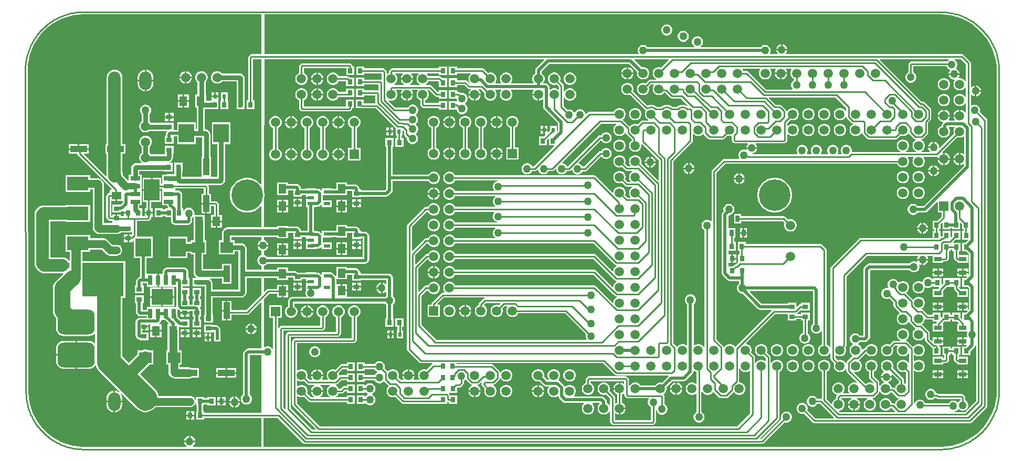
<source format=gtl>
G04*
G04 #@! TF.GenerationSoftware,Altium Limited,Altium Designer,22.0.2 (36)*
G04*
G04 Layer_Physical_Order=1*
G04 Layer_Color=255*
%FSTAX25Y25*%
%MOIN*%
G70*
G04*
G04 #@! TF.SameCoordinates,5FDB733D-D120-4548-BF5C-F3B634D9DF53*
G04*
G04*
G04 #@! TF.FilePolarity,Positive*
G04*
G01*
G75*
%ADD10C,0.01000*%
%ADD47R,0.03150X0.03543*%
%ADD48R,0.10630X0.03937*%
%ADD49R,0.03543X0.03150*%
%ADD50R,0.02165X0.03150*%
%ADD51R,0.04724X0.02756*%
%ADD52R,0.13386X0.09843*%
%ADD53R,0.02559X0.06299*%
%ADD54R,0.09843X0.11811*%
%ADD55R,0.07874X0.06890*%
%ADD56R,0.03937X0.10630*%
%ADD57R,0.05118X0.06299*%
%ADD58R,0.04331X0.02362*%
%ADD59R,0.09843X0.13386*%
%ADD60R,0.06299X0.02559*%
%ADD61R,0.02559X0.04134*%
%ADD62R,0.08661X0.03740*%
%ADD63R,0.26378X0.21654*%
%ADD64R,0.03347X0.03937*%
%ADD65R,0.04724X0.05906*%
%ADD66R,0.06299X0.05118*%
%ADD96C,0.02000*%
%ADD97C,0.03000*%
%ADD98C,0.04000*%
%ADD99C,0.05000*%
%ADD100C,0.06000*%
%ADD101C,0.10000*%
%ADD102C,0.08000*%
%ADD103C,0.15000*%
%ADD104C,0.07000*%
%ADD105O,0.07874X0.11811*%
%ADD106C,0.05906*%
%ADD107R,0.05906X0.05906*%
%ADD108C,0.20000*%
%ADD109R,0.13780X0.08661*%
%ADD110R,0.05906X0.05906*%
%ADD111C,0.05906*%
G04:AMPARAMS|DCode=112|XSize=236.22mil|YSize=157.48mil|CornerRadius=39.37mil|HoleSize=0mil|Usage=FLASHONLY|Rotation=0.000|XOffset=0mil|YOffset=0mil|HoleType=Round|Shape=RoundedRectangle|*
%AMROUNDEDRECTD112*
21,1,0.23622,0.07874,0,0,0.0*
21,1,0.15748,0.15748,0,0,0.0*
1,1,0.07874,0.07874,-0.03937*
1,1,0.07874,-0.07874,-0.03937*
1,1,0.07874,-0.07874,0.03937*
1,1,0.07874,0.07874,0.03937*
%
%ADD112ROUNDEDRECTD112*%
%ADD113C,0.05000*%
G36*
X0586371Y0410961D02*
X0586337Y0410927D01*
X0585817Y0410026D01*
X0585547Y040902D01*
Y040798D01*
X0585817Y0406974D01*
X0586337Y0406073D01*
X0587073Y0405337D01*
X0587971Y0404819D01*
Y0404158D01*
X0587351Y0403801D01*
X0586699Y0403149D01*
X0586238Y0402351D01*
X0586Y0401461D01*
Y0400539D01*
X0586238Y0399649D01*
X0586699Y0398851D01*
X0586872Y0398678D01*
X0586665Y0398178D01*
X0570031D01*
X0558628Y0409581D01*
X0558131Y0409913D01*
X0557546Y0410029D01*
X0555681D01*
X0555163Y0410927D01*
X0555129Y0410961D01*
X055532Y0411423D01*
X056618D01*
X0566371Y0410961D01*
X0566337Y0410927D01*
X0565817Y0410026D01*
X0565547Y040902D01*
Y040798D01*
X0565817Y0406974D01*
X0566337Y0406073D01*
X0567073Y0405337D01*
X0567974Y0404817D01*
X056898Y0404547D01*
X057002D01*
X0571026Y0404817D01*
X0571927Y0405337D01*
X0572663Y0406073D01*
X0573183Y0406974D01*
X0573453Y040798D01*
Y040902D01*
X0573183Y0410026D01*
X0572663Y0410927D01*
X0572629Y0410961D01*
X057282Y0411423D01*
X057618D01*
X0576371Y0410961D01*
X0576337Y0410927D01*
X0575817Y0410026D01*
X0575547Y040902D01*
Y0409D01*
X0583453D01*
Y040902D01*
X0583183Y0410026D01*
X0582663Y0410927D01*
X0582629Y0410961D01*
X058282Y0411423D01*
X058618D01*
X0586371Y0410961D01*
D02*
G37*
G36*
X0696971Y0414359D02*
Y0403528D01*
X0696471Y0403394D01*
X0696163Y0403927D01*
X0695427Y0404663D01*
X0694526Y0405183D01*
X069352Y0405453D01*
X069261D01*
X0692413Y0405706D01*
X069241Y0405713D01*
X0692349Y0405935D01*
X0692762Y0406649D01*
X0692989Y04075D01*
X0686011D01*
X0686238Y0406649D01*
X0686699Y0405851D01*
X0687351Y0405199D01*
X0688149Y0404739D01*
X0689039Y04045D01*
X0689703D01*
X068991Y0404D01*
X0689837Y0403927D01*
X0689317Y0403026D01*
X0689047Y040202D01*
Y040098D01*
X0689317Y0399974D01*
X0689837Y0399073D01*
X0690573Y0398337D01*
X0691474Y0397817D01*
X069248Y0397547D01*
X069352D01*
X0694526Y0397817D01*
X0695427Y0398337D01*
X0696163Y0399073D01*
X0696471Y0399606D01*
X0696971Y0399472D01*
Y0393528D01*
X0696471Y0393394D01*
X0696163Y0393927D01*
X0695427Y0394663D01*
X0694526Y0395183D01*
X069352Y0395453D01*
X069248D01*
X0691474Y0395183D01*
X0690573Y0394663D01*
X0689837Y0393927D01*
X0689317Y0393026D01*
X0689047Y039202D01*
Y039098D01*
X0689317Y0389974D01*
X0689837Y0389073D01*
X0690573Y0388337D01*
X0691474Y0387817D01*
X069248Y0387547D01*
X069352D01*
X0694526Y0387817D01*
X0695427Y0388337D01*
X0696163Y0389073D01*
X0696471Y0389606D01*
X0696971Y0389472D01*
Y0383528D01*
X0696471Y0383394D01*
X0696163Y0383927D01*
X0695427Y0384663D01*
X0694526Y0385183D01*
X069352Y0385453D01*
X06935D01*
Y03815D01*
X0693D01*
Y0381D01*
X0689047D01*
Y038098D01*
X0689317Y0379974D01*
X0689837Y0379073D01*
X0689956Y0378954D01*
X0689765Y0378492D01*
X0686235D01*
X0686044Y0378954D01*
X0686163Y0379073D01*
X0686683Y0379974D01*
X0686953Y038098D01*
Y0381D01*
X0683D01*
X0679047D01*
Y038098D01*
X0679317Y0379974D01*
X0679837Y0379073D01*
X0680573Y0378337D01*
X0681474Y0377817D01*
X0682348Y0377583D01*
X0682565Y0377093D01*
X0682195Y0376723D01*
X0681753Y0376062D01*
X0681598Y0375281D01*
Y0375217D01*
X0681474Y0375183D01*
X0680573Y0374663D01*
X0679837Y0373927D01*
X0679317Y0373026D01*
X0679047Y037202D01*
Y037098D01*
X0679317Y0369974D01*
X0679837Y0369073D01*
X0680573Y0368337D01*
X0681474Y0367817D01*
X068248Y0367547D01*
X068352D01*
X0684526Y0367817D01*
X0685427Y0368337D01*
X0686163Y0369073D01*
X0686683Y0369974D01*
X0686953Y037098D01*
Y037202D01*
X0686683Y0373026D01*
X0686163Y0373927D01*
X0686138Y0373952D01*
X068633Y0374414D01*
X068967D01*
X0689862Y0373952D01*
X0689837Y0373927D01*
X0689317Y0373026D01*
X0689047Y037202D01*
Y037098D01*
X0689316Y0369978D01*
X06805Y0361163D01*
X068Y036137D01*
Y0361961D01*
X0679762Y0362851D01*
X0679301Y0363649D01*
X0678649Y0364301D01*
X0677851Y0364761D01*
X0677Y0364989D01*
Y03615D01*
X06765D01*
Y0361D01*
X067301D01*
X0673239Y0360149D01*
X0673699Y0359351D01*
X0674068Y0358982D01*
X0673861Y0358482D01*
X0668946D01*
X0668812Y0358982D01*
X0669427Y0359337D01*
X0670163Y0360073D01*
X0670683Y0360974D01*
X0670953Y036198D01*
Y036302D01*
X0670683Y0364026D01*
X0670163Y0364927D01*
X0669427Y0365663D01*
X0668812Y0366018D01*
X0668832Y0366332D01*
X066892Y0366533D01*
X066943Y0366634D01*
X0669926Y0366966D01*
X0672534Y0369574D01*
X0672866Y037007D01*
X0672982Y0370656D01*
Y0377194D01*
X0674534Y0378746D01*
X0674866Y0379242D01*
X0674982Y0379827D01*
Y0385173D01*
X0674866Y0385758D01*
X0674534Y0386254D01*
X0670754Y0390034D01*
X0670258Y0390366D01*
X0669673Y0390482D01*
X0668806D01*
X064228Y0417009D01*
X0642471Y0417471D01*
X0686011D01*
X0686145Y0416971D01*
X0685851Y0416801D01*
X0685199Y0416149D01*
X068513Y0416029D01*
X0662586D01*
X0662001Y0415913D01*
X0661504Y0415581D01*
X0660919Y0414996D01*
X0660587Y04145D01*
X0660471Y0413914D01*
Y0409159D01*
X0659851Y0408801D01*
X0659199Y0408149D01*
X0658739Y0407351D01*
X06585Y0406461D01*
Y0405539D01*
X0658739Y0404649D01*
X0659199Y0403851D01*
X0659851Y0403199D01*
X0660649Y0402739D01*
X0661539Y04025D01*
X0662461D01*
X0663351Y0402739D01*
X0664149Y0403199D01*
X0664801Y0403851D01*
X0665262Y0404649D01*
X06655Y0405539D01*
Y0406461D01*
X0665262Y0407351D01*
X0664801Y0408149D01*
X0664149Y0408801D01*
X0663529Y0409159D01*
Y0412971D01*
X0684652D01*
X0684738Y0412649D01*
X0685199Y0411851D01*
X0685851Y0411199D01*
X0686606Y0410763D01*
X0686698Y0410631D01*
X06868Y041025D01*
X0686699Y0410149D01*
X0686238Y0409351D01*
X0686011Y04085D01*
X0692989D01*
X0692762Y0409351D01*
X0692301Y0410149D01*
X0691649Y0410801D01*
X0690894Y0411237D01*
X0690802Y0411369D01*
X06907Y041175D01*
X0690801Y0411851D01*
X0691261Y0412649D01*
X06915Y0413539D01*
Y0414461D01*
X0691261Y0415351D01*
X0690801Y0416149D01*
X0690149Y0416801D01*
X0689855Y0416971D01*
X0689989Y0417471D01*
X0693859D01*
X0696971Y0414359D01*
D02*
G37*
G36*
X0508346Y0417009D02*
X0503522Y0412184D01*
X050252Y0412453D01*
X050148D01*
X0500474Y0412183D01*
X0499573Y0411663D01*
X0498837Y0410927D01*
X0498317Y0410026D01*
X0498047Y040902D01*
Y040798D01*
X0498317Y0406974D01*
X0498837Y0406073D01*
X0499573Y0405337D01*
X0500188Y0404982D01*
X0500054Y0404482D01*
X0496453D01*
X0495867Y0404366D01*
X0495371Y0404034D01*
X0493522Y0402184D01*
X049252Y0402453D01*
X049148D01*
X0490474Y0402183D01*
X0489573Y0401663D01*
X0488837Y0400927D01*
X0488317Y0400026D01*
X0488047Y039902D01*
Y039798D01*
X0488317Y0396974D01*
X0488837Y0396073D01*
X0489573Y0395337D01*
X0490474Y0394817D01*
X049148Y0394547D01*
X049252D01*
X0493526Y0394817D01*
X0494427Y0395337D01*
X0495163Y0396073D01*
X0495683Y0396974D01*
X0495953Y039798D01*
Y039902D01*
X0495684Y0400022D01*
X0497086Y0401423D01*
X049868D01*
X0498871Y0400961D01*
X0498837Y0400927D01*
X0498317Y0400026D01*
X0498047Y039902D01*
Y039798D01*
X0498317Y0396974D01*
X0498837Y0396073D01*
X0499573Y0395337D01*
X0500474Y0394817D01*
X050148Y0394547D01*
X050252D01*
X0503526Y0394817D01*
X0504427Y0395337D01*
X0505163Y0396073D01*
X0505248Y0396221D01*
X0505819D01*
X0509121Y0392919D01*
X0509618Y0392587D01*
X0510203Y0392471D01*
X0515866D01*
X0520266Y0388071D01*
X0519965Y0387665D01*
X0519289Y0388026D01*
X0518167Y0388367D01*
X0517Y0388482D01*
X0515833Y0388367D01*
X0514711Y0388026D01*
X0513677Y0387474D01*
X0513227Y0387105D01*
X051321Y0387097D01*
X051079D01*
X0510773Y0387105D01*
X0510323Y0387474D01*
X0509289Y0388026D01*
X0508167Y0388367D01*
X0507Y0388482D01*
X0505833Y0388367D01*
X0504711Y0388026D01*
X0503677Y0387474D01*
X0503227Y0387105D01*
X050321Y0387097D01*
X050079D01*
X0500773Y0387105D01*
X0500323Y0387474D01*
X0499289Y0388026D01*
X0498167Y0388367D01*
X0497Y0388482D01*
X0495833Y0388367D01*
X0494711Y0388026D01*
X0494663Y0388D01*
X0485684Y0396978D01*
X0485953Y039798D01*
Y039902D01*
X0485683Y0400026D01*
X0485163Y0400927D01*
X0484427Y0401663D01*
X0483526Y0402183D01*
X048252Y0402453D01*
X048148D01*
X0480474Y0402183D01*
X0479573Y0401663D01*
X0478837Y0400927D01*
X0478317Y0400026D01*
X0478047Y039902D01*
Y039798D01*
X0478317Y0396974D01*
X0478837Y0396073D01*
X0479573Y0395337D01*
X0480474Y0394817D01*
X048148Y0394547D01*
X048252D01*
X0483522Y0394815D01*
X0492757Y038558D01*
X049275Y0385563D01*
X0493266Y0385218D01*
X0493389Y038512D01*
X0493396Y0385116D01*
X0493575Y0384901D01*
X0493591Y0384501D01*
X0493317Y0384026D01*
X0493047Y038302D01*
Y038198D01*
X0493317Y0380974D01*
X0493837Y0380073D01*
X0494573Y0379337D01*
X0495188Y0378982D01*
X0495054Y0378482D01*
X0491453D01*
X0490868Y0378366D01*
X0490371Y0378034D01*
X0488522Y0376185D01*
X048752Y0376453D01*
X048648D01*
X0485474Y0376183D01*
X0484573Y0375663D01*
X0483837Y0374927D01*
X0483802Y0374866D01*
X0483177Y0374783D01*
X0479208Y0378752D01*
X0479273Y0379248D01*
X0479427Y0379337D01*
X0480163Y0380073D01*
X0480683Y0380974D01*
X0480953Y038198D01*
Y038302D01*
X0480683Y0384026D01*
X0480163Y0384927D01*
X0479427Y0385663D01*
X0478526Y0386183D01*
X047752Y0386453D01*
X047648D01*
X0475474Y0386183D01*
X0474573Y0385663D01*
X0473837Y0384927D01*
X0473319Y0384029D01*
X0457843D01*
X0457258Y0383913D01*
X0456762Y0383581D01*
X0455811Y038263D01*
X045529Y0382817D01*
X0455105Y0383508D01*
X0454644Y0384306D01*
X0453992Y0384958D01*
X0453194Y0385418D01*
X0452304Y0385657D01*
X0451382D01*
X0450492Y0385418D01*
X0449694Y0384958D01*
X0449043Y0384306D01*
X0448665Y0383652D01*
X0448233Y0383599D01*
X0448098Y0383634D01*
X0447801Y0384149D01*
X0447149Y0384801D01*
X0446351Y0385262D01*
X0445461Y03855D01*
X0444539D01*
X0443848Y0385315D01*
X0441529Y0387633D01*
Y0392972D01*
X0442029Y0393106D01*
X0442337Y0392573D01*
X0443073Y0391837D01*
X0443974Y0391317D01*
X044498Y0391047D01*
X044602D01*
X0447026Y0391317D01*
X0447927Y0391837D01*
X0448663Y0392573D01*
X0449183Y0393474D01*
X0449453Y039448D01*
Y039552D01*
X0449183Y0396526D01*
X0448663Y0397427D01*
X0447927Y0398163D01*
X0447026Y0398683D01*
X044602Y0398953D01*
X044498D01*
X0443974Y0398683D01*
X0443073Y0398163D01*
X0442337Y0397427D01*
X0442029Y0396894D01*
X0441529Y0397028D01*
Y04005D01*
X0441413Y0401085D01*
X0441081Y0401581D01*
X0439185Y0403478D01*
X0439453Y040448D01*
Y040552D01*
X0439183Y0406526D01*
X0438663Y0407427D01*
X0437927Y0408163D01*
X0437026Y0408683D01*
X043602Y0408953D01*
X043498D01*
X0433974Y0408683D01*
X0433073Y0408163D01*
X0432337Y0407427D01*
X0431817Y0406526D01*
X0431547Y040552D01*
Y040448D01*
X0431817Y0403474D01*
X0432337Y0402573D01*
X0433073Y0401837D01*
X0433974Y0401317D01*
X043498Y0401047D01*
X043602D01*
X0437022Y0401315D01*
X0438471Y0399867D01*
Y0398273D01*
X0438009Y0398081D01*
X0437927Y0398163D01*
X0437026Y0398683D01*
X043602Y0398953D01*
X043498D01*
X0433974Y0398683D01*
X0433073Y0398163D01*
X0433001Y0398091D01*
X0432539Y0398283D01*
Y0399414D01*
X0432384Y0400195D01*
X0431942Y0400856D01*
X0431356Y0401442D01*
X0430695Y0401884D01*
X0429914Y0402039D01*
X0428783D01*
X0428591Y0402501D01*
X0428663Y0402573D01*
X0429183Y0403474D01*
X0429453Y040448D01*
Y040552D01*
X0429183Y0406526D01*
X0428663Y0407427D01*
X0427927Y0408163D01*
X0427539Y0408387D01*
Y0409655D01*
X0432345Y0414461D01*
X0483155D01*
X0488163Y0409453D01*
X0488047Y040902D01*
Y040798D01*
X0488317Y0406974D01*
X0488837Y0406073D01*
X0489573Y0405337D01*
X0490474Y0404817D01*
X049148Y0404547D01*
X049252D01*
X0493526Y0404817D01*
X0494427Y0405337D01*
X0495163Y0406073D01*
X0495683Y0406974D01*
X0495953Y040798D01*
Y040902D01*
X0495683Y0410026D01*
X0495163Y0410927D01*
X0494427Y0411663D01*
X0493526Y0412183D01*
X049252Y0412453D01*
X049148D01*
X0491047Y0412337D01*
X0486375Y0417009D01*
X0486566Y0417471D01*
X0508154D01*
X0508346Y0417009D01*
D02*
G37*
G36*
X0429125D02*
X0424058Y0411942D01*
X0423616Y041128D01*
X0423461Y04105D01*
Y0408387D01*
X0423073Y0408163D01*
X0422337Y0407427D01*
X0421817Y0406526D01*
X0421547Y040552D01*
Y040448D01*
X0421817Y0403474D01*
X0422337Y0402573D01*
X0422409Y0402501D01*
X0422218Y0402039D01*
X0408283D01*
X0408091Y0402501D01*
X0408163Y0402573D01*
X0408683Y0403474D01*
X0408953Y040448D01*
Y040552D01*
X0408683Y0406526D01*
X0408163Y0407427D01*
X0407427Y0408163D01*
X0406526Y0408683D01*
X040552Y0408953D01*
X040448D01*
X0403474Y0408683D01*
X0402573Y0408163D01*
X0401837Y0407427D01*
X0401317Y0406526D01*
X0401047Y040552D01*
Y040448D01*
X0401317Y0403474D01*
X0401837Y0402573D01*
X0401909Y0402501D01*
X0401718Y0402039D01*
X0398283D01*
X0398091Y0402501D01*
X0398163Y0402573D01*
X0398683Y0403474D01*
X0398953Y040448D01*
Y040552D01*
X0398683Y0406526D01*
X0398163Y0407427D01*
X0397427Y0408163D01*
X0396526Y0408683D01*
X039552Y0408953D01*
X039448D01*
X0393478Y0408684D01*
X0391081Y0411081D01*
X0390585Y0411413D01*
X039Y0411529D01*
X0373724D01*
Y0412772D01*
X0368575D01*
Y0407228D01*
X0373724D01*
Y0408471D01*
X0382173D01*
X0382381Y0407971D01*
X0381837Y0407427D01*
X0381317Y0406526D01*
X0381047Y040552D01*
Y040448D01*
X0381317Y0403474D01*
X0381837Y0402573D01*
X0381977Y0402433D01*
X0381812Y0401891D01*
X0381779Y0401884D01*
X0380081Y0403581D01*
X0379585Y0403913D01*
X0379Y0404029D01*
X0373724D01*
Y0405272D01*
X0368575D01*
Y0399728D01*
X0373724D01*
Y0400971D01*
X0378366D01*
X0380419Y0398919D01*
X0380915Y0398587D01*
X03815Y0398471D01*
X0382173D01*
X0382381Y0397971D01*
X0381837Y0397427D01*
X0381317Y0396526D01*
X0381047Y039552D01*
Y03955D01*
X0385D01*
Y0395D01*
D01*
Y03955D01*
X0388953D01*
Y039552D01*
X0388683Y0396526D01*
X0388163Y0397427D01*
X0387619Y0397971D01*
X0387826Y0398471D01*
X0388827D01*
X0391201Y0396096D01*
X0391047Y039552D01*
Y039448D01*
X0391317Y0393474D01*
X0391837Y0392573D01*
X0392573Y0391837D01*
X0393474Y0391317D01*
X039448Y0391047D01*
X039552D01*
X0396526Y0391317D01*
X0397427Y0391837D01*
X0398163Y0392573D01*
X0398683Y0393474D01*
X0398953Y039448D01*
Y039552D01*
X0398683Y0396526D01*
X0398163Y0397427D01*
X0398091Y0397499D01*
X0398283Y0397961D01*
X0401718D01*
X0401909Y0397499D01*
X0401837Y0397427D01*
X0401317Y0396526D01*
X0401047Y039552D01*
Y039448D01*
X0401317Y0393474D01*
X0401837Y0392573D01*
X0402573Y0391837D01*
X0403474Y0391317D01*
X040448Y0391047D01*
X040552D01*
X0406526Y0391317D01*
X0407427Y0391837D01*
X0408163Y0392573D01*
X0408683Y0393474D01*
X0408953Y039448D01*
Y039552D01*
X0408683Y0396526D01*
X0408163Y0397427D01*
X0408091Y0397499D01*
X0408283Y0397961D01*
X0422218D01*
X0422409Y0397499D01*
X0422337Y0397427D01*
X0421817Y0396526D01*
X0421547Y039552D01*
Y03955D01*
X04255D01*
Y0395D01*
X0426D01*
Y0391047D01*
X042602D01*
X0427026Y0391317D01*
X0427927Y0391837D01*
X0427999Y0391909D01*
X0428461Y0391718D01*
Y0387D01*
X0428616Y038622D01*
X0429058Y0385558D01*
X0437961Y0376655D01*
Y0371892D01*
X0437497Y0371428D01*
X0437035Y037162D01*
Y0375075D01*
X043287D01*
Y0372379D01*
X0431592Y0371101D01*
X043113Y0371292D01*
Y0372D01*
X0429547D01*
Y0369925D01*
X0429763D01*
X0429954Y0369463D01*
X0428762Y0368272D01*
X0425776D01*
Y0362728D01*
X0430925D01*
Y0366109D01*
X0431613Y0366796D01*
X0432075Y0366605D01*
Y0362728D01*
X0435255D01*
X0435447Y0362266D01*
X042246Y0349279D01*
X0421409D01*
X0421051Y0349899D01*
X0420399Y0350551D01*
X0419601Y0351011D01*
X0418711Y035125D01*
X0417789D01*
X0416899Y0351011D01*
X0416101Y0350551D01*
X0415449Y0349899D01*
X0414989Y0349101D01*
X041475Y0348211D01*
Y0347289D01*
X0414989Y0346399D01*
X0415449Y0345601D01*
X0416101Y0344949D01*
X0416899Y0344489D01*
X0417789Y034425D01*
X0418711D01*
X0419601Y0344489D01*
X0420399Y0344949D01*
X0421051Y0345601D01*
X0421409Y0346221D01*
X0423093D01*
X0423678Y0346337D01*
X0424175Y0346669D01*
X0424782Y0347276D01*
X0425303Y034709D01*
X0425489Y0346399D01*
X0425949Y0345601D01*
X0426601Y0344949D01*
X0427399Y0344489D01*
X0428289Y034425D01*
X0429211D01*
X0430101Y0344489D01*
X0430899Y0344949D01*
X0431551Y0345601D01*
X0431909Y0346221D01*
X043425D01*
X0434835Y0346337D01*
X0435331Y0346669D01*
X0436288Y0347625D01*
X043675Y0347434D01*
Y0347289D01*
X0436988Y0346399D01*
X0437449Y0345601D01*
X0438101Y0344949D01*
X0438899Y0344489D01*
X0439789Y034425D01*
X0440711D01*
X0441601Y0344489D01*
X0442399Y0344949D01*
X0443051Y0345601D01*
X0443408Y0346221D01*
X044475D01*
X0445335Y0346337D01*
X0445831Y0346669D01*
X0446361Y0347198D01*
X0446882Y0347012D01*
X0447067Y0346321D01*
X0447528Y0345522D01*
X0448179Y0344871D01*
X0448978Y034441D01*
X0449868Y0344172D01*
X0450789D01*
X0451679Y034441D01*
X0452478Y0344871D01*
X0453129Y0345522D01*
X0453487Y0346142D01*
X0455172D01*
X0455757Y0346259D01*
X0456253Y034659D01*
X0465158Y0355495D01*
X0465654Y035543D01*
X0465699Y0355351D01*
X0466351Y0354699D01*
X0467149Y0354239D01*
X0468039Y0354D01*
X0468961D01*
X0469851Y0354239D01*
X0470649Y0354699D01*
X0471301Y0355351D01*
X0471762Y0356149D01*
X0472Y0357039D01*
Y0357961D01*
X0471762Y0358851D01*
X0471301Y0359649D01*
X0470649Y0360301D01*
X0469851Y0360761D01*
X0468961Y0361D01*
X0468039D01*
X0467149Y0360761D01*
X0466351Y0360301D01*
X0465699Y0359649D01*
X0465342Y0359029D01*
X0465D01*
X0464415Y0358913D01*
X0463919Y0358581D01*
X0454538Y0349201D01*
X0453487D01*
X0453129Y0349821D01*
X0452478Y0350472D01*
X0451679Y0350933D01*
X0450988Y0351118D01*
X0450802Y0351639D01*
X0464906Y0365743D01*
X0465512Y0365676D01*
X0465699Y0365351D01*
X0466351Y0364699D01*
X0467149Y0364239D01*
X0468039Y0364D01*
X0468961D01*
X0469851Y0364239D01*
X0470649Y0364699D01*
X0471301Y0365351D01*
X0471762Y0366149D01*
X0472Y0367039D01*
Y0367961D01*
X0471762Y0368851D01*
X0471301Y0369649D01*
X0470649Y0370301D01*
X0469851Y0370761D01*
X0468961Y0371D01*
X0468039D01*
X0467149Y0370761D01*
X0466351Y0370301D01*
X0465699Y0369649D01*
X0465342Y0369029D01*
X04645D01*
X0463915Y0368913D01*
X0463419Y0368581D01*
X0444116Y0349279D01*
X0443408D01*
X0443051Y0349899D01*
X0442399Y0350551D01*
X0441601Y0351011D01*
X0440711Y035125D01*
X0440566D01*
X0440375Y0351712D01*
X0465133Y0376471D01*
X0474972D01*
X0475106Y0375971D01*
X0474573Y0375663D01*
X0473837Y0374927D01*
X0473317Y0374026D01*
X0473047Y037302D01*
Y037198D01*
X0473317Y0370974D01*
X0473837Y0370073D01*
X0474573Y0369337D01*
X0475474Y0368817D01*
X047648Y0368547D01*
X047752D01*
X0478526Y0368817D01*
X0479427Y0369337D01*
X0480163Y0370073D01*
X048045Y0370569D01*
X0480977Y0370482D01*
X048104Y0370165D01*
X0481371Y0369669D01*
X0484721Y0366319D01*
Y0365748D01*
X0484573Y0365663D01*
X0483837Y0364927D01*
X0483317Y0364026D01*
X0483047Y036302D01*
Y036198D01*
X0483317Y0360974D01*
X0483837Y0360073D01*
X0484573Y0359337D01*
X0485474Y0358817D01*
X048648Y0358547D01*
X048752D01*
X0488526Y0358817D01*
X0489427Y0359337D01*
X0490163Y0360073D01*
X0490683Y0360974D01*
X0490953Y036198D01*
Y036302D01*
X0490895Y0363235D01*
X0491344Y0363493D01*
X0501923Y0352914D01*
Y0340541D01*
X0501461Y034035D01*
X0490716Y0351095D01*
X0490953Y035198D01*
Y035302D01*
X0490683Y0354026D01*
X0490163Y0354927D01*
X0489427Y0355663D01*
X0488526Y0356183D01*
X048752Y0356453D01*
X048648D01*
X0485474Y0356183D01*
X0484573Y0355663D01*
X0483837Y0354927D01*
X0483317Y0354026D01*
X0483047Y035302D01*
Y035198D01*
X0483317Y0350974D01*
X0483837Y0350073D01*
X0483966Y0349944D01*
X0483774Y0349482D01*
X0482181D01*
X0480685Y0350978D01*
X0480953Y035198D01*
Y035302D01*
X0480683Y0354026D01*
X0480163Y0354927D01*
X0479427Y0355663D01*
X0478526Y0356183D01*
X047752Y0356453D01*
X047648D01*
X0475474Y0356183D01*
X0474573Y0355663D01*
X0473837Y0354927D01*
X0473317Y0354026D01*
X0473047Y035302D01*
Y035198D01*
X0473317Y0350974D01*
X0473837Y0350073D01*
X0474573Y0349337D01*
X0475474Y0348817D01*
X047648Y0348547D01*
X047752D01*
X0478522Y0348815D01*
X0480466Y0346871D01*
X0480962Y034654D01*
X0481547Y0346424D01*
X048489D01*
X0485024Y0345923D01*
X0484573Y0345663D01*
X0483837Y0344927D01*
X0483317Y0344026D01*
X0483047Y034302D01*
Y034198D01*
X0483317Y0340974D01*
X0483837Y0340073D01*
X0483966Y0339944D01*
X0483774Y0339482D01*
X0482181D01*
X0480685Y0340978D01*
X0480953Y034198D01*
Y034302D01*
X0480683Y0344026D01*
X0480163Y0344927D01*
X0479427Y0345663D01*
X0478526Y0346183D01*
X047752Y0346453D01*
X047648D01*
X0475474Y0346183D01*
X0474573Y0345663D01*
X0473837Y0344927D01*
X0473317Y0344026D01*
X0473047Y034302D01*
Y034198D01*
X0473317Y0340974D01*
X0473837Y0340073D01*
X0474573Y0339337D01*
X0475474Y0338817D01*
X047648Y0338547D01*
X047752D01*
X0478522Y0338815D01*
X0480466Y0336871D01*
X0480962Y033654D01*
X0481547Y0336423D01*
X048489D01*
X0485024Y0335924D01*
X0484573Y0335663D01*
X0483837Y0334927D01*
X0483317Y0334026D01*
X0483047Y033302D01*
Y033198D01*
X0483317Y0330974D01*
X0483837Y0330073D01*
X0483966Y0329944D01*
X0483774Y0329482D01*
X0482181D01*
X0480685Y0330978D01*
X0480953Y033198D01*
Y033302D01*
X0480683Y0334026D01*
X0480163Y0334927D01*
X0479427Y0335663D01*
X0478526Y0336183D01*
X047752Y0336453D01*
X047648D01*
X0475474Y0336183D01*
X0474573Y0335663D01*
X0473837Y0334927D01*
X0473317Y0334026D01*
X0473047Y033302D01*
Y0332769D01*
X0472585Y0332578D01*
X0462081Y0343081D01*
X0461585Y0343413D01*
X0461Y0343529D01*
X0372681D01*
X0372163Y0344427D01*
X0371427Y0345163D01*
X0370526Y0345683D01*
X036952Y0345953D01*
X036848D01*
X0367474Y0345683D01*
X0366573Y0345163D01*
X0365837Y0344427D01*
X0365317Y0343526D01*
X0365047Y034252D01*
Y034148D01*
X0365317Y0340474D01*
X0365837Y0339573D01*
X0366573Y0338837D01*
X0367474Y0338317D01*
X036848Y0338047D01*
X036952D01*
X0370526Y0338317D01*
X0371427Y0338837D01*
X0372163Y0339573D01*
X0372681Y0340471D01*
X0399364D01*
X0399429Y0339971D01*
X0398649Y0339761D01*
X0397851Y0339301D01*
X0397199Y0338649D01*
X0396739Y0337851D01*
X03965Y0336961D01*
Y0336039D01*
X0396739Y0335149D01*
X0397199Y0334351D01*
X0397521Y0334029D01*
X0397314Y0333529D01*
X0372681D01*
X0372163Y0334427D01*
X0371427Y0335163D01*
X0370526Y0335683D01*
X036952Y0335953D01*
X036848D01*
X0367474Y0335683D01*
X0366573Y0335163D01*
X0365837Y0334427D01*
X0365317Y0333526D01*
X0365047Y033252D01*
Y033148D01*
X0365317Y0330474D01*
X0365837Y0329573D01*
X0366573Y0328837D01*
X0367474Y0328317D01*
X036848Y0328047D01*
X036952D01*
X0370526Y0328317D01*
X0371427Y0328837D01*
X0372163Y0329573D01*
X0372681Y0330471D01*
X0398011D01*
X0398145Y0329971D01*
X0397851Y0329801D01*
X0397199Y0329149D01*
X0396739Y0328351D01*
X03965Y0327461D01*
Y0326539D01*
X0396739Y0325649D01*
X0397199Y0324851D01*
X0397851Y0324199D01*
X0398145Y0324029D01*
X0398011Y0323529D01*
X0372681D01*
X0372163Y0324427D01*
X0371427Y0325163D01*
X0370526Y0325683D01*
X036952Y0325953D01*
X036848D01*
X0367474Y0325683D01*
X0366573Y0325163D01*
X0365837Y0324427D01*
X0365317Y0323526D01*
X0365047Y032252D01*
Y032148D01*
X0365317Y0320474D01*
X0365837Y0319573D01*
X0366573Y0318837D01*
X0367474Y0318317D01*
X036848Y0318047D01*
X036952D01*
X0370526Y0318317D01*
X0371427Y0318837D01*
X0372163Y0319573D01*
X0372681Y0320471D01*
X0397314D01*
X0397521Y0319971D01*
X0397199Y0319649D01*
X0396739Y0318851D01*
X03965Y0317961D01*
Y0317039D01*
X0396739Y0316149D01*
X0397199Y0315351D01*
X0397851Y0314699D01*
X0398649Y0314239D01*
X0399429Y0314029D01*
X0399364Y0313529D01*
X0372681D01*
X0372163Y0314427D01*
X0371427Y0315163D01*
X0370526Y0315683D01*
X036952Y0315953D01*
X036848D01*
X0367474Y0315683D01*
X0366573Y0315163D01*
X0365837Y0314427D01*
X0365317Y0313526D01*
X0365047Y031252D01*
Y031148D01*
X0365317Y0310474D01*
X0365837Y0309573D01*
X0366573Y0308837D01*
X0367474Y0308317D01*
X036848Y0308047D01*
X036952D01*
X0370526Y0308317D01*
X0371427Y0308837D01*
X0372163Y0309573D01*
X0372681Y0310471D01*
X0398011D01*
X0398145Y0309971D01*
X0397851Y0309801D01*
X0397199Y0309149D01*
X0396739Y0308351D01*
X03965Y0307461D01*
Y0306539D01*
X0396739Y0305649D01*
X0397199Y0304851D01*
X0397851Y0304199D01*
X0398145Y0304029D01*
X0398011Y0303529D01*
X0372681D01*
X0372163Y0304427D01*
X0371427Y0305163D01*
X0370526Y0305683D01*
X036952Y0305953D01*
X036848D01*
X0367474Y0305683D01*
X0366573Y0305163D01*
X0365837Y0304427D01*
X0365317Y0303526D01*
X0365047Y030252D01*
Y030148D01*
X0365317Y0300474D01*
X0365837Y0299573D01*
X0366573Y0298837D01*
X0367474Y0298317D01*
X036848Y0298047D01*
X036952D01*
X0370526Y0298317D01*
X0371427Y0298837D01*
X0372163Y0299573D01*
X0372681Y0300471D01*
X0460366D01*
X0473871Y0286966D01*
X0474368Y0286634D01*
X0474953Y0286518D01*
X0475054D01*
X0475188Y0286018D01*
X0474573Y0285663D01*
X0473837Y0284927D01*
X0473317Y0284026D01*
X0473047Y028302D01*
Y0282769D01*
X0472585Y0282578D01*
X0462081Y0293081D01*
X0461585Y0293413D01*
X0461Y0293529D01*
X0372681D01*
X0372163Y0294427D01*
X0371427Y0295163D01*
X0370526Y0295683D01*
X036952Y0295953D01*
X036848D01*
X0367474Y0295683D01*
X0366573Y0295163D01*
X0365837Y0294427D01*
X0365317Y0293526D01*
X0365047Y029252D01*
Y029148D01*
X0365317Y0290474D01*
X0365837Y0289573D01*
X0366573Y0288837D01*
X0367474Y0288317D01*
X036848Y0288047D01*
X036952D01*
X0370526Y0288317D01*
X0371427Y0288837D01*
X0372163Y0289573D01*
X0372681Y0290471D01*
X0460366D01*
X0473871Y0276966D01*
X0474368Y0276634D01*
X0474953Y0276518D01*
X0475054D01*
X0475188Y0276018D01*
X0474573Y0275663D01*
X0473837Y0274927D01*
X0473317Y0274026D01*
X0473047Y027302D01*
Y0272769D01*
X0472585Y0272578D01*
X0462081Y0283081D01*
X0461585Y0283413D01*
X0461Y0283529D01*
X0372681D01*
X0372163Y0284427D01*
X0371427Y0285163D01*
X0370526Y0285683D01*
X036952Y0285953D01*
X036848D01*
X0367474Y0285683D01*
X0366573Y0285163D01*
X0365837Y0284427D01*
X0365317Y0283526D01*
X0365047Y028252D01*
Y028148D01*
X0365317Y0280474D01*
X0365837Y0279573D01*
X0366573Y0278837D01*
X0367474Y0278317D01*
X036848Y0278047D01*
X036952D01*
X0370526Y0278317D01*
X0371427Y0278837D01*
X0372163Y0279573D01*
X0372681Y0280471D01*
X0460366D01*
X0472419Y0268419D01*
X0472915Y0268087D01*
X0472962Y0268077D01*
X0474074Y0266966D01*
X047457Y0266634D01*
X047508Y0266533D01*
X0475168Y0266332D01*
X0475188Y0266018D01*
X0474573Y0265663D01*
X0473837Y0264927D01*
X0473317Y0264026D01*
X0473047Y026302D01*
Y0262769D01*
X0472585Y0262578D01*
X0462081Y0273081D01*
X0461585Y0273413D01*
X0461Y0273529D01*
X0372681D01*
X0372163Y0274427D01*
X0371427Y0275163D01*
X0370526Y0275683D01*
X036952Y0275953D01*
X036848D01*
X0367474Y0275683D01*
X0366573Y0275163D01*
X0365837Y0274427D01*
X0365317Y0273526D01*
X0365047Y027252D01*
Y027148D01*
X0365317Y0270474D01*
X0365837Y0269573D01*
X0365919Y0269491D01*
X0365727Y0269029D01*
X0364778D01*
X0364192Y0268913D01*
X0363696Y0268581D01*
X0357919Y0262804D01*
X0357587Y0262308D01*
X0357471Y0261722D01*
Y0261453D01*
X0355047D01*
Y0253547D01*
X0362953D01*
Y0261453D01*
X0361547D01*
X0361355Y0261915D01*
X0365411Y0265971D01*
X0391155D01*
X0391205Y0265471D01*
X0390915Y0265413D01*
X0390419Y0265081D01*
X0387919Y0262581D01*
X0387587Y0262085D01*
X0387471Y02615D01*
Y0261181D01*
X0386573Y0260663D01*
X0385837Y0259927D01*
X0385317Y0259026D01*
X0385047Y025802D01*
Y025698D01*
X0385317Y0255974D01*
X0385837Y0255073D01*
X0386573Y0254337D01*
X0387474Y0253817D01*
X038848Y0253547D01*
X038952D01*
X0390526Y0253817D01*
X0391427Y0254337D01*
X0392163Y0255073D01*
X0392683Y0255974D01*
X0392953Y025698D01*
Y025802D01*
X0392683Y0259026D01*
X0392163Y0259927D01*
X0391427Y0260663D01*
X0391085Y0260861D01*
X0391019Y0261356D01*
X0392133Y0262471D01*
X0401154D01*
X0401346Y0262009D01*
X0400522Y0261185D01*
X039952Y0261453D01*
X039848D01*
X0397474Y0261183D01*
X0396573Y0260663D01*
X0395837Y0259927D01*
X0395317Y0259026D01*
X0395047Y025802D01*
Y025698D01*
X0395317Y0255974D01*
X0395837Y0255073D01*
X0396573Y0254337D01*
X0397474Y0253817D01*
X039848Y0253547D01*
X039952D01*
X0400526Y0253817D01*
X0401427Y0254337D01*
X0402163Y0255073D01*
X0402683Y0255974D01*
X0402953Y025698D01*
Y025802D01*
X0402684Y0259022D01*
X0404086Y0260423D01*
X040568D01*
X0405871Y0259961D01*
X0405837Y0259927D01*
X0405317Y0259026D01*
X0405047Y025802D01*
Y025698D01*
X0405317Y0255974D01*
X0405837Y0255073D01*
X0406573Y0254337D01*
X0407474Y0253817D01*
X040848Y0253547D01*
X040952D01*
X0410526Y0253817D01*
X0411427Y0254337D01*
X0412163Y0255073D01*
X0412681Y0255971D01*
X0442367D01*
X0455685Y0242652D01*
X04555Y0241961D01*
Y0241039D01*
X0455738Y0240149D01*
X0456096Y0239529D01*
X045586Y0239029D01*
X0360633D01*
X0351029Y0248634D01*
Y0266866D01*
X0354633Y0270471D01*
X0355319D01*
X0355837Y0269573D01*
X0356573Y0268837D01*
X0357474Y0268317D01*
X035848Y0268047D01*
X035952D01*
X0360526Y0268317D01*
X0361427Y0268837D01*
X0362163Y0269573D01*
X0362683Y0270474D01*
X0362953Y027148D01*
Y027252D01*
X0362683Y0273526D01*
X0362163Y0274427D01*
X0361427Y0275163D01*
X0360526Y0275683D01*
X035952Y0275953D01*
X035848D01*
X0357474Y0275683D01*
X0356573Y0275163D01*
X0355837Y0274427D01*
X0355319Y0273529D01*
X0354D01*
X0353415Y0273413D01*
X0352919Y0273081D01*
X0349491Y0269654D01*
X0349029Y0269846D01*
Y0284366D01*
X0354886Y0290223D01*
X0355502Y0290153D01*
X0355837Y0289573D01*
X0356573Y0288837D01*
X0357474Y0288317D01*
X035848Y0288047D01*
X035952D01*
X0360526Y0288317D01*
X0361427Y0288837D01*
X0362163Y0289573D01*
X0362683Y0290474D01*
X0362953Y029148D01*
Y029252D01*
X0362683Y0293526D01*
X0362163Y0294427D01*
X0361427Y0295163D01*
X0360526Y0295683D01*
X035952Y0295953D01*
X035848D01*
X0357474Y0295683D01*
X0356573Y0295163D01*
X0355837Y0294427D01*
X0355319Y0293529D01*
X03545D01*
X0353915Y0293413D01*
X0353419Y0293081D01*
X0347491Y0287154D01*
X0347029Y0287346D01*
Y0292866D01*
X0354633Y0300471D01*
X0355319D01*
X0355837Y0299573D01*
X0356573Y0298837D01*
X0357474Y0298317D01*
X035848Y0298047D01*
X035952D01*
X0360526Y0298317D01*
X0361427Y0298837D01*
X0362163Y0299573D01*
X0362683Y0300474D01*
X0362953Y030148D01*
Y030252D01*
X0362683Y0303526D01*
X0362163Y0304427D01*
X0361427Y0305163D01*
X0360526Y0305683D01*
X035952Y0305953D01*
X035848D01*
X0357474Y0305683D01*
X0356573Y0305163D01*
X0355837Y0304427D01*
X0355319Y0303529D01*
X0354D01*
X0353415Y0303413D01*
X0352919Y0303081D01*
X0345491Y0295654D01*
X0345029Y0295846D01*
Y0310866D01*
X0354633Y0320471D01*
X0355319D01*
X0355837Y0319573D01*
X0356573Y0318837D01*
X0357474Y0318317D01*
X035848Y0318047D01*
X035952D01*
X0360526Y0318317D01*
X0361427Y0318837D01*
X0362163Y0319573D01*
X0362683Y0320474D01*
X0362953Y032148D01*
Y032252D01*
X0362683Y0323526D01*
X0362163Y0324427D01*
X0361427Y0325163D01*
X0360526Y0325683D01*
X035952Y0325953D01*
X035848D01*
X0357474Y0325683D01*
X0356573Y0325163D01*
X0355837Y0324427D01*
X0355319Y0323529D01*
X0354D01*
X0353415Y0323413D01*
X0352919Y0323081D01*
X0342419Y0312581D01*
X0342087Y0312085D01*
X0341971Y03115D01*
Y0233D01*
X0342087Y0232415D01*
X0342419Y0231919D01*
X0349647Y022469D01*
X0350143Y0224359D01*
X0350728Y0224242D01*
X0358008D01*
X0358159Y0223742D01*
X0357919Y0223581D01*
X0354522Y0220184D01*
X035352Y0220453D01*
X035248D01*
X0351474Y0220183D01*
X0350573Y0219663D01*
X0349837Y0218927D01*
X0349317Y0218026D01*
X0349047Y021702D01*
Y021598D01*
X0349317Y0214974D01*
X0349837Y0214073D01*
X0349871Y0214039D01*
X034968Y0213577D01*
X034632D01*
X0346129Y0214039D01*
X0346163Y0214073D01*
X0346683Y0214974D01*
X0346953Y021598D01*
Y0216D01*
X0339047D01*
Y021598D01*
X0339317Y0214974D01*
X0339837Y0214073D01*
X0339871Y0214039D01*
X033968Y0213577D01*
X0338086D01*
X0336684Y0214978D01*
X0336953Y021598D01*
Y021702D01*
X0336683Y0218026D01*
X0336163Y0218927D01*
X0335427Y0219663D01*
X0334526Y0220183D01*
X033352Y0220453D01*
X033248D01*
X0331474Y0220183D01*
X0330573Y0219663D01*
X0330116Y0219206D01*
X0329672Y0219049D01*
X032945Y0219213D01*
X0327815Y0220848D01*
X0328Y0221539D01*
Y0222461D01*
X0327762Y0223351D01*
X0327301Y0224149D01*
X0326649Y0224801D01*
X0325851Y0225261D01*
X0324961Y02255D01*
X0324039D01*
X0323149Y0225261D01*
X0322351Y0224801D01*
X0321699Y0224149D01*
X0321341Y0223529D01*
X0315224D01*
Y0224772D01*
X0310075D01*
Y0219228D01*
X0315224D01*
Y0220471D01*
X0321341D01*
X0321699Y0219851D01*
X0322351Y0219199D01*
X0323101Y0218766D01*
X0323142Y02185D01*
X0323101Y0218234D01*
X0322351Y0217801D01*
X0321699Y0217149D01*
X0321341Y0216529D01*
X0315224D01*
Y0217772D01*
X0310075D01*
Y0212228D01*
X0315224D01*
Y0213471D01*
X0321341D01*
X0321699Y0212851D01*
X0322351Y0212199D01*
X0323149Y0211738D01*
X0324039Y02115D01*
X0324961D01*
X0325851Y0211738D01*
X0326649Y0212199D01*
X0326958Y0212508D01*
X0327466Y021248D01*
X0330074Y0209871D01*
X033017Y0209807D01*
X0330219Y0209309D01*
X0329837Y0208927D01*
X0329317Y0208026D01*
X0329047Y020702D01*
Y020598D01*
X0329317Y0204974D01*
X0329837Y0204073D01*
X0330573Y0203337D01*
X0331474Y0202817D01*
X033248Y0202547D01*
X033352D01*
X0334522Y0202816D01*
X0338371Y0198966D01*
X0338867Y0198634D01*
X0339453Y0198518D01*
X0362276D01*
Y0198228D01*
X0367425D01*
Y019932D01*
X0367925Y0199587D01*
X0367926Y0199587D01*
X0368511Y0199471D01*
X0368575D01*
Y0198228D01*
X0373724D01*
Y0203772D01*
X0369379D01*
X0369338Y0203978D01*
X0369007Y0204474D01*
X0368753Y0204728D01*
X036896Y0205228D01*
X0373724D01*
Y0208609D01*
X0373821Y0208705D01*
X0375235D01*
X037582Y0208822D01*
X0376316Y0209153D01*
X0377581Y0210419D01*
X0377913Y0210915D01*
X0378029Y02115D01*
Y0212842D01*
X0378649Y0213199D01*
X0378983Y0213533D01*
X0379523Y0213517D01*
X0382074Y0210966D01*
X038257Y0210634D01*
X038308Y0210533D01*
X0383168Y0210332D01*
X0383188Y0210018D01*
X0382573Y0209663D01*
X0381837Y0208927D01*
X0381317Y0208026D01*
X0381047Y020702D01*
Y0207D01*
X0385D01*
X0388953D01*
Y020702D01*
X0388683Y0208026D01*
X0388163Y0208927D01*
X0387427Y0209663D01*
X0386812Y0210018D01*
X0386832Y0210332D01*
X038692Y0210533D01*
X038743Y0210634D01*
X0387926Y0210966D01*
X0388929Y0211969D01*
X0389389Y0211722D01*
X0389338Y0211461D01*
Y0210633D01*
X0389454Y0210048D01*
X0389786Y0209552D01*
X0391316Y0208022D01*
X0391047Y020702D01*
Y020598D01*
X0391317Y0204974D01*
X0391837Y0204073D01*
X0392573Y0203337D01*
X0393474Y0202817D01*
X039448Y0202547D01*
X039552D01*
X0396526Y0202817D01*
X0397427Y0203337D01*
X0398163Y0204073D01*
X0398683Y0204974D01*
X0398953Y020598D01*
Y020702D01*
X0398683Y0208026D01*
X0398163Y0208927D01*
X0397427Y0209663D01*
X0396812Y0210018D01*
X0396832Y0210332D01*
X039692Y0210533D01*
X039743Y0210634D01*
X0397926Y0210966D01*
X0400534Y0213574D01*
X0400866Y021407D01*
X0400967Y021458D01*
X0401168Y0214668D01*
X0401482Y0214688D01*
X0401837Y0214073D01*
X0402573Y0213337D01*
X0403474Y0212817D01*
X040448Y0212547D01*
X040552D01*
X0406526Y0212817D01*
X0407427Y0213337D01*
X0408163Y0214073D01*
X0408683Y0214974D01*
X0408953Y021598D01*
Y021702D01*
X0408683Y0218026D01*
X0408163Y0218927D01*
X0407427Y0219663D01*
X0406526Y0220183D01*
X040552Y0220453D01*
X040448D01*
X0403474Y0220183D01*
X0402573Y0219663D01*
X0401837Y0218927D01*
X0401482Y0218312D01*
X0401168Y0218333D01*
X0400967Y021842D01*
X0400866Y021893D01*
X0400534Y0219426D01*
X0396879Y0223081D01*
X0396382Y0223413D01*
X0395797Y0223529D01*
X0373575D01*
Y0224242D01*
X0466595D01*
X0473919Y0216919D01*
X0474415Y0216587D01*
X0475Y0216471D01*
X050788D01*
X0508087Y0215971D01*
X0503953Y0211837D01*
X050352Y0211953D01*
X050248D01*
X0501474Y0211683D01*
X0500573Y0211163D01*
X0499837Y0210427D01*
X0499613Y0210039D01*
X0490387D01*
X0490163Y0210427D01*
X0489427Y0211163D01*
X0488526Y0211683D01*
X048752Y0211953D01*
X048648D01*
X0485474Y0211683D01*
X0484573Y0211163D01*
X0483837Y0210427D01*
X0483482Y0209812D01*
X0482982Y0209946D01*
Y0213744D01*
X0482866Y021433D01*
X0482534Y0214826D01*
X0481948Y0215412D01*
X0481452Y0215743D01*
X0480867Y021586D01*
X0457586D01*
X0457Y0215743D01*
X0456504Y0215412D01*
X0455919Y0214826D01*
X0455587Y021433D01*
X0455471Y0213744D01*
Y0211681D01*
X0454573Y0211163D01*
X0453837Y0210427D01*
X0453317Y0209526D01*
X0453047Y020852D01*
Y020748D01*
X0453317Y0206474D01*
X0453837Y0205573D01*
X0454573Y0204837D01*
X0455474Y0204317D01*
X045648Y0204047D01*
X045752D01*
X0458526Y0204317D01*
X0459427Y0204837D01*
X0460163Y0205573D01*
X0460683Y0206474D01*
X0460953Y020748D01*
Y020852D01*
X0460683Y0209526D01*
X0460163Y0210427D01*
X0459427Y0211163D01*
X0458529Y0211681D01*
Y0212801D01*
X0479923D01*
Y021132D01*
X0479461Y0211129D01*
X0479427Y0211163D01*
X0478526Y0211683D01*
X047752Y0211953D01*
X04775D01*
Y0208D01*
X0477D01*
Y02075D01*
X0473047D01*
Y020748D01*
X0473317Y0206474D01*
X0473837Y0205573D01*
X0474573Y0204837D01*
X0475471Y0204319D01*
Y0199181D01*
X0474573Y0198663D01*
X0474491Y0198581D01*
X0474029Y0198773D01*
Y02025D01*
X0473913Y0203085D01*
X0473581Y0203581D01*
X0470684Y0206478D01*
X0470953Y020748D01*
Y020852D01*
X0470683Y0209526D01*
X0470163Y0210427D01*
X0469427Y0211163D01*
X0468526Y0211683D01*
X046752Y0211953D01*
X046648D01*
X0465474Y0211683D01*
X0464573Y0211163D01*
X0463837Y0210427D01*
X0463317Y0209526D01*
X0463047Y020852D01*
Y020748D01*
X0463317Y0206474D01*
X0463837Y0205573D01*
X0464573Y0204837D01*
X0465474Y0204317D01*
X046648Y0204047D01*
X046752D01*
X0468522Y0204315D01*
X0470971Y0201867D01*
Y0197528D01*
X0470471Y0197394D01*
X0470163Y0197927D01*
X0469427Y0198663D01*
X0468883Y0198977D01*
Y0199762D01*
X0468728Y0200543D01*
X0468286Y0201204D01*
X0468286Y0201204D01*
X0467114Y0202376D01*
X0466453Y0202818D01*
X0465672Y0202973D01*
X0448059D01*
X0447866Y0203473D01*
X0448466Y0204073D01*
X0448986Y0204974D01*
X0449256Y020598D01*
Y020702D01*
X0448986Y0208026D01*
X0448466Y0208927D01*
X044773Y0209663D01*
X0446829Y0210183D01*
X0445823Y0210453D01*
X0444783D01*
X0443778Y0210183D01*
X0442876Y0209663D01*
X04426Y0209387D01*
X0442019Y0209513D01*
X0441698Y0209993D01*
X0438749Y0212942D01*
X0438326Y0213225D01*
X0438222Y0213828D01*
X0438466Y0214073D01*
X0438986Y0214974D01*
X0439256Y021598D01*
Y021702D01*
X0438986Y0218026D01*
X0438466Y0218927D01*
X043773Y0219663D01*
X0436829Y0220183D01*
X0435823Y0220453D01*
X0434783D01*
X0433778Y0220183D01*
X0432876Y0219663D01*
X043214Y0218927D01*
X043162Y0218026D01*
X043135Y021702D01*
Y021598D01*
X043162Y0214974D01*
X043214Y0214073D01*
X0432212Y0214001D01*
X0432021Y0213539D01*
X0431148D01*
X042914Y0215547D01*
X0429256Y021598D01*
Y021702D01*
X0428987Y0218026D01*
X0428466Y0218927D01*
X042773Y0219663D01*
X0426829Y0220183D01*
X0425823Y0220453D01*
X0424783D01*
X0423777Y0220183D01*
X0422876Y0219663D01*
X042214Y0218927D01*
X042162Y0218026D01*
X042135Y021702D01*
Y021598D01*
X042162Y0214974D01*
X042214Y0214073D01*
X0422876Y0213337D01*
X0423777Y0212817D01*
X0424783Y0212547D01*
X0425823D01*
X0426256Y0212663D01*
X0428861Y0210058D01*
X0429523Y0209616D01*
X0430303Y0209461D01*
X0432021D01*
X0432212Y0208999D01*
X043214Y0208927D01*
X043162Y0208026D01*
X043135Y020702D01*
Y020598D01*
X043162Y0204974D01*
X043214Y0204073D01*
X0432876Y0203337D01*
X0433778Y0202817D01*
X0434783Y0202547D01*
X0435823D01*
X0436829Y0202817D01*
X043773Y0203337D01*
X0437773Y020338D01*
X0438238Y0203138D01*
X0438372Y0202464D01*
X0438814Y0201802D01*
X0441124Y0199492D01*
X0441786Y019905D01*
X0442566Y0198895D01*
X0454098D01*
X0454305Y0198395D01*
X0453837Y0197927D01*
X0453317Y0197026D01*
X0453047Y019602D01*
Y019498D01*
X0453317Y0193974D01*
X0453837Y0193073D01*
X0454573Y0192337D01*
X0455474Y0191817D01*
X045648Y0191547D01*
X045752D01*
X0458526Y0191817D01*
X0459427Y0192337D01*
X0460163Y0193073D01*
X0460683Y0193974D01*
X0460953Y019498D01*
Y019602D01*
X0460683Y0197026D01*
X0460163Y0197927D01*
X0459695Y0198395D01*
X0459902Y0198895D01*
X0464098D01*
X0464305Y0198395D01*
X0463837Y0197927D01*
X0463317Y0197026D01*
X0463047Y019602D01*
Y019498D01*
X0463317Y0193974D01*
X0463837Y0193073D01*
X0464573Y0192337D01*
X0465474Y0191817D01*
X046648Y0191547D01*
X046752D01*
X0468526Y0191817D01*
X0469427Y0192337D01*
X0470163Y0193073D01*
X0470471Y0193606D01*
X0470971Y0193472D01*
Y0187086D01*
X0471087Y0186501D01*
X0471419Y0186004D01*
X0472004Y0185419D01*
X0472501Y0185087D01*
X0473086Y0184971D01*
X0497914D01*
X0498499Y0185087D01*
X0498996Y0185419D01*
X0499581Y0186004D01*
X0499913Y0186501D01*
X0500029Y0187086D01*
Y0194364D01*
X0500529Y019443D01*
X0500738Y0193649D01*
X0501199Y0192851D01*
X0501851Y0192199D01*
X0502649Y0191738D01*
X0503539Y01915D01*
X0504461D01*
X0505351Y0191738D01*
X0506149Y0192199D01*
X0506801Y0192851D01*
X0507262Y0193649D01*
X05075Y0194539D01*
Y0195461D01*
X0507262Y0196351D01*
X0506801Y0197149D01*
X0506149Y0197801D01*
X0505529Y0198159D01*
Y0202914D01*
X0505413Y02035D01*
X0505081Y0203996D01*
X0504965Y0204112D01*
X050503Y0204608D01*
X0505427Y0204837D01*
X0506163Y0205573D01*
X0506683Y0206474D01*
X0506953Y020748D01*
Y020852D01*
X0506837Y0208953D01*
X0510642Y0212758D01*
X0517797D01*
X0518577Y0212913D01*
X0519239Y0213355D01*
X0523442Y0217558D01*
X0523884Y021822D01*
X0524039Y0219D01*
Y0219217D01*
X0524501Y0219409D01*
X0524573Y0219337D01*
X0525474Y0218817D01*
X0525923Y0218696D01*
Y021132D01*
X0525461Y0211129D01*
X0525427Y0211163D01*
X0524526Y0211683D01*
X052352Y0211953D01*
X052248D01*
X0521474Y0211683D01*
X0520573Y0211163D01*
X0519837Y0210427D01*
X0519317Y0209526D01*
X0519047Y020852D01*
Y020748D01*
X0519317Y0206474D01*
X0519837Y0205573D01*
X0520573Y0204837D01*
X0521474Y0204317D01*
X052248Y0204047D01*
X052352D01*
X0524526Y0204317D01*
X0525427Y0204837D01*
X0525461Y0204871D01*
X0525923Y020468D01*
Y0193131D01*
X0525351Y0192801D01*
X0524699Y0192149D01*
X0524238Y0191351D01*
X0524Y0190461D01*
Y0189539D01*
X0524238Y0188649D01*
X0524699Y0187851D01*
X0525351Y0187199D01*
X0526149Y0186739D01*
X0527039Y01865D01*
X0527961D01*
X0528851Y0186739D01*
X0529649Y0187199D01*
X0530301Y0187851D01*
X0530761Y0188649D01*
X0531Y0189539D01*
Y0190461D01*
X0530761Y0191351D01*
X0530301Y0192149D01*
X0529649Y0192801D01*
X0528982Y0193186D01*
Y0206054D01*
X0529482Y0206188D01*
X0529837Y0205573D01*
X0530573Y0204837D01*
X0531474Y0204317D01*
X053248Y0204047D01*
X053352D01*
X0534526Y0204317D01*
X0535427Y0204837D01*
X0536163Y0205573D01*
X0536252Y0205727D01*
X0536748Y0205792D01*
X0540074Y0202466D01*
X054057Y0202134D01*
X0541156Y0202018D01*
X0544844D01*
X054543Y0202134D01*
X0545926Y0202466D01*
X0549252Y0205792D01*
X0549748Y0205727D01*
X0549837Y0205573D01*
X0550573Y0204837D01*
X0551474Y0204317D01*
X055248Y0204047D01*
X055352D01*
X0554526Y0204317D01*
X0555427Y0204837D01*
X0556163Y0205573D01*
X0556683Y0206474D01*
X0556953Y020748D01*
Y020852D01*
X0556683Y0209526D01*
X0556163Y0210427D01*
X0555427Y0211163D01*
X0554526Y0211683D01*
X055352Y0211953D01*
X055328D01*
X0552923Y0212453D01*
X0552982Y021275D01*
Y0220554D01*
X0553482Y0220688D01*
X0553837Y0220073D01*
X0554573Y0219337D01*
X0555474Y0218817D01*
X055648Y0218547D01*
X055752D01*
X0558526Y0218817D01*
X0559427Y0219337D01*
X0559461Y0219371D01*
X0559923Y021918D01*
Y0192219D01*
X0551733Y0184029D01*
X0286633D01*
X0272077Y0198586D01*
Y020318D01*
X0272539Y0203371D01*
X0272573Y0203337D01*
X0273474Y0202817D01*
X027448Y0202547D01*
X027552D01*
X0276522Y0202816D01*
X0279419Y0199919D01*
X0279915Y0199587D01*
X02805Y0199471D01*
X0303776D01*
Y0198228D01*
X0308925D01*
Y0203772D01*
X0303776D01*
Y0202529D01*
X0297028D01*
X0296894Y0203029D01*
X0297427Y0203337D01*
X0298163Y0204073D01*
X0298681Y0204971D01*
X03005D01*
X0301085Y0205087D01*
X0301581Y0205419D01*
X0302634Y0206471D01*
X0303776D01*
Y0205228D01*
X0308925D01*
Y0210772D01*
X0303776D01*
Y0209529D01*
X0302D01*
X0301415Y0209413D01*
X0300919Y0209081D01*
X0299867Y0208029D01*
X0298681D01*
X0298163Y0208927D01*
X0297427Y0209663D01*
X0296812Y0210018D01*
X0296832Y0210332D01*
X029692Y0210533D01*
X029743Y0210634D01*
X0297926Y0210966D01*
X0300431Y0213471D01*
X0303776D01*
Y0212228D01*
X0308925D01*
Y0217772D01*
X0303776D01*
Y0216529D01*
X0299797D01*
X0299453Y0216461D01*
X0298953Y0216795D01*
Y021702D01*
X0298685Y0218022D01*
X0301133Y0220471D01*
X0303776D01*
Y0219228D01*
X0308925D01*
Y0224772D01*
X0303776D01*
Y0223529D01*
X03005D01*
X0299915Y0223413D01*
X0299419Y0223081D01*
X0296522Y0220184D01*
X029552Y0220453D01*
X029448D01*
X0293474Y0220183D01*
X0292573Y0219663D01*
X0291837Y0218927D01*
X0291317Y0218026D01*
X0291047Y021702D01*
Y021598D01*
X0291317Y0214974D01*
X0291837Y0214073D01*
X0291871Y0214039D01*
X029168Y0213577D01*
X028832D01*
X0288129Y0214039D01*
X0288163Y0214073D01*
X0288683Y0214974D01*
X0288953Y021598D01*
Y0216D01*
X0285D01*
X0281047D01*
Y021598D01*
X0281317Y0214974D01*
X0281837Y0214073D01*
X0281871Y0214039D01*
X028168Y0213577D01*
X0280086D01*
X0278684Y0214978D01*
X0278953Y021598D01*
Y021702D01*
X0278683Y0218026D01*
X0278163Y0218927D01*
X0277427Y0219663D01*
X0276526Y0220183D01*
X027552Y0220453D01*
X027448D01*
X0273474Y0220183D01*
X0272573Y0219663D01*
X0272539Y0219629D01*
X0272077Y021982D01*
Y0236971D01*
X0307914D01*
X03085Y0237087D01*
X0308996Y0237419D01*
X0309581Y0238004D01*
X0309913Y02385D01*
X0310029Y0239086D01*
Y0253319D01*
X0310927Y0253837D01*
X0311663Y0254573D01*
X0312183Y0255474D01*
X0312453Y025648D01*
Y025752D01*
X0312183Y0258526D01*
X0311663Y0259427D01*
X0310927Y0260163D01*
X0310026Y0260683D01*
X030902Y0260953D01*
X030798D01*
X0306974Y0260683D01*
X0306073Y0260163D01*
X0305337Y0259427D01*
X0304817Y0258526D01*
X0304547Y025752D01*
Y025648D01*
X0304817Y0255474D01*
X0305337Y0254573D01*
X0306073Y0253837D01*
X0306971Y0253319D01*
Y0240029D01*
X0271133D01*
X0270548Y0239913D01*
X0270052Y0239581D01*
X0269466Y0238996D01*
X0269134Y0238499D01*
X0269018Y0237914D01*
Y0197953D01*
X0269134Y0197368D01*
X0269466Y0196871D01*
X0283846Y0182491D01*
X0283654Y0182029D01*
X0281719D01*
X0268029Y0195719D01*
Y0240971D01*
X0297914D01*
X0298499Y0241087D01*
X0298996Y0241419D01*
X0299581Y0242004D01*
X0299913Y02425D01*
X0300029Y0243086D01*
Y0253319D01*
X0300927Y0253837D01*
X0301663Y0254573D01*
X0302183Y0255474D01*
X0302453Y025648D01*
Y025752D01*
X0302183Y0258526D01*
X0301663Y0259427D01*
X0300927Y0260163D01*
X0300026Y0260683D01*
X029902Y0260953D01*
X029798D01*
X0296974Y0260683D01*
X0296073Y0260163D01*
X0295337Y0259427D01*
X0294817Y0258526D01*
X0294547Y025752D01*
Y025648D01*
X0294817Y0255474D01*
X0295337Y0254573D01*
X0296073Y0253837D01*
X0296971Y0253319D01*
Y0244029D01*
X0267086D01*
X02665Y0243913D01*
X0266004Y0243581D01*
X0265419Y0242996D01*
X0265087Y0242499D01*
X0264971Y0241914D01*
Y0195142D01*
X0264839Y0195037D01*
X0264496Y019491D01*
X0263529Y0195876D01*
Y0244971D01*
X0287914D01*
X0288499Y0245087D01*
X0288996Y0245419D01*
X0289581Y0246004D01*
X0289913Y02465D01*
X0290029Y0247086D01*
Y0253319D01*
X0290927Y0253837D01*
X0291663Y0254573D01*
X0292183Y0255474D01*
X0292453Y025648D01*
Y025752D01*
X0292183Y0258526D01*
X0291663Y0259427D01*
X0290927Y0260163D01*
X0290026Y0260683D01*
X028902Y0260953D01*
X028798D01*
X0286974Y0260683D01*
X0286073Y0260163D01*
X0285337Y0259427D01*
X0284817Y0258526D01*
X0284547Y025752D01*
Y025648D01*
X0284817Y0255474D01*
X0285337Y0254573D01*
X0286073Y0253837D01*
X0286971Y0253319D01*
Y0248029D01*
X0262586D01*
X0262Y0247913D01*
X0261504Y0247581D01*
X0260919Y0246996D01*
X0260587Y0246499D01*
X0260529Y024621D01*
X0260029Y0246259D01*
Y0253047D01*
X0262453D01*
Y0260953D01*
X0254547D01*
Y0253047D01*
X0256971D01*
Y0233489D01*
X0256471Y0233355D01*
X0256301Y0233649D01*
X0255649Y0234301D01*
X0254851Y0234762D01*
X0253961Y0235D01*
X0253039D01*
X0252149Y0234762D01*
X025161Y0234451D01*
X0251111Y0234739D01*
X0251172Y0265009D01*
X0254622Y0268459D01*
X0259638D01*
Y0266035D01*
X02625D01*
Y0269988D01*
Y0273941D01*
X0259638D01*
Y0271518D01*
X0253988D01*
X0253403Y0271401D01*
X0252907Y027107D01*
X0251643Y0269806D01*
X0251182Y0269998D01*
X0251199Y0278463D01*
X0259638D01*
Y0277059D01*
X0266362D01*
Y0278701D01*
X0269728D01*
Y0276575D01*
X0272878D01*
X0273075Y0276536D01*
X0273272D01*
X0273469Y0276575D01*
X0275272D01*
Y0277701D01*
X0277716D01*
Y02765D01*
X0280882D01*
Y02755D01*
X0277716D01*
Y0273819D01*
Y0270079D01*
X0277716Y0270079D01*
X0277716D01*
X0277617Y0269595D01*
X02775Y0269159D01*
Y0268237D01*
X0277738Y0267347D01*
X0278091Y0266737D01*
X0277847Y0266237D01*
X0269086D01*
X0268305Y0266082D01*
X0267644Y026564D01*
X0267058Y0265054D01*
X0266616Y0264393D01*
X0266461Y0263612D01*
Y0260387D01*
X0266073Y0260163D01*
X0265337Y0259427D01*
X0264817Y0258526D01*
X0264547Y025752D01*
Y025648D01*
X0264817Y0255474D01*
X0265337Y0254573D01*
X0266073Y0253837D01*
X0266974Y0253317D01*
X026798Y0253047D01*
X026902D01*
X0270026Y0253317D01*
X0270927Y0253837D01*
X0271663Y0254573D01*
X0272183Y0255474D01*
X0272453Y025648D01*
Y025752D01*
X0272183Y0258526D01*
X0271663Y0259427D01*
X0270927Y0260163D01*
X0270539Y0260387D01*
Y0262159D01*
X0328022D01*
X0328199Y0261851D01*
X0328851Y0261199D01*
X0328961Y0261136D01*
Y0252772D01*
X0328276D01*
Y0247228D01*
X0333425D01*
Y0252772D01*
X0333039D01*
Y0261136D01*
X0333149Y0261199D01*
X0333801Y0261851D01*
X0334261Y0262649D01*
X03345Y0263539D01*
Y0264461D01*
X0334261Y0265351D01*
X0333801Y0266149D01*
X0333149Y0266801D01*
X0333039Y0266864D01*
Y0278414D01*
X0333039Y0278414D01*
X0332884Y0279194D01*
X0332442Y0279856D01*
X0331707Y0280592D01*
X0331045Y0281034D01*
X0330265Y0281189D01*
X0312772D01*
Y0281724D01*
X0312039D01*
Y0281914D01*
X0311884Y0282695D01*
X0311442Y0283356D01*
X0310856Y0283942D01*
X0310195Y0284384D01*
X0309414Y0284539D01*
X0303862D01*
Y0285465D01*
X0297138D01*
Y0279757D01*
X0296638Y0279633D01*
X029527Y0281001D01*
X0294609Y0281443D01*
X0294284Y0281508D01*
Y0281921D01*
X0287953D01*
Y0280707D01*
X0287453Y02805D01*
X028677Y0281182D01*
X0286109Y0281624D01*
X0285328Y0281779D01*
X0284047D01*
Y0281921D01*
X0277716D01*
Y0281779D01*
X0274443D01*
X0274364Y0281764D01*
X0273075D01*
X0272878Y0281724D01*
X0272612D01*
X0272154Y0282183D01*
X0271493Y0282625D01*
X0270712Y028278D01*
X0266362D01*
Y0284965D01*
X0259638D01*
Y0283561D01*
X0251563D01*
X025121Y0283915D01*
X0251214Y0286068D01*
X0251851Y0286239D01*
X0252649Y0286699D01*
X0253301Y0287351D01*
X0253364Y0287461D01*
X0315414Y0287461D01*
X0316195Y0287616D01*
X0316856Y0288058D01*
X0317442Y0288644D01*
X0317884Y0289305D01*
X0318039Y0290086D01*
Y0305064D01*
X0317884Y0305844D01*
X0317442Y0306506D01*
X0316856Y0307091D01*
X0316195Y0307534D01*
X0315414Y0307689D01*
X0312772D01*
Y0308224D01*
X0312039D01*
Y0308414D01*
X0311884Y0309195D01*
X0311442Y0309856D01*
X0310856Y0310442D01*
X0310195Y0310884D01*
X0309414Y0311039D01*
X0303862D01*
Y0311965D01*
X0297138D01*
Y0308279D01*
X0294284D01*
Y0308421D01*
X0287953D01*
Y0307026D01*
X0287453Y0306819D01*
X028677Y0307501D01*
X0286109Y0307943D01*
X0285328Y0308098D01*
X0284047D01*
Y0308421D01*
X0282921D01*
Y0323429D01*
X0284047D01*
Y0323649D01*
X0285328D01*
X0286109Y0323804D01*
X028677Y0324246D01*
X0287453Y0324928D01*
X0287953Y0324721D01*
Y0323429D01*
X0294284D01*
Y0327791D01*
X0288539D01*
Y0330909D01*
X0294284D01*
Y0331051D01*
X0298638D01*
X0298676Y0331059D01*
X0303862D01*
Y0333601D01*
X0307228D01*
Y0329575D01*
X0312772D01*
Y033011D01*
X032885D01*
X0329631Y0330266D01*
X0330292Y0330708D01*
X0332292Y0332708D01*
X0332734Y0333369D01*
X033289Y033415D01*
Y0339961D01*
X0355613D01*
X0355837Y0339573D01*
X0356573Y0338837D01*
X0357474Y0338317D01*
X035848Y0338047D01*
X035952D01*
X0360526Y0338317D01*
X0361427Y0338837D01*
X0362163Y0339573D01*
X0362683Y0340474D01*
X0362953Y034148D01*
Y034252D01*
X0362683Y0343526D01*
X0362163Y0344427D01*
X0361427Y0345163D01*
X0360526Y0345683D01*
X035952Y0345953D01*
X035848D01*
X0357474Y0345683D01*
X0356573Y0345163D01*
X0355837Y0344427D01*
X0355613Y0344039D01*
X033289D01*
Y0361728D01*
X0333425D01*
Y0367272D01*
X0328276D01*
Y0361728D01*
X0328811D01*
Y0342D01*
Y0334994D01*
X0328006Y0334189D01*
X0312772D01*
Y0334724D01*
X0311923D01*
Y0335054D01*
X0311767Y0335834D01*
X0311325Y0336496D01*
X031074Y0337082D01*
X0310078Y0337524D01*
X0309298Y0337679D01*
X0303862D01*
Y0338965D01*
X0297138D01*
Y033513D01*
X0294284D01*
Y0335272D01*
X0287953D01*
Y0334057D01*
X0287453Y033385D01*
X028677Y0334532D01*
X0286109Y0334975D01*
X0285328Y033513D01*
X0284047D01*
Y0335272D01*
X0277717D01*
Y033513D01*
X0274539D01*
Y0335414D01*
X0274384Y0336195D01*
X0273942Y0336856D01*
X0273356Y0337442D01*
X0272695Y0337884D01*
X0271914Y0338039D01*
X0266362D01*
Y0338953D01*
X0259638D01*
Y0331047D01*
X0266362D01*
Y0333961D01*
X0269728D01*
Y0329925D01*
X0275272D01*
Y0331051D01*
X0277717D01*
Y032985D01*
X0280882D01*
Y032885D01*
X0277717D01*
Y0327169D01*
Y0323429D01*
X0278843D01*
Y0308421D01*
X0277716D01*
Y0308279D01*
X0274539D01*
Y0308414D01*
X0274384Y0309195D01*
X0273942Y0309856D01*
X0273356Y0310442D01*
X0272695Y0310884D01*
X0271914Y0311039D01*
X0266362D01*
Y0311465D01*
X0259638D01*
Y0310538D01*
X0251617D01*
X0251264Y0310892D01*
X02513Y0328871D01*
X02515Y0330134D01*
Y0331866D01*
X0251308Y0333076D01*
X0251478Y0417471D01*
X0428933D01*
X0429125Y0417009D01*
D02*
G37*
G36*
X0680344Y0445996D02*
Y0445996D01*
X0680843Y0445995D01*
X0683894Y0445845D01*
X068741Y0445323D01*
X0690859Y044446D01*
X0694206Y0443262D01*
X0697419Y0441742D01*
X0700468Y0439915D01*
X0703323Y0437797D01*
X0705957Y043541D01*
X0708344Y0432776D01*
X0710462Y0429921D01*
X0712289Y0426872D01*
X0713809Y0423659D01*
X0715007Y0420312D01*
X071587Y0416863D01*
X0716392Y0413347D01*
X0716562Y040989D01*
X0716543Y0409797D01*
Y0206758D01*
X0716561Y0206668D01*
X0716394Y0203256D01*
X0715879Y0199788D01*
X0715028Y0196388D01*
X0713846Y0193087D01*
X0712347Y0189917D01*
X0710545Y018691D01*
X0708457Y0184094D01*
X0706102Y0181497D01*
X0703504Y0179142D01*
X0700688Y0177053D01*
X0697681Y0175251D01*
X0694512Y0173752D01*
X0691211Y0172571D01*
X068781Y0171719D01*
X0684342Y0171205D01*
X068134Y0171057D01*
X068084Y0171055D01*
Y0171055D01*
X0251337Y0171055D01*
X0250984Y0171409D01*
X025102Y0189471D01*
X0259952D01*
X0276004Y0173419D01*
X0276501Y0173087D01*
X0277086Y0172971D01*
X05675D01*
X0568085Y0173087D01*
X0568581Y0173419D01*
X0581848Y0186685D01*
X0582539Y01865D01*
X0583461D01*
X0584351Y0186739D01*
X0585149Y0187199D01*
X0585801Y0187851D01*
X0586262Y0188649D01*
X05865Y0189539D01*
Y0190461D01*
X0586262Y0191351D01*
X0585801Y0192149D01*
X0585149Y0192801D01*
X0584351Y0193262D01*
X0583461Y01935D01*
X0582539D01*
X0581649Y0193262D01*
X0580851Y0192801D01*
X0580199Y0192149D01*
X0579739Y0191351D01*
X05795Y0190461D01*
Y0189539D01*
X0579685Y0188848D01*
X0566866Y0176029D01*
X0566346D01*
X0566154Y0176491D01*
X0578081Y0188419D01*
X0578413Y0188915D01*
X0578529Y01895D01*
Y0218819D01*
X0579427Y0219337D01*
X0580163Y0220073D01*
X0580683Y0220974D01*
X0580953Y022198D01*
Y022302D01*
X0580683Y0224026D01*
X0580163Y0224927D01*
X0579427Y0225663D01*
X0578526Y0226183D01*
X057752Y0226453D01*
X057648D01*
X0575474Y0226183D01*
X0574573Y0225663D01*
X0573837Y0224927D01*
X0573482Y0224312D01*
X0572982Y0224446D01*
Y0228047D01*
X0572866Y0228632D01*
X0572534Y0229129D01*
X0570684Y0230978D01*
X0570953Y023198D01*
Y023302D01*
X0570683Y0234026D01*
X0570163Y0234927D01*
X0569427Y0235663D01*
X0568526Y0236183D01*
X056752Y0236453D01*
X056648D01*
X0565474Y0236183D01*
X0564573Y0235663D01*
X0563837Y0234927D01*
X0563317Y0234026D01*
X0563047Y023302D01*
Y023198D01*
X0563317Y0230974D01*
X0563837Y0230073D01*
X0564573Y0229337D01*
X0565474Y0228817D01*
X056648Y0228547D01*
X056752D01*
X0568522Y0228816D01*
X0569923Y0227414D01*
Y022582D01*
X0569461Y0225629D01*
X0569427Y0225663D01*
X0568526Y0226183D01*
X056752Y0226453D01*
X056648D01*
X0565474Y0226183D01*
X0564573Y0225663D01*
X0563837Y0224927D01*
X0563482Y0224312D01*
X0562982Y0224446D01*
Y0228047D01*
X0562866Y0228632D01*
X0562534Y0229129D01*
X0560684Y0230978D01*
X0560953Y023198D01*
Y023302D01*
X0560683Y0234026D01*
X0560163Y0234927D01*
X0559427Y0235663D01*
X0558526Y0236183D01*
X055752Y0236453D01*
X0557472D01*
X055728Y0236915D01*
X0575762Y0255396D01*
X0583728D01*
Y0251276D01*
X0589272D01*
Y0252321D01*
X0592228D01*
Y0251276D01*
X0593471D01*
Y0243455D01*
X0593295Y0243408D01*
X0592497Y0242947D01*
X0591846Y0242296D01*
X0591385Y0241497D01*
X0591146Y0240607D01*
Y0239686D01*
X0591385Y0238795D01*
X0591846Y0237997D01*
X0592497Y0237346D01*
X0593295Y0236885D01*
X0594186Y0236646D01*
X0595107D01*
X0595997Y0236885D01*
X0596796Y0237346D01*
X0597447Y0237997D01*
X0597908Y0238795D01*
X0598146Y0239686D01*
Y0240607D01*
X0597908Y0241497D01*
X0597447Y0242296D01*
X0596796Y0242947D01*
X0596529Y0243101D01*
Y0251276D01*
X0597772D01*
Y0256425D01*
X0592228D01*
Y025538D01*
X059003D01*
X0589876Y0255727D01*
X0589861Y025588D01*
X0591392Y0257411D01*
X0591392Y0257411D01*
X0591766Y0257785D01*
X0592228Y0257594D01*
Y0257575D01*
X0597772D01*
Y0262724D01*
X0592228D01*
Y0261679D01*
X0591968D01*
X0591383Y0261563D01*
X0590886Y0261231D01*
X0589734Y0260078D01*
X0589272Y026027D01*
Y0262724D01*
X0583728D01*
Y0262189D01*
X0567195D01*
X0559885Y0269499D01*
X0560076Y0269961D01*
X0599961D01*
Y0249364D01*
X0599851Y0249301D01*
X0599199Y0248649D01*
X0598738Y0247851D01*
X05985Y0246961D01*
Y0246039D01*
X0598738Y0245149D01*
X0599199Y0244351D01*
X0599851Y0243699D01*
X0600649Y0243238D01*
X0601539Y0243D01*
X0602461D01*
X0603351Y0243238D01*
X0604149Y0243699D01*
X0604801Y0244351D01*
X0604971Y0244645D01*
X0605471Y0244511D01*
Y0236181D01*
X0604573Y0235663D01*
X0603837Y0234927D01*
X0603317Y0234026D01*
X0603047Y023302D01*
Y023198D01*
X0603317Y0230974D01*
X0603837Y0230073D01*
X0604573Y0229337D01*
X0605474Y0228817D01*
X060648Y0228547D01*
X060752D01*
X0608526Y0228817D01*
X0609427Y0229337D01*
X0610163Y0230073D01*
X0610518Y0230688D01*
X0611018Y0230554D01*
Y0226953D01*
X0611134Y0226367D01*
X0611466Y0225871D01*
X0613315Y0224022D01*
X0613047Y022302D01*
Y022198D01*
X0613317Y0220974D01*
X0613837Y0220073D01*
X0614573Y0219337D01*
X0615474Y0218817D01*
X061648Y0218547D01*
X061752D01*
X0618526Y0218817D01*
X0619427Y0219337D01*
X0620163Y0220073D01*
X0620518Y0220688D01*
X0621018Y0220554D01*
Y0219453D01*
X0621134Y0218867D01*
X0621466Y0218371D01*
X0627712Y0212125D01*
X062769Y0212072D01*
X0627418Y0211712D01*
X062652Y0211953D01*
X062548D01*
X0624474Y0211683D01*
X0623573Y0211163D01*
X0622837Y0210427D01*
X0622317Y0209526D01*
X0622047Y020852D01*
Y020748D01*
X0622317Y0206474D01*
X0622837Y0205573D01*
X0622871Y0205539D01*
X062268Y0205077D01*
X061932D01*
X0619129Y0205539D01*
X0619163Y0205573D01*
X0619683Y0206474D01*
X0619953Y020748D01*
Y020852D01*
X0619683Y0209526D01*
X0619163Y0210427D01*
X0618427Y0211163D01*
X0617526Y0211683D01*
X061652Y0211953D01*
X061548D01*
X0614474Y0211683D01*
X0613573Y0211163D01*
X0612837Y0210427D01*
X0612317Y0209526D01*
X0612047Y020852D01*
Y020748D01*
X0612317Y0206474D01*
X0612837Y0205573D01*
X0613573Y0204837D01*
X0614474Y0204317D01*
X0614922Y0204197D01*
X0615051Y0203714D01*
X0614919Y0203581D01*
X0614587Y0203085D01*
X0614471Y02025D01*
Y0201681D01*
X0613573Y0201163D01*
X0612837Y0200427D01*
X0612317Y0199526D01*
X0612047Y019852D01*
Y0198472D01*
X0611585Y019828D01*
X0608529Y0201336D01*
Y0218819D01*
X0609427Y0219337D01*
X0610163Y0220073D01*
X0610683Y0220974D01*
X0610953Y022198D01*
Y022302D01*
X0610683Y0224026D01*
X0610163Y0224927D01*
X0609427Y0225663D01*
X0608526Y0226183D01*
X060752Y0226453D01*
X060648D01*
X0605474Y0226183D01*
X0604573Y0225663D01*
X0603837Y0224927D01*
X0603317Y0224026D01*
X0603047Y022302D01*
Y022198D01*
X0603317Y0220974D01*
X0603837Y0220073D01*
X0604573Y0219337D01*
X0605471Y0218819D01*
Y0201921D01*
X0604971Y020151D01*
X0604874Y0201529D01*
X0602659D01*
X0602301Y0202149D01*
X0601649Y0202801D01*
X0600851Y0203261D01*
X0599961Y02035D01*
X0599039D01*
X0598149Y0203261D01*
X0597351Y0202801D01*
X0596699Y0202149D01*
X0596239Y0201351D01*
X0596Y0200461D01*
Y0199539D01*
X0596239Y0198649D01*
X0596699Y0197851D01*
X0597351Y0197199D01*
X0598149Y0196739D01*
X0599039Y01965D01*
X0599961D01*
X0600851Y0196739D01*
X0601649Y0197199D01*
X0602301Y0197851D01*
X0602659Y0198471D01*
X0604241D01*
X0613173Y0189539D01*
X0612982Y0189077D01*
X0601586D01*
X0596315Y0194348D01*
X05965Y0195039D01*
Y0195961D01*
X0596262Y0196851D01*
X0595801Y0197649D01*
X0595149Y0198301D01*
X0594351Y0198761D01*
X0593461Y0199D01*
X0592539D01*
X0591649Y0198761D01*
X0590851Y0198301D01*
X0590199Y0197649D01*
X0589739Y0196851D01*
X05895Y0195961D01*
Y0195039D01*
X0589739Y0194149D01*
X0590199Y0193351D01*
X0590851Y0192699D01*
X0591649Y0192238D01*
X0592539Y0192D01*
X0593461D01*
X0594152Y0192185D01*
X0599871Y0186466D01*
X0600367Y0186134D01*
X0600953Y0186018D01*
X0699376D01*
X0699961Y0186134D01*
X0700457Y0186466D01*
X0710081Y019609D01*
X0710413Y0196586D01*
X0710529Y0197172D01*
Y03785D01*
X0710413Y0379085D01*
X0710081Y0379581D01*
X0705815Y0383848D01*
X0706Y0384539D01*
Y0385461D01*
X0705761Y0386351D01*
X0705301Y0387149D01*
X0704649Y0387801D01*
X0703851Y0388262D01*
X0702961Y03885D01*
X0702039D01*
X0701149Y0388262D01*
X0700529Y0387904D01*
X0700029Y0388141D01*
Y0394694D01*
X0700529Y0394901D01*
X0701013Y0394418D01*
X0701811Y0393957D01*
X0702662Y0393729D01*
Y0397218D01*
Y0400708D01*
X0701811Y040048D01*
X0701013Y0400019D01*
X0700529Y0399535D01*
X0700029Y0399743D01*
Y0414993D01*
X0699913Y0415578D01*
X0699581Y0416074D01*
X0695574Y0420081D01*
X0695078Y0420413D01*
X0694492Y0420529D01*
X0582686D01*
X0582479Y0421029D01*
X0582801Y0421351D01*
X0583261Y0422149D01*
X058349Y0423D01*
X057651D01*
X0576739Y0422149D01*
X0577199Y0421351D01*
X0577521Y0421029D01*
X0577314Y0420529D01*
X0572641D01*
X0572404Y0421029D01*
X0572761Y0421649D01*
X0573Y0422539D01*
Y0423461D01*
X0572761Y0424351D01*
X0572301Y0425149D01*
X0571649Y0425801D01*
X0570851Y0426262D01*
X0569961Y04265D01*
X0569039D01*
X0568149Y0426262D01*
X0567351Y0425801D01*
X0566699Y0425149D01*
X0566636Y0425039D01*
X0528506D01*
X0528372Y0425539D01*
X0528649Y0425699D01*
X0529301Y0426351D01*
X0529762Y0427149D01*
X053Y0428039D01*
Y0428961D01*
X0529762Y0429851D01*
X0529301Y0430649D01*
X0528649Y0431301D01*
X0527851Y0431762D01*
X0526961Y0432D01*
X0526039D01*
X0525149Y0431762D01*
X0524351Y0431301D01*
X0523699Y0430649D01*
X0523239Y0429851D01*
X0523Y0428961D01*
Y0428039D01*
X0523239Y0427149D01*
X0523699Y0426351D01*
X0524351Y0425699D01*
X0524628Y0425539D01*
X0524494Y0425039D01*
X0494864D01*
X0494801Y0425149D01*
X0494149Y0425801D01*
X0493351Y0426262D01*
X0492461Y04265D01*
X0491539D01*
X0490649Y0426262D01*
X0489851Y0425801D01*
X0489199Y0425149D01*
X0488738Y0424351D01*
X04885Y0423461D01*
Y0422539D01*
X0488738Y0421649D01*
X0489096Y0421029D01*
X048886Y0420529D01*
X0251838D01*
X0251485Y0420883D01*
X0251535Y0445987D01*
X067985Y0445996D01*
X0680344Y0445996D01*
D02*
G37*
G36*
X0136572Y0445985D02*
X0249146Y0445987D01*
X02495Y0445634D01*
Y0420529D01*
X0243235D01*
X024265Y0420413D01*
X0242154Y0420081D01*
X0241568Y0419496D01*
X0241237Y0418999D01*
X024112Y0418414D01*
Y0391272D01*
X0240075D01*
Y0385728D01*
X0245224D01*
Y0391272D01*
X0244179D01*
Y0417471D01*
X02495D01*
Y033817D01*
X0249Y0337985D01*
X0248302Y0338802D01*
X0246986Y0339927D01*
X0245509Y0340831D01*
X024391Y0341494D01*
X0242226Y0341898D01*
X02405Y0342034D01*
X0238774Y0341898D01*
X023709Y0341494D01*
X0235491Y0340831D01*
X0234014Y0339927D01*
X0232698Y0338802D01*
X0231573Y0337486D01*
X0230669Y0336009D01*
X0230006Y033441D01*
X0229602Y0332726D01*
X0229466Y0331D01*
X0229602Y0329274D01*
X0230006Y032759D01*
X0230669Y0325991D01*
X0231573Y0324514D01*
X0232698Y0323198D01*
X0234014Y0322073D01*
X0235491Y0321169D01*
X023709Y0320506D01*
X0238774Y0320102D01*
X02405Y0319966D01*
X0242226Y0320102D01*
X024391Y0320506D01*
X0245509Y0321169D01*
X0246986Y0322073D01*
X0248302Y0323198D01*
X0249Y0324015D01*
X02495Y032383D01*
Y0310538D01*
X0228141D01*
X0227358Y0310435D01*
X0226628Y0310132D01*
X0226001Y0309651D01*
X0225415Y0309066D01*
X0224935Y0308439D01*
X0224632Y0307709D01*
X0224529Y0306926D01*
Y0302295D01*
X0222618D01*
Y0293406D01*
X0232492D01*
Y0295301D01*
X0234951D01*
Y02805D01*
Y0271049D01*
X0218549D01*
Y0275064D01*
X0218355Y0276039D01*
X0217802Y0276866D01*
X0217217Y0277452D01*
X0216942Y0277636D01*
X0217094Y0278135D01*
X0224532D01*
Y0274847D01*
X0230469D01*
Y0280726D01*
X0230526Y0281161D01*
X0230469Y0281597D01*
Y0287476D01*
X0224532D01*
Y0284187D01*
X0212471D01*
Y0293406D01*
X0214382D01*
Y0302295D01*
X0213518D01*
Y0310201D01*
X0213547D01*
Y03185D01*
X0207394D01*
X0206964Y0319D01*
X020703Y03195D01*
X020691Y0320414D01*
X0206557Y0321265D01*
X0205996Y0321996D01*
X0205265Y0322557D01*
X0204414Y032291D01*
X02035Y032303D01*
X0202586Y032291D01*
X0201735Y0322557D01*
X0201004Y0321996D01*
X0200443Y0321265D01*
X0200374Y0321099D01*
X0199874Y0321199D01*
Y0322622D01*
X0199338D01*
Y0331265D01*
X0199183Y0332045D01*
X0198741Y0332706D01*
X0198155Y0333292D01*
X0197494Y0333734D01*
X0196713Y033389D01*
X0195204D01*
X019478Y033413D01*
Y0334571D01*
X019478Y033463D01*
Y0335321D01*
X0212971D01*
Y0331854D01*
X0211531D01*
Y0326039D01*
X02145D01*
Y0325539D01*
X0215D01*
Y0319224D01*
X0217469D01*
Y032401D01*
X0219482D01*
Y03185D01*
X0217453D01*
Y031485D01*
X0221012D01*
X0224571D01*
Y03185D01*
X0222541D01*
Y0324954D01*
X0222425Y0325539D01*
X0222093Y0326035D01*
X0221508Y0326621D01*
X0221011Y0326952D01*
X0220426Y0327069D01*
X0217469D01*
Y0331854D01*
X0216029D01*
Y0336265D01*
X0215913Y033685D01*
X0215845Y0336951D01*
X0216113Y0337451D01*
X0223438D01*
X0224413Y0337645D01*
X022524Y0338198D01*
X0225826Y0338783D01*
X0226379Y033961D01*
X0226573Y0340586D01*
Y0363445D01*
X0229945D01*
Y0377256D01*
X0218102D01*
Y0363445D01*
X0221475D01*
Y0342549D01*
X0217845D01*
X0217469Y0342846D01*
X0217469Y0343049D01*
Y0355476D01*
X0217049D01*
Y0369765D01*
X0216855Y037074D01*
X0216302Y0371567D01*
X0215717Y0372153D01*
X021489Y0372705D01*
X0213914Y0372899D01*
X0213549D01*
Y0385801D01*
X0217126D01*
Y0385579D01*
X0222276D01*
Y0390816D01*
X0222276Y0391122D01*
X0222177Y0391581D01*
Y039335D01*
X0218012D01*
X0218012Y0391276D01*
X0217575Y0391122D01*
X0217126D01*
Y0390899D01*
X0214559D01*
Y0395D01*
X0214049D01*
Y0402824D01*
X0214319Y0403031D01*
X0214953Y0403857D01*
X0215351Y0404818D01*
X0215487Y040585D01*
X0215351Y0406882D01*
X0214953Y0407844D01*
X0214319Y040867D01*
X0213493Y0409303D01*
X0212532Y0409701D01*
X02115Y0409837D01*
X0210468Y0409701D01*
X0209507Y0409303D01*
X0208681Y040867D01*
X0208047Y0407844D01*
X0207649Y0406882D01*
X0207513Y040585D01*
X0207649Y0404818D01*
X0208047Y0403857D01*
X0208681Y0403031D01*
X0208951Y0402824D01*
Y0395D01*
X0207441D01*
Y0386701D01*
X0208451D01*
Y0372899D01*
X0207898D01*
Y0377256D01*
X0196055D01*
Y037239D01*
X0193772D01*
Y0376925D01*
X0188228D01*
Y0376899D01*
X017941D01*
X0178819Y037767D01*
X0178549Y0377877D01*
Y0382573D01*
X0179057Y0383235D01*
X017941Y0384086D01*
X017953Y0385D01*
X017941Y0385914D01*
X0179057Y0386765D01*
X0178496Y0387496D01*
X0177765Y0388057D01*
X0176914Y038841D01*
X0176Y038853D01*
X0175086Y038841D01*
X0174235Y0388057D01*
X0173504Y0387496D01*
X0172943Y0386765D01*
X017259Y0385914D01*
X017247Y0385D01*
X017259Y0384086D01*
X0172943Y0383235D01*
X0173451Y0382573D01*
Y0377877D01*
X0173181Y037767D01*
X0172547Y0376844D01*
X0172149Y0375882D01*
X0172013Y037485D01*
X0172149Y0373818D01*
X0172547Y0372857D01*
X0173181Y0372031D01*
X0174007Y0371398D01*
X0174968Y0370999D01*
X0176Y0370864D01*
X0177032Y0370999D01*
X0177993Y0371398D01*
X017852Y0371801D01*
X0188228D01*
Y0371776D01*
X0189474D01*
X0189665Y0371314D01*
X0189558Y0371206D01*
X0189116Y0370545D01*
X0188961Y0369765D01*
Y0368724D01*
X0188228D01*
Y0363575D01*
X0193772D01*
Y0368311D01*
X0196055D01*
Y0363445D01*
X0207898D01*
Y0367801D01*
X0211951D01*
Y0355476D01*
X0211531D01*
Y0343049D01*
X0211531Y0342846D01*
X0211155Y0342549D01*
X0199348D01*
Y0346079D01*
X0199374D01*
Y0351622D01*
X0194224D01*
Y0346079D01*
X019425D01*
Y0344399D01*
X019063D01*
X0189655Y0344205D01*
X0189542Y034413D01*
X018648D01*
Y033963D01*
X018648Y0339571D01*
X018648D01*
Y033913D01*
X018648D01*
Y033838D01*
X0185921D01*
Y0342043D01*
X01805D01*
Y033485D01*
X0185921D01*
Y0335321D01*
X018648D01*
Y033463D01*
X018648Y0334571D01*
Y033413D01*
X018648Y0334071D01*
Y0329571D01*
X018648D01*
Y032913D01*
X018648D01*
Y0324571D01*
X0189639D01*
X0189778Y0323876D01*
X019022Y0323215D01*
X019035Y0323084D01*
X0190159Y0322622D01*
X0188425D01*
Y032189D01*
X0186874D01*
Y0322622D01*
X0181724D01*
Y0317079D01*
X0186874D01*
Y0317811D01*
X0188425D01*
Y0317079D01*
X0192036D01*
Y0314707D01*
X0192191Y0313926D01*
X0192633Y0313265D01*
X0193219Y0312679D01*
X019388Y0312237D01*
X0194661Y0312082D01*
X0202914D01*
X0203695Y0312237D01*
X0204356Y0312679D01*
X0204942Y0313265D01*
X0205384Y0313926D01*
X0205539Y0314707D01*
Y0316653D01*
X0205929Y0316952D01*
X0206429Y031683D01*
Y0310201D01*
X0206458D01*
Y0302295D01*
X0204508D01*
Y0301381D01*
X0202445D01*
Y0304756D01*
X0190602D01*
Y0290945D01*
X0202445D01*
Y029432D01*
X0204508D01*
Y0293406D01*
X0206419D01*
Y0281747D01*
X0206522Y0280964D01*
X0206824Y0280234D01*
X0207305Y0279608D01*
X0207891Y0279022D01*
X0208279Y0278724D01*
X0208109Y0278224D01*
X0205728D01*
Y0273075D01*
X0211272D01*
Y0273101D01*
X0213451D01*
Y02685D01*
Y0255075D01*
X0213228D01*
Y0249925D01*
X0218772D01*
Y0255075D01*
X0218549D01*
Y0265951D01*
X0236914D01*
X023789Y0266145D01*
X0238717Y0266698D01*
X0239302Y0267283D01*
X0239855Y026811D01*
X0240049Y0269086D01*
Y0278463D01*
X02495D01*
Y0267663D01*
X0239866Y0258029D01*
X0230469D01*
Y0263854D01*
X0228D01*
Y0257539D01*
Y0251224D01*
X0230469D01*
Y0254971D01*
X02405D01*
X0241085Y0255087D01*
X0241581Y0255419D01*
X0249038Y0262875D01*
X02495Y0262684D01*
Y0233539D01*
X0241172D01*
X0240391Y0233384D01*
X023973Y0232942D01*
X023973Y0232942D01*
X0238558Y023177D01*
X0238116Y0231109D01*
X0237961Y0230328D01*
Y0204347D01*
X0237504Y0203996D01*
X0236943Y0203265D01*
X023659Y0202414D01*
X023647Y02015D01*
X023659Y0200586D01*
X0236943Y0199735D01*
X0237504Y0199004D01*
X0238235Y0198443D01*
X0239086Y019809D01*
X024Y019797D01*
X0240914Y019809D01*
X0241765Y0198443D01*
X0242496Y0199004D01*
X0243057Y0199735D01*
X024341Y0200586D01*
X024353Y02015D01*
X024341Y0202414D01*
X0243057Y0203265D01*
X0242496Y0203996D01*
X0242039Y0204347D01*
Y0229461D01*
X02495D01*
Y0192529D01*
X0213224D01*
Y0193772D01*
X0212539D01*
Y0197228D01*
X0213075D01*
Y0197961D01*
X0215276D01*
Y0197228D01*
X0220425D01*
Y0202772D01*
X0215276D01*
Y0202039D01*
X0213075D01*
Y0202772D01*
X0207925D01*
Y0200884D01*
X0207461Y0200764D01*
X0207108Y0201616D01*
X0206776Y0202049D01*
Y0202772D01*
X0205994D01*
X0205816Y0202908D01*
X0204965Y020326D01*
X0204051Y0203381D01*
X018423D01*
X018422Y0203485D01*
X0183733Y0205087D01*
X0182944Y0206564D01*
X0181882Y0207858D01*
X0172484Y0217257D01*
X0178632Y0223406D01*
X0180882D01*
Y0227044D01*
X0180988Y022785D01*
X0180882Y0228657D01*
Y0232295D01*
X017828D01*
X017725Y0232722D01*
X0175945Y0232893D01*
X017464Y0232722D01*
X017361Y0232295D01*
X0171008D01*
Y0230046D01*
X0165351Y0224389D01*
X0161041Y0228699D01*
Y0265524D01*
X0163189D01*
Y0289177D01*
X0135846D01*
Y0295122D01*
X014089D01*
Y029647D01*
X0148038D01*
X0151043Y0293464D01*
X0151774Y0292903D01*
X0152626Y0292551D01*
X0153539Y029243D01*
X01575D01*
X0158414Y0292551D01*
X0159265Y0292903D01*
X0159381Y0292992D01*
X0160173D01*
Y0293695D01*
X0160557Y0294196D01*
X016091Y0295047D01*
X016103Y0295961D01*
X016091Y0296874D01*
X0160557Y0297726D01*
X0160173Y0298226D01*
Y0298929D01*
X0159381D01*
X0159265Y0299018D01*
X0158414Y0299371D01*
X01575Y0299491D01*
X0155002D01*
X0151996Y0302496D01*
X0151265Y0303057D01*
X0150414Y030341D01*
X01495Y030353D01*
X014089D01*
Y0305784D01*
X012511D01*
Y0295122D01*
X0127777D01*
Y0289251D01*
X0127277Y0289244D01*
X0126779Y0289893D01*
X0125734Y0290694D01*
X0124518Y0291198D01*
X0123213Y029137D01*
X0115543D01*
Y0314307D01*
X012511D01*
Y031402D01*
X014089D01*
Y0324681D01*
X012511D01*
Y0324394D01*
X0111086D01*
X0109781Y0324222D01*
X0108564Y0323718D01*
X010752Y0322916D01*
X0106934Y0322331D01*
X0106132Y0321286D01*
X0105629Y032007D01*
X0105457Y0318765D01*
Y02875D01*
X0105629Y0286195D01*
X0106132Y0284978D01*
X0106934Y0283934D01*
X0108107Y0282761D01*
X0109152Y0281959D01*
X0110368Y0281455D01*
X0111673Y0281284D01*
X0123213D01*
X0123477Y0281318D01*
X0123698Y028087D01*
X0118949Y0276121D01*
X01182Y0275208D01*
X0117642Y0274166D01*
X0117299Y0273035D01*
X0117184Y0271858D01*
Y0257463D01*
X0117299Y0256287D01*
X0117642Y0255156D01*
X01182Y0254113D01*
X0118949Y02532D01*
X0119146Y0253003D01*
Y0246413D01*
X0119316Y0245125D01*
X0119814Y0243924D01*
X0120605Y0242892D01*
X0121636Y0242101D01*
X0122837Y0241603D01*
X0124126Y0241434D01*
X0139874D01*
X0141163Y0241603D01*
X0142364Y0242101D01*
X0143395Y0242892D01*
X0143485Y024301D01*
X0143959Y0242849D01*
Y0236985D01*
X0143485Y0236825D01*
X0143395Y0236942D01*
X0142364Y0237734D01*
X0141163Y0238231D01*
X0139874Y0238401D01*
X01325D01*
Y0229484D01*
Y0220568D01*
X0139874D01*
X0141163Y0220737D01*
X0142364Y0221235D01*
X0143395Y0222026D01*
X0143862Y0222634D01*
X0144415Y0222533D01*
X0144609Y0221893D01*
X0145398Y0220416D01*
X014646Y0219122D01*
X0159393Y0206189D01*
X0159063Y0205813D01*
X0158647Y0206131D01*
X0157446Y0206629D01*
X0156658Y0206733D01*
Y020035D01*
X0161137D01*
Y0201819D01*
X0160967Y0203108D01*
X016047Y0204309D01*
X0160151Y0204724D01*
X0160528Y0205055D01*
X0169803Y0195779D01*
X0171097Y0194717D01*
X0172574Y0193928D01*
X0173089Y0193772D01*
X0173353Y0193569D01*
X0174554Y0193072D01*
X0175842Y0192902D01*
X0177131Y0193072D01*
X0178332Y0193569D01*
X0178596Y0193772D01*
X0179111Y0193928D01*
X0180588Y0194717D01*
X0181882Y0195779D01*
X0182326Y019632D01*
X0204051D01*
X0204965Y019644D01*
X0205816Y0196793D01*
X0206383Y0197228D01*
X0206776D01*
Y0197652D01*
X0207108Y0198085D01*
X0207461Y0198937D01*
X0207925Y0198817D01*
Y0197228D01*
X0208461D01*
Y0193772D01*
X0208075D01*
Y0188228D01*
X0213224D01*
Y0189471D01*
X02495D01*
Y0171055D01*
X0206081D01*
X0205911Y0171555D01*
X0206496Y0172004D01*
X0207057Y0172735D01*
X020741Y0173586D01*
X0207464Y0174D01*
X0200536D01*
X020059Y0173586D01*
X0200943Y0172735D01*
X0201504Y0172004D01*
X0202088Y0171555D01*
X0201919Y0171055D01*
X0137296Y0171055D01*
X0136853Y0171055D01*
X0136802Y0171055D01*
D01*
X0136309Y0171058D01*
X013335Y0171203D01*
X012993Y017171D01*
X0126578Y017255D01*
X0123323Y0173714D01*
X0120199Y0175192D01*
X0117234Y0176969D01*
X0114458Y0179028D01*
X0111897Y018135D01*
X0109575Y0183911D01*
X0107516Y0186687D01*
X0105739Y0189652D01*
X0104261Y0192776D01*
X0103097Y019603D01*
X0102257Y0199383D01*
X010175Y0202802D01*
X0101605Y0205756D01*
X0101602Y0206255D01*
Y0206268D01*
X0101601Y0206755D01*
X0101117Y0410033D01*
X0101102Y0410107D01*
X0101094Y041028D01*
X0101266Y0413782D01*
X010178Y041725D01*
X0102632Y0420651D01*
X0103814Y0423952D01*
X0105313Y0427122D01*
X0107115Y0430129D01*
X0109204Y0432945D01*
X0111558Y0435543D01*
X0114156Y0437898D01*
X0116973Y0439987D01*
X011998Y0441789D01*
X012315Y0443288D01*
X0126451Y044447D01*
X0129852Y0445322D01*
X013332Y0445836D01*
X0136528Y0445994D01*
X0136572Y0445985D01*
D02*
G37*
G36*
X0620971Y0386367D02*
Y0384528D01*
X0620471Y0384394D01*
X0620163Y0384927D01*
X0619427Y0385663D01*
X0618526Y0386183D01*
X061752Y0386453D01*
X061648D01*
X0615474Y0386183D01*
X0614573Y0385663D01*
X0613837Y0384927D01*
X0613317Y0384026D01*
X0613047Y038302D01*
Y038198D01*
X0613317Y0380974D01*
X0613837Y0380073D01*
X0614573Y0379337D01*
X0615474Y0378817D01*
X061648Y0378547D01*
X061752D01*
X0618526Y0378817D01*
X0619427Y0379337D01*
X0620163Y0380073D01*
X0620485Y0380631D01*
X0621005Y0380531D01*
X0621087Y0380118D01*
X0621419Y0379621D01*
X0624074Y0376966D01*
X062457Y0376634D01*
X062508Y0376533D01*
X0625168Y0376332D01*
X0625188Y0376018D01*
X0624573Y0375663D01*
X0623837Y0374927D01*
X0623317Y0374026D01*
X0623047Y037302D01*
Y037198D01*
X0623317Y0370974D01*
X0623837Y0370073D01*
X0624573Y0369337D01*
X0625474Y0368817D01*
X062648Y0368547D01*
X062752D01*
X0628526Y0368817D01*
X0629427Y0369337D01*
X0630163Y0370073D01*
X063046Y0370588D01*
X0630987Y0370501D01*
X0631058Y0370147D01*
X0631389Y0369651D01*
X0634115Y0366925D01*
X0634611Y0366594D01*
X0635196Y0366477D01*
X0638429D01*
X0638634Y0366518D01*
X0652547D01*
X0653132Y0366634D01*
X0653629Y0366966D01*
X0655478Y0368815D01*
X065648Y0368547D01*
X065752D01*
X0658526Y0368817D01*
X0659427Y0369337D01*
X0660163Y0370073D01*
X0660165Y0370076D01*
X0660746Y0370083D01*
X0660919Y0369826D01*
X0663779Y0366966D01*
X0664275Y0366634D01*
X066486Y0366518D01*
X0665054D01*
X0665188Y0366018D01*
X0664573Y0365663D01*
X0663837Y0364927D01*
X0663317Y0364026D01*
X0663047Y036302D01*
Y036198D01*
X0663317Y0360974D01*
X0663837Y0360073D01*
X0664573Y0359337D01*
X0665188Y0358982D01*
X0665054Y0358482D01*
X0658946D01*
X0658812Y0358982D01*
X0659427Y0359337D01*
X0660163Y0360073D01*
X0660683Y0360974D01*
X0660953Y036198D01*
Y036302D01*
X0660683Y0364026D01*
X0660163Y0364927D01*
X0659427Y0365663D01*
X0658526Y0366183D01*
X065752Y0366453D01*
X065648D01*
X0655474Y0366183D01*
X0654573Y0365663D01*
X0653837Y0364927D01*
X0653317Y0364026D01*
X0653047Y036302D01*
Y036198D01*
X0653317Y0360974D01*
X0653837Y0360073D01*
X0654573Y0359337D01*
X0655188Y0358982D01*
X0655054Y0358482D01*
X0624761D01*
X0624457Y0358879D01*
X06245Y0359039D01*
Y0359961D01*
X0624262Y0360851D01*
X0623801Y0361649D01*
X0623149Y0362301D01*
X0622351Y0362761D01*
X0621461Y0363D01*
X0620539D01*
X0619649Y0362761D01*
X0618851Y0362301D01*
X0618199Y0361649D01*
X0617738Y0360851D01*
X06175Y0359961D01*
Y0359039D01*
X0617738Y0358149D01*
X0618096Y0357529D01*
X061786Y0357029D01*
X061564D01*
X0615404Y0357529D01*
X0615762Y0358149D01*
X0616Y0359039D01*
Y0359961D01*
X0615762Y0360851D01*
X0615301Y0361649D01*
X0614649Y0362301D01*
X0613851Y0362761D01*
X0612961Y0363D01*
X0612039D01*
X0611149Y0362761D01*
X0610351Y0362301D01*
X0609699Y0361649D01*
X0609238Y0360851D01*
X0609Y0359961D01*
Y0359039D01*
X0609238Y0358149D01*
X0609596Y0357529D01*
X060936Y0357029D01*
X060514D01*
X0604904Y0357529D01*
X0605262Y0358149D01*
X06055Y0359039D01*
Y0359961D01*
X0605262Y0360851D01*
X0604801Y0361649D01*
X0604149Y0362301D01*
X0603351Y0362761D01*
X0602461Y0363D01*
X0601539D01*
X0600649Y0362761D01*
X0599851Y0362301D01*
X0599199Y0361649D01*
X0598738Y0360851D01*
X05985Y0359961D01*
Y0359039D01*
X0598738Y0358149D01*
X0599096Y0357529D01*
X059886Y0357029D01*
X059614D01*
X0595904Y0357529D01*
X0596262Y0358149D01*
X05965Y0359039D01*
Y0359961D01*
X0596262Y0360851D01*
X0595801Y0361649D01*
X0595149Y0362301D01*
X0594351Y0362761D01*
X0593461Y0363D01*
X0592539D01*
X0591649Y0362761D01*
X0590851Y0362301D01*
X0590199Y0361649D01*
X0589739Y0360851D01*
X05895Y0359961D01*
Y0359039D01*
X0589739Y0358149D01*
X0590096Y0357529D01*
X0589859Y0357029D01*
X0561636D01*
X0561571Y0357529D01*
X0562351Y0357738D01*
X0563149Y0358199D01*
X0563801Y0358851D01*
X0564261Y0359649D01*
X056449Y03605D01*
X0557511D01*
X0557592Y0360196D01*
X0557536Y0360094D01*
X0557178Y0359808D01*
X0556461Y036D01*
X0555539D01*
X0554649Y0359762D01*
X0553851Y0359301D01*
X0553199Y0358649D01*
X0552739Y0357851D01*
X05525Y0356961D01*
Y0356039D01*
X0552739Y0355149D01*
X0553096Y0354529D01*
X0552859Y0354029D01*
X05435D01*
X0542915Y0353913D01*
X0542419Y0353581D01*
X0535919Y0347081D01*
X0535587Y0346585D01*
X0535471Y0346D01*
Y0314567D01*
X0534971Y031436D01*
X0534696Y0314634D01*
X0533898Y0315095D01*
X0533008Y0315334D01*
X0532087D01*
X0531196Y0315095D01*
X0530398Y0314634D01*
X0529746Y0313983D01*
X0529286Y0313184D01*
X0529047Y0312294D01*
Y0311373D01*
X0529286Y0310483D01*
X0529746Y0309684D01*
X0530398Y0309033D01*
X0531018Y0308675D01*
Y0234446D01*
X0530518Y0234312D01*
X0530163Y0234927D01*
X0529427Y0235663D01*
X0528526Y0236183D01*
X052752Y0236453D01*
X052648D01*
X0525474Y0236183D01*
X0524573Y0235663D01*
X0524501Y0235591D01*
X0524039Y0235783D01*
Y0261617D01*
X0524173Y0261695D01*
X0524825Y0262346D01*
X0525286Y0263144D01*
X0525524Y0264034D01*
Y0264956D01*
X0525286Y0265846D01*
X0524825Y0266644D01*
X0524173Y0267296D01*
X0523375Y0267757D01*
X0522485Y0267995D01*
X0521563D01*
X0520673Y0267757D01*
X0519875Y0267296D01*
X0519224Y0266644D01*
X0518763Y0265846D01*
X0518524Y0264956D01*
Y0264034D01*
X0518763Y0263144D01*
X0519224Y0262346D01*
X0519875Y0261695D01*
X0519961Y0261645D01*
Y0235783D01*
X0519499Y0235591D01*
X0519427Y0235663D01*
X0518526Y0236183D01*
X051752Y0236453D01*
X051648D01*
X0515474Y0236183D01*
X0514573Y0235663D01*
X0513837Y0234927D01*
X0513751Y0234777D01*
X0513162Y0234758D01*
X0513081Y0234879D01*
X0511029Y0236931D01*
Y0352538D01*
X0523081Y036459D01*
X0523413Y0365086D01*
X0523529Y0365672D01*
Y0369673D01*
X0524029Y0369881D01*
X0524573Y0369337D01*
X0525474Y0368817D01*
X052648Y0368547D01*
X052752D01*
X0528526Y0368817D01*
X0529427Y0369337D01*
X0529779Y0369689D01*
X0530418Y036962D01*
X0530529Y0369454D01*
X0533017Y0366966D01*
X0533513Y0366634D01*
X0534098Y0366518D01*
X0542547D01*
X0543132Y0366634D01*
X0543629Y0366966D01*
X0545478Y0368815D01*
X054648Y0368547D01*
X054752D01*
X0547763Y0368612D01*
X0547764Y0368612D01*
X0548243Y0368223D01*
Y0366086D01*
X054836Y03655D01*
X0548691Y0365004D01*
X0549277Y0364419D01*
X0549773Y0364087D01*
X0550358Y0363971D01*
X0558314D01*
X0558521Y0363471D01*
X0558199Y0363149D01*
X0557738Y0362351D01*
X0557511Y03615D01*
X056449D01*
X0564261Y0362351D01*
X0563801Y0363149D01*
X0563479Y0363471D01*
X0563686Y0363971D01*
X0581376D01*
X0581961Y0364087D01*
X0582457Y0364419D01*
X0583043Y0365004D01*
X0583374Y03655D01*
X0583491Y0366086D01*
Y0369712D01*
X0583991Y0369919D01*
X0584573Y0369337D01*
X0585474Y0368817D01*
X058648Y0368547D01*
X058752D01*
X0588526Y0368817D01*
X0589427Y0369337D01*
X0590163Y0370073D01*
X0590683Y0370974D01*
X0590953Y037198D01*
Y037302D01*
X0590683Y0374026D01*
X0590163Y0374927D01*
X0589427Y0375663D01*
X0588526Y0376183D01*
X058752Y0376453D01*
X058648D01*
X0585474Y0376183D01*
X0584573Y0375663D01*
X0583991Y0375081D01*
X0583491Y0375288D01*
Y0376828D01*
X0585478Y0378816D01*
X058648Y0378547D01*
X058752D01*
X0588526Y0378817D01*
X0589427Y0379337D01*
X0590163Y0380073D01*
X0590683Y0380974D01*
X0590953Y038198D01*
Y038302D01*
X0590683Y0384026D01*
X0590163Y0384927D01*
X0589427Y0385663D01*
X0588526Y0386183D01*
X058752Y0386453D01*
X058648D01*
X0585474Y0386183D01*
X0584573Y0385663D01*
X0583837Y0384927D01*
X0583482Y0384312D01*
X0583168Y0384332D01*
X0582967Y038442D01*
X0582866Y038493D01*
X0582534Y0385426D01*
X0579926Y0388034D01*
X057943Y0388366D01*
X0578844Y0388482D01*
X0576009D01*
X0571834Y0392657D01*
X0572025Y0393119D01*
X0614218D01*
X0620971Y0386367D01*
D02*
G37*
G36*
X0695914Y036817D02*
Y035733D01*
X0695452Y0357138D01*
X0695427Y0357163D01*
X0694526Y0357683D01*
X069352Y0357953D01*
X06935D01*
Y0354D01*
Y0350047D01*
X069352D01*
X0694526Y0350317D01*
X0695427Y0350837D01*
X0695452Y0350862D01*
X0695914Y035067D01*
Y0349797D01*
X0670155Y0324039D01*
X0666364D01*
X0666301Y0324149D01*
X0665649Y0324801D01*
X0664851Y0325261D01*
X0663961Y03255D01*
X0663039D01*
X0662149Y0325261D01*
X0661351Y0324801D01*
X0660699Y0324149D01*
X0660239Y0323351D01*
X066Y0322461D01*
Y0321539D01*
X0660239Y0320649D01*
X0660699Y0319851D01*
X0661351Y0319199D01*
X0662149Y0318739D01*
X0663039Y03185D01*
X0663961D01*
X0664851Y0318739D01*
X0665649Y0319199D01*
X0666301Y0319851D01*
X0666364Y0319961D01*
X0671D01*
X067178Y0320116D01*
X0672442Y0320558D01*
X0678585Y0326701D01*
X0679047Y032651D01*
Y0320047D01*
X0681471D01*
Y031748D01*
X0678762Y0314772D01*
X0675776D01*
Y0309228D01*
X0676821D01*
Y0308272D01*
X0675776D01*
Y0303758D01*
X0630228D01*
X0629643Y0303641D01*
X0629147Y030331D01*
X0611466Y0285629D01*
X0611134Y0285133D01*
X0611018Y0284547D01*
Y0234446D01*
X0610518Y0234312D01*
X0610163Y0234927D01*
X0609427Y0235663D01*
X0608529Y0236181D01*
Y0296D01*
X0608413Y0296585D01*
X0608081Y0297081D01*
X0605582Y0299581D01*
X0605085Y0299913D01*
X06045Y0300029D01*
X0557224D01*
Y0301272D01*
X0552075D01*
Y0295728D01*
X055312D01*
Y0293453D01*
X0552209D01*
Y0288272D01*
X0550876Y0286939D01*
X0550712D01*
X0550127Y0286822D01*
X0549631Y0286491D01*
X0548912Y0285772D01*
X0546039D01*
Y0287909D01*
X0547985D01*
Y0290681D01*
Y0293453D01*
X0546039D01*
Y0295728D01*
X0550925D01*
Y0301272D01*
X0549789D01*
Y0303906D01*
X0550539D01*
Y0310039D01*
X0546039D01*
Y0317844D01*
X0546696Y03185D01*
X0546961D01*
X0547851Y0318739D01*
X0548649Y0319199D01*
X0549301Y0319851D01*
X0549761Y0320649D01*
X055Y0321539D01*
Y0322461D01*
X0549761Y0323351D01*
X0549301Y0324149D01*
X0548649Y0324801D01*
X0547851Y0325261D01*
X0546961Y03255D01*
X0546039D01*
X0545149Y0325261D01*
X0544351Y0324801D01*
X0543699Y0324149D01*
X0543238Y0323351D01*
X0543Y0322461D01*
Y0321539D01*
X0543204Y0320776D01*
X0542558Y032013D01*
X0542116Y0319469D01*
X0541961Y0318688D01*
Y0281325D01*
X0542116Y0280545D01*
X0542558Y0279883D01*
X0545383Y0277058D01*
X0546045Y0276616D01*
X0546825Y0276461D01*
X055276D01*
Y027471D01*
X0552199Y0274149D01*
X0551739Y0273351D01*
X05515Y0272461D01*
Y0271539D01*
X0551739Y0270649D01*
X0552199Y0269851D01*
X0552851Y0269199D01*
X0553649Y0268739D01*
X0554539Y02685D01*
X0555116D01*
X0564909Y0258708D01*
X0564909Y0258708D01*
X056557Y0258266D01*
X056635Y025811D01*
X0566351Y025811D01*
X0573443D01*
X057365Y025761D01*
X0550748Y0234708D01*
X0550252Y0234773D01*
X0550163Y0234927D01*
X0549427Y0235663D01*
X0548526Y0236183D01*
X054752Y0236453D01*
X054648D01*
X0545474Y0236183D01*
X0544573Y0235663D01*
X0543837Y0234927D01*
X0543482Y0234312D01*
X0543168Y0234332D01*
X0542967Y023442D01*
X0542866Y023493D01*
X0542534Y0235426D01*
X0538529Y0239431D01*
Y0345367D01*
X0544134Y0350971D01*
X0653319D01*
X0653837Y0350073D01*
X0654573Y0349337D01*
X0655474Y0348817D01*
X065648Y0348547D01*
X065752D01*
X0658526Y0348817D01*
X0659427Y0349337D01*
X0660163Y0350073D01*
X0660683Y0350974D01*
X0660953Y035198D01*
Y035302D01*
X0660683Y0354026D01*
X0660163Y0354927D01*
X0660129Y0354961D01*
X066032Y0355423D01*
X066368D01*
X0663871Y0354961D01*
X0663837Y0354927D01*
X0663317Y0354026D01*
X0663047Y035302D01*
Y035198D01*
X0663317Y0350974D01*
X0663837Y0350073D01*
X0664573Y0349337D01*
X0665474Y0348817D01*
X066648Y0348547D01*
X066752D01*
X0668526Y0348817D01*
X0669427Y0349337D01*
X0670163Y0350073D01*
X0670683Y0350974D01*
X0670953Y035198D01*
Y035302D01*
X0670683Y0354026D01*
X0670163Y0354927D01*
X0670129Y0354961D01*
X067032Y0355423D01*
X0678453D01*
X067879Y035549D01*
X0679201Y0355093D01*
X0679047Y035452D01*
Y03545D01*
X06825D01*
Y0357953D01*
X068248D01*
X0682265Y0357895D01*
X0682007Y0358344D01*
X0691478Y0367815D01*
X069248Y0367547D01*
X069352D01*
X0694526Y0367817D01*
X0695427Y0368337D01*
X0695452Y0368362D01*
X0695914Y036817D01*
D02*
G37*
G36*
X0694425Y0312609D02*
Y0309228D01*
X0695471D01*
Y0308272D01*
X0694575D01*
Y0302728D01*
X0698144D01*
X0698335Y0302266D01*
X0696841Y0300772D01*
X0694575D01*
Y0295228D01*
X0697037D01*
X0698899Y0293367D01*
Y0290424D01*
X0698961Y0290111D01*
Y0280543D01*
X0698862Y0280477D01*
X0698362Y0280744D01*
Y0281339D01*
X06955D01*
Y0279461D01*
X0697573D01*
X0697764Y0278999D01*
X0697037Y0278272D01*
X0694575D01*
Y0272728D01*
X0698218D01*
X0698961Y0271985D01*
Y0258399D01*
X0698736Y0258229D01*
X0698236Y0258477D01*
Y0259669D01*
X0695374D01*
Y0257791D01*
X069785D01*
X0698057Y0257291D01*
X0697037Y0256272D01*
X0694575D01*
Y0252573D01*
X0694113Y0252382D01*
X0693425Y025307D01*
Y0256272D01*
X0688276D01*
Y0255029D01*
X0687224D01*
Y0256272D01*
X0682075D01*
Y0253664D01*
X0681961Y0253641D01*
X0681465Y025331D01*
X0681387Y0253232D01*
X0680925Y0253423D01*
Y0256272D01*
X0675776D01*
Y0255029D01*
X0672931D01*
X0669801Y0258159D01*
X0669305Y0258491D01*
X0669049Y0258542D01*
X0668962Y0259069D01*
X0669427Y0259337D01*
X0670163Y0260073D01*
X0670683Y0260974D01*
X0670953Y026198D01*
Y026302D01*
X0670683Y0264026D01*
X0670163Y0264927D01*
X0669427Y0265663D01*
X0668526Y0266183D01*
X066752Y0266453D01*
X066648D01*
X0665474Y0266183D01*
X0664573Y0265663D01*
X0663837Y0264927D01*
X0663748Y0264773D01*
X0663252Y0264708D01*
X0659208Y0268752D01*
X0659273Y0269248D01*
X0659427Y0269337D01*
X0660163Y0270073D01*
X0660683Y0270974D01*
X0660953Y027198D01*
Y027302D01*
X0660683Y0274026D01*
X0660163Y0274927D01*
X0659427Y0275663D01*
X0658526Y0276183D01*
X065752Y0276453D01*
X065648D01*
X0655474Y0276183D01*
X0654573Y0275663D01*
X0654496Y0275586D01*
X065393Y0275727D01*
X0653574Y0276343D01*
X0652923Y0276995D01*
X0652125Y0277456D01*
X0651234Y0277694D01*
X0650313D01*
X0649423Y0277456D01*
X0648625Y0276995D01*
X0647973Y0276343D01*
X0647512Y0275545D01*
X0647274Y0274655D01*
Y0273733D01*
X0647512Y0272843D01*
X0647785Y027237D01*
X0647456Y0271941D01*
X0647234Y0272D01*
X0646313D01*
X0645423Y0271761D01*
X0644625Y0271301D01*
X0643973Y0270649D01*
X0643512Y0269851D01*
X0643274Y0268961D01*
Y0268039D01*
X0643512Y0267149D01*
X0643973Y0266351D01*
X0644625Y0265699D01*
X0645423Y0265238D01*
X0646313Y0265D01*
X0647234D01*
X0648125Y0265238D01*
X0648455Y0265429D01*
X0651018Y0262866D01*
Y0260656D01*
X0651134Y026007D01*
X0651466Y0259574D01*
X0654717Y0256323D01*
X0654634Y0255698D01*
X0654573Y0255663D01*
X0653837Y0254927D01*
X0653317Y0254026D01*
X0653047Y025302D01*
Y025198D01*
X0653317Y0250974D01*
X0653837Y0250073D01*
X0654573Y0249337D01*
X0655474Y0248817D01*
X065648Y0248547D01*
X065752D01*
X0658526Y0248817D01*
X0659427Y0249337D01*
X0660163Y0250073D01*
X0660335Y0250371D01*
X0660635Y0250363D01*
X0660878Y0250311D01*
X0661179Y0249861D01*
X0664595Y0246445D01*
X0664749Y0246342D01*
X066473Y0245754D01*
X0664573Y0245663D01*
X0663837Y0244927D01*
X0663317Y0244026D01*
X0663047Y024302D01*
Y024198D01*
X0663317Y0240974D01*
X0663837Y0240073D01*
X0664573Y0239337D01*
X0665474Y0238817D01*
X066648Y0238547D01*
X066752D01*
X0668526Y0238817D01*
X0669427Y0239337D01*
X0670163Y0240073D01*
X0670464Y0240594D01*
X0670964Y024046D01*
Y023894D01*
X067108Y0238355D01*
X0671412Y0237859D01*
X0675061Y023421D01*
X0675557Y0233878D01*
X0675776Y0233835D01*
Y0229228D01*
X0680925D01*
Y0234772D01*
X0679867D01*
X0679763Y0235291D01*
X0679763Y0235291D01*
X068003Y0235791D01*
X0682488D01*
Y0237669D01*
X0679126D01*
Y0238169D01*
X0678626D01*
Y0240547D01*
X0675764D01*
Y0238486D01*
X0675302Y0238295D01*
X0674023Y0239574D01*
Y0243304D01*
X0673906Y0243889D01*
X0673575Y0244385D01*
X0669352Y0248608D01*
X0669265Y0248666D01*
X0669284Y0249255D01*
X0669427Y0249337D01*
X0670163Y0250073D01*
X0670683Y0250974D01*
X0670953Y025198D01*
Y0251993D01*
X0671453Y025226D01*
X0671712Y0252087D01*
X0672297Y0251971D01*
X0675776D01*
Y0250728D01*
X067823D01*
X0678422Y0250266D01*
X067836Y0250204D01*
X0678028Y0249708D01*
X0677929Y0249209D01*
X0675764D01*
Y0244453D01*
X0682488D01*
Y0249209D01*
X0682343D01*
X0682152Y0249671D01*
X068318Y0250699D01*
X0683575D01*
X0683723Y0250728D01*
X0687224D01*
Y0251971D01*
X0688276D01*
Y0250728D01*
X0691441D01*
X0692499Y0249671D01*
X0692307Y0249209D01*
X0691512D01*
Y0244453D01*
X0697586D01*
X0697836Y024402D01*
X0697739Y0243851D01*
X06975Y0242961D01*
Y0242039D01*
X0697739Y0241149D01*
X0697836Y024098D01*
X0697586Y0240547D01*
X0695374D01*
Y0238169D01*
Y0235791D01*
X0697404D01*
X0697595Y0235329D01*
X0697037Y0234772D01*
X0694575D01*
Y0229228D01*
X0699724D01*
Y0231691D01*
X0702442Y0234408D01*
X0702884Y023507D01*
X0702971Y0235506D01*
X0703471Y0235456D01*
Y0200267D01*
X0696281Y0193077D01*
X0689998D01*
X0689933Y0193577D01*
X0690376Y0193695D01*
X0691174Y0194156D01*
X0691825Y0194808D01*
X0691902Y0194941D01*
X0692527Y0195023D01*
X0692851Y0194699D01*
X0693649Y0194238D01*
X0694539Y0194D01*
X0695461D01*
X0696351Y0194238D01*
X0697149Y0194699D01*
X0697801Y0195351D01*
X0698261Y0196149D01*
X06985Y0197039D01*
Y0197961D01*
X0698261Y0198851D01*
X0697801Y0199649D01*
X0697149Y0200301D01*
X0696529Y0200658D01*
Y0202414D01*
X0696413Y0202999D01*
X0696081Y0203496D01*
X0695496Y0204081D01*
X0695Y0204413D01*
X0694414Y0204529D01*
X0679762D01*
X0679604Y0204687D01*
X0679108Y0205019D01*
X0678523Y0205135D01*
X0678047D01*
X067789Y0205722D01*
X0677429Y020652D01*
X0676778Y0207172D01*
X067598Y0207633D01*
X067509Y0207871D01*
X0674168D01*
X0673278Y0207633D01*
X067248Y0207172D01*
X0671828Y020652D01*
X0671367Y0205722D01*
X0671129Y0204832D01*
Y020391D01*
X0671367Y020302D01*
X0671828Y0202222D01*
X067248Y0201571D01*
X0673278Y020111D01*
X0674168Y0200871D01*
X067509D01*
X067598Y020111D01*
X0676778Y0201571D01*
X0677284Y0202077D01*
X0677889D01*
X0678047Y0201919D01*
X0678543Y0201587D01*
X0679129Y0201471D01*
X0693471D01*
Y0200658D01*
X0692851Y0200301D01*
X0692199Y0199649D01*
X0692122Y0199516D01*
X0691498Y0199434D01*
X0691174Y0199758D01*
X0690376Y0200218D01*
X0689485Y0200457D01*
X0688564D01*
X0687674Y0200218D01*
X0686876Y0199758D01*
X0686224Y0199106D01*
X0686037Y0198781D01*
X0671097D01*
X0671066Y0198898D01*
X0670605Y0199696D01*
X0669954Y0200348D01*
X0669156Y0200809D01*
X0668265Y0201047D01*
X0667344D01*
X0666454Y0200809D01*
X0665656Y0200348D01*
X0665004Y0199696D01*
X0664543Y0198898D01*
X0664482Y0198671D01*
X0663982Y0198737D01*
Y0219274D01*
X0664444Y0219466D01*
X0664573Y0219337D01*
X0665474Y0218817D01*
X066648Y0218547D01*
X066752D01*
X0668526Y0218817D01*
X0669427Y0219337D01*
X0670163Y0220073D01*
X0670683Y0220974D01*
X0670953Y022198D01*
Y022302D01*
X0670683Y0224026D01*
X0670163Y0224927D01*
X0669427Y0225663D01*
X0668526Y0226183D01*
X066752Y0226453D01*
X066648D01*
X0665474Y0226183D01*
X0664573Y0225663D01*
X0664444Y0225534D01*
X0663982Y0225726D01*
Y0229275D01*
X0664444Y0229466D01*
X0664573Y0229337D01*
X0665474Y0228817D01*
X066648Y0228547D01*
X066752D01*
X0668526Y0228817D01*
X0669427Y0229337D01*
X0670163Y0230073D01*
X0670683Y0230974D01*
X0670953Y023198D01*
Y023302D01*
X0670683Y0234026D01*
X0670163Y0234927D01*
X0669427Y0235663D01*
X0668526Y0236183D01*
X066752Y0236453D01*
X066648D01*
X0665474Y0236183D01*
X0664573Y0235663D01*
X0663837Y0234927D01*
X0663801Y0234866D01*
X0663177Y0234783D01*
X0659926Y0238034D01*
X065943Y0238366D01*
X065892Y0238467D01*
X0658833Y0238668D01*
X0658812Y0238982D01*
X0659427Y0239337D01*
X0660163Y0240073D01*
X0660683Y0240974D01*
X0660953Y024198D01*
Y024302D01*
X0660683Y0244026D01*
X0660163Y0244927D01*
X0659427Y0245663D01*
X0658526Y0246183D01*
X065752Y0246453D01*
X065648D01*
X0655474Y0246183D01*
X0654573Y0245663D01*
X0653837Y0244927D01*
X0653317Y0244026D01*
X0653047Y024302D01*
Y024198D01*
X0653317Y0240974D01*
X0653837Y0240073D01*
X0654573Y0239337D01*
X0655188Y0238982D01*
X0655054Y0238482D01*
X0651453D01*
X0650868Y0238366D01*
X0650371Y0238034D01*
X0648522Y0236185D01*
X064752Y0236453D01*
X064648D01*
X0645474Y0236183D01*
X0644573Y0235663D01*
X0643837Y0234927D01*
X0643317Y0234026D01*
X0643047Y023302D01*
Y023198D01*
X0643317Y0230974D01*
X0643837Y0230073D01*
X0644573Y0229337D01*
X0645474Y0228817D01*
X064648Y0228547D01*
X064752D01*
X0648526Y0228817D01*
X0649427Y0229337D01*
X0650163Y0230073D01*
X0650683Y0230974D01*
X0650953Y023198D01*
Y023302D01*
X0650684Y0234022D01*
X0652086Y0235423D01*
X065368D01*
X0653871Y0234961D01*
X0653837Y0234927D01*
X0653317Y0234026D01*
X0653047Y023302D01*
Y023198D01*
X0653317Y0230974D01*
X0653837Y0230073D01*
X0654573Y0229337D01*
X0655474Y0228817D01*
X065648Y0228547D01*
X065752D01*
X0658526Y0228817D01*
X0659427Y0229337D01*
X0660163Y0230073D01*
X0660423Y0230524D01*
X0660923Y023039D01*
Y022461D01*
X0660423Y0224476D01*
X0660163Y0224927D01*
X0659427Y0225663D01*
X0658526Y0226183D01*
X065752Y0226453D01*
X065648D01*
X0655474Y0226183D01*
X0654573Y0225663D01*
X0653837Y0224927D01*
X0653317Y0224026D01*
X0653047Y022302D01*
Y022198D01*
X0653317Y0220974D01*
X0653837Y0220073D01*
X0654573Y0219337D01*
X0655474Y0218817D01*
X065648Y0218547D01*
X065752D01*
X0658522Y0218815D01*
X0658923Y0218414D01*
Y021132D01*
X0658461Y0211129D01*
X0658427Y0211163D01*
X0657529Y0211681D01*
Y02135D01*
X0657413Y0214085D01*
X0657081Y0214581D01*
X0650684Y0220978D01*
X0650953Y022198D01*
Y022302D01*
X0650683Y0224026D01*
X0650163Y0224927D01*
X0649427Y0225663D01*
X0648526Y0226183D01*
X064752Y0226453D01*
X064648D01*
X0645474Y0226183D01*
X0644573Y0225663D01*
X0643837Y0224927D01*
X0643317Y0224026D01*
X0643047Y022302D01*
Y022198D01*
X0643317Y0220974D01*
X0643837Y0220073D01*
X0644573Y0219337D01*
X0644859Y0219172D01*
Y0218594D01*
X0644351Y0218301D01*
X0643699Y0217649D01*
X0643238Y0216851D01*
X0643011Y0216D01*
X064999D01*
X0649761Y0216851D01*
X0649738Y0216893D01*
X0650138Y0217199D01*
X0654471Y0212866D01*
Y0211681D01*
X0653573Y0211163D01*
X0652837Y0210427D01*
X0652317Y0209526D01*
X0652047Y020852D01*
Y0208472D01*
X0651585Y020828D01*
X0651534Y0208331D01*
X0651038Y0208663D01*
X0650453Y020878D01*
X0649883D01*
X0649683Y0209526D01*
X0649163Y0210427D01*
X0648427Y0211163D01*
X0647584Y0211649D01*
X0647558Y0211856D01*
X0647618Y0212176D01*
X0647851Y0212239D01*
X0648649Y0212699D01*
X0649301Y0213351D01*
X0649761Y0214149D01*
X064999Y0215D01*
X0643011D01*
X0643238Y0214149D01*
X0643699Y0213351D01*
X0644351Y0212699D01*
X0644979Y0212336D01*
X064492Y0211803D01*
X0644474Y0211683D01*
X0643573Y0211163D01*
X0642837Y0210427D01*
X0642482Y0209812D01*
X0641982Y0209946D01*
Y0211938D01*
X0641866Y0212523D01*
X0641534Y0213019D01*
X0638529Y0216024D01*
Y0218819D01*
X0639427Y0219337D01*
X0640163Y0220073D01*
X0640683Y0220974D01*
X0640953Y022198D01*
Y022302D01*
X0640683Y0224026D01*
X0640163Y0224927D01*
X0639427Y0225663D01*
X0638526Y0226183D01*
X063752Y0226453D01*
X063648D01*
X0635474Y0226183D01*
X0634573Y0225663D01*
X0633837Y0224927D01*
X0633317Y0224026D01*
X0633047Y022302D01*
Y022198D01*
X0633317Y0220974D01*
X0633837Y0220073D01*
X0634573Y0219337D01*
X0635471Y0218819D01*
Y021539D01*
X0635587Y0214805D01*
X0635919Y0214309D01*
X0638569Y0211658D01*
X0638262Y0211258D01*
X0637526Y0211683D01*
X063652Y0211953D01*
X063548D01*
X0634474Y0211683D01*
X0633573Y0211163D01*
X0633286Y0210876D01*
X0626007Y0218156D01*
X0626265Y0218605D01*
X062648Y0218547D01*
X062752D01*
X0628526Y0218817D01*
X0629427Y0219337D01*
X0630163Y0220073D01*
X0630683Y0220974D01*
X0630953Y022198D01*
Y022302D01*
X0630683Y0224026D01*
X0630163Y0224927D01*
X0629427Y0225663D01*
X0629277Y0225749D01*
X0629258Y0226338D01*
X0629379Y0226419D01*
X0632534Y0229574D01*
X0632724Y0229858D01*
X0633218Y0230352D01*
X0633714Y0230287D01*
X0633837Y0230073D01*
X0634573Y0229337D01*
X0635474Y0228817D01*
X063648Y0228547D01*
X063752D01*
X0638526Y0228817D01*
X0639427Y0229337D01*
X0640163Y0230073D01*
X0640683Y0230974D01*
X0640953Y023198D01*
Y023302D01*
X0640683Y0234026D01*
X0640163Y0234927D01*
X0639427Y0235663D01*
X0638526Y0236183D01*
X063752Y0236453D01*
X063648D01*
X0635474Y0236183D01*
X0634573Y0235663D01*
X0633837Y0234927D01*
X0633317Y0234026D01*
X0633299Y0233959D01*
X0633133D01*
X0632548Y0233843D01*
X0632052Y0233511D01*
X0631397Y0232857D01*
X0630932Y0233099D01*
X0630683Y0234026D01*
X0630163Y0234927D01*
X0629427Y0235663D01*
X0628647Y0236114D01*
X0628587Y0236503D01*
X062862Y0236676D01*
X0628963Y0236874D01*
X0629614Y0237525D01*
X0629678Y0237635D01*
X0632828D01*
X0633609Y023779D01*
X063427Y0238232D01*
X0635442Y0239404D01*
X0635442Y0239404D01*
X0635884Y0240066D01*
X0636039Y0240846D01*
Y0282984D01*
X0636516Y0283461D01*
X0661136D01*
X0661199Y0283351D01*
X0661851Y0282699D01*
X0662649Y0282239D01*
X0663539Y0282D01*
X0664461D01*
X0665351Y0282239D01*
X0666149Y0282699D01*
X0666801Y0283351D01*
X0667262Y0284149D01*
X06675Y0285039D01*
Y0285961D01*
X0667318Y0286641D01*
X0667747Y0286971D01*
X0668149Y0286738D01*
X0669Y028651D01*
Y02895D01*
X0666011D01*
X0666182Y0288859D01*
X0665753Y0288529D01*
X0665351Y0288761D01*
X0664461Y0289D01*
X0663539D01*
X0662649Y0288761D01*
X0661851Y0288301D01*
X0661199Y0287649D01*
X0661136Y0287539D01*
X0635672D01*
X0634891Y0287384D01*
X063423Y0286942D01*
X0632558Y028527D01*
X0632116Y0284609D01*
X0631961Y0283828D01*
Y0241714D01*
X0629678D01*
X0629614Y0241823D01*
X0628963Y0242475D01*
X0628165Y0242936D01*
X0627275Y0243174D01*
X0626353D01*
X0625463Y0242936D01*
X0624665Y0242475D01*
X0624013Y0241823D01*
X0623552Y0241025D01*
X0623314Y0240135D01*
Y0239213D01*
X0623552Y0238323D01*
X0624013Y0237525D01*
X0624665Y0236874D01*
X0625167Y0236583D01*
X0625167Y0236006D01*
X0624573Y0235663D01*
X0623837Y0234927D01*
X0623317Y0234026D01*
X0623047Y023302D01*
Y023198D01*
X0623317Y0230974D01*
X0623837Y0230073D01*
X0624573Y0229337D01*
X0624723Y0229251D01*
X0624742Y0228662D01*
X0624621Y0228581D01*
X0621466Y0225426D01*
X0621134Y022493D01*
X0621033Y022442D01*
X0620832Y0224332D01*
X0620518Y0224312D01*
X0620163Y0224927D01*
X0619427Y0225663D01*
X0618526Y0226183D01*
X061752Y0226453D01*
X061648D01*
X0615478Y0226185D01*
X0614077Y0227586D01*
Y022918D01*
X0614539Y0229371D01*
X0614573Y0229337D01*
X0615474Y0228817D01*
X061648Y0228547D01*
X061752D01*
X0618526Y0228817D01*
X0619427Y0229337D01*
X0620163Y0230073D01*
X0620683Y0230974D01*
X0620953Y023198D01*
Y023302D01*
X0620683Y0234026D01*
X0620514Y023432D01*
X0620581Y0234387D01*
X0620913Y0234883D01*
X0621029Y0235469D01*
Y0279366D01*
X0634133Y0292471D01*
X066636D01*
X0666596Y0291971D01*
X0666238Y0291351D01*
X0666011Y02905D01*
X067299D01*
X0672761Y0291351D01*
X0672404Y0291971D01*
X0672641Y0292471D01*
X067589D01*
Y0288122D01*
X0682614D01*
Y0288971D01*
X0684064D01*
X0684649Y0289087D01*
X0685145Y0289419D01*
X0685731Y0290004D01*
X0686063Y02905D01*
X0686179Y0291086D01*
Y0295228D01*
X0687224D01*
Y0296471D01*
X0688276D01*
Y0295228D01*
X0689321D01*
Y0291086D01*
X0689437Y02905D01*
X0689769Y0290004D01*
X0690355Y0289419D01*
X0690851Y0289087D01*
X0691436Y0288971D01*
X0691638D01*
Y0288122D01*
X0698362D01*
Y0292878D01*
X069238D01*
Y0295228D01*
X0693425D01*
Y0300772D01*
X0689135D01*
X0688944Y0301234D01*
X0690439Y0302728D01*
X0693425D01*
Y0308272D01*
X0688276D01*
Y0304891D01*
X0687686Y0304302D01*
X0687224Y0304493D01*
Y0308272D01*
X0682075D01*
Y0304891D01*
X0681985Y0304801D01*
X0681625D01*
X0681425Y0304761D01*
X0680925Y0305164D01*
Y0308272D01*
X067988D01*
Y0309228D01*
X0680925D01*
Y0312609D01*
X0681613Y0313296D01*
X0682075Y0313105D01*
Y0309228D01*
X0687224D01*
Y0309961D01*
X0688126D01*
Y0309228D01*
X0693276D01*
Y0313105D01*
X0693738Y0313296D01*
X0694425Y0312609D01*
D02*
G37*
G36*
X0307228Y0303075D02*
X0312772D01*
Y030361D01*
X0313961D01*
Y0291539D01*
X0253364Y0291539D01*
X0253301Y0291649D01*
X0252649Y0292301D01*
X0251851Y0292761D01*
X0251228Y0292929D01*
X0251233Y0295573D01*
X0251851Y0295739D01*
X0252649Y0296199D01*
X0253301Y0296851D01*
X0253762Y0297649D01*
X025399Y02985D01*
X0247036D01*
X024709Y0298086D01*
X0247443Y0297235D01*
X0248004Y0296504D01*
X0248735Y0295943D01*
X02495Y0295626D01*
Y0292874D01*
X0248735Y0292557D01*
X0248004Y0291996D01*
X0247443Y0291265D01*
X024709Y0290414D01*
X024697Y02895D01*
X024709Y0288586D01*
X0247443Y0287735D01*
X0248004Y0287004D01*
X0248735Y0286443D01*
X02495Y0286126D01*
Y0283561D01*
X0240049D01*
Y0297265D01*
X0239855Y029824D01*
X0239302Y0299067D01*
X0238717Y0299653D01*
X023789Y0300205D01*
X0236914Y0300399D01*
X0232492D01*
Y0302295D01*
X0230581D01*
Y0304486D01*
X02495D01*
Y0302374D01*
X0248735Y0302057D01*
X0248004Y0301496D01*
X0247443Y0300765D01*
X024709Y0299914D01*
X0247036Y02995D01*
X025399D01*
X0253762Y0300351D01*
X0253301Y0301149D01*
X0252649Y0301801D01*
X0251851Y0302261D01*
X0251247Y0302423D01*
X0251251Y0304486D01*
X0259638D01*
Y0303559D01*
X0266362D01*
Y0306961D01*
X0269728D01*
Y0303075D01*
X0275272D01*
Y0304201D01*
X0277716D01*
Y0303D01*
X0280882D01*
Y0302D01*
X0277716D01*
Y0300319D01*
Y0296579D01*
X0284047D01*
Y0296902D01*
X0285328D01*
X0286109Y0297057D01*
X028677Y0297499D01*
X0287453Y0298181D01*
X0287953Y0297974D01*
Y0296579D01*
X0294284D01*
Y0300941D01*
X0288539D01*
Y0304059D01*
X0294284D01*
Y0304201D01*
X0297138D01*
Y0304059D01*
X0303862D01*
Y0306961D01*
X0307228D01*
Y0303075D01*
D02*
G37*
G36*
Y0276575D02*
X0312772D01*
Y027711D01*
X0328961D01*
Y0274696D01*
X0328461Y0274489D01*
X0328149Y0274801D01*
X0327351Y0275261D01*
X03265Y0275489D01*
Y0272D01*
Y0268511D01*
X0327351Y0268739D01*
X0328149Y0269199D01*
X0328461Y0269511D01*
X0328961Y0269304D01*
Y0266864D01*
X0328851Y0266801D01*
X0328287Y0266237D01*
X0304239D01*
X0303862Y0266535D01*
Y0269988D01*
X03005D01*
Y0270488D01*
X03D01*
Y0274441D01*
X0297323D01*
Y0277559D01*
X0303862D01*
Y0280461D01*
X0307228D01*
Y0276575D01*
D02*
G37*
G36*
X0272573Y0213337D02*
X0273474Y0212817D01*
X027448Y0212547D01*
X027552D01*
X0276522Y0212815D01*
X0278371Y0210966D01*
X0278868Y0210634D01*
X0279453Y0210518D01*
X0283054D01*
X0283188Y0210018D01*
X0282573Y0209663D01*
X0281837Y0208927D01*
X0281317Y0208026D01*
X0281047Y020702D01*
Y0207D01*
X0285D01*
X0288953D01*
Y020702D01*
X0288683Y0208026D01*
X0288163Y0208927D01*
X0287427Y0209663D01*
X0286812Y0210018D01*
X0286946Y0210518D01*
X0293054D01*
X0293188Y0210018D01*
X0292573Y0209663D01*
X0291837Y0208927D01*
X0291317Y0208026D01*
X0291047Y020702D01*
Y020598D01*
X0291317Y0204974D01*
X0291837Y0204073D01*
X0292573Y0203337D01*
X0293106Y0203029D01*
X0292972Y0202529D01*
X0287028D01*
X0286894Y0203029D01*
X0287427Y0203337D01*
X0288163Y0204073D01*
X0288683Y0204974D01*
X0288953Y020598D01*
Y0206D01*
X0285D01*
X0281047D01*
Y020598D01*
X0281317Y0204974D01*
X0281837Y0204073D01*
X0282573Y0203337D01*
X0283106Y0203029D01*
X0282972Y0202529D01*
X0281134D01*
X0278684Y0204978D01*
X0278953Y020598D01*
Y020702D01*
X0278683Y0208026D01*
X0278163Y0208927D01*
X0277427Y0209663D01*
X0276526Y0210183D01*
X027552Y0210453D01*
X027448D01*
X0273474Y0210183D01*
X0272573Y0209663D01*
X0272539Y0209629D01*
X0272077Y020982D01*
Y021318D01*
X0272539Y0213371D01*
X0272573Y0213337D01*
D02*
G37*
G36*
X0642837Y0205573D02*
X0643573Y0204837D01*
X0644474Y0204317D01*
X064548Y0204047D01*
X064652D01*
X0647526Y0204317D01*
X0648427Y0204837D01*
X0649163Y0205573D01*
X0649248Y0205721D01*
X0649819D01*
X0653074Y0202466D01*
X065357Y0202134D01*
X065408Y0202033D01*
X0654168Y0201832D01*
X0654188Y0201518D01*
X0653573Y0201163D01*
X0652837Y0200427D01*
X0652317Y0199526D01*
X0652047Y019852D01*
Y0198472D01*
X0651585Y019828D01*
X0651534Y0198331D01*
X0651038Y0198663D01*
X0650453Y0198779D01*
X0649883D01*
X0649683Y0199526D01*
X0649163Y0200427D01*
X0648427Y0201163D01*
X0647526Y0201683D01*
X064652Y0201953D01*
X064548D01*
X0644474Y0201683D01*
X0643573Y0201163D01*
X0642837Y0200427D01*
X0642317Y0199526D01*
X0642047Y019852D01*
Y019748D01*
X0642317Y0196474D01*
X0642837Y0195573D01*
X0643573Y0194837D01*
X0644474Y0194317D01*
X064548Y0194047D01*
X064652D01*
X0647526Y0194317D01*
X0648427Y0194837D01*
X0649163Y0195573D01*
X0649248Y0195721D01*
X0649819D01*
X0652001Y0193539D01*
X065181Y0193077D01*
X0616789D01*
X061628Y0193585D01*
X0616472Y0194047D01*
X061652D01*
X0617526Y0194317D01*
X0618427Y0194837D01*
X0619163Y0195573D01*
X0619683Y0196474D01*
X0619953Y019748D01*
Y019852D01*
X0619683Y0199526D01*
X0619163Y0200427D01*
X0618427Y0201163D01*
X0617847Y0201498D01*
X0617825Y0201566D01*
X0617946Y0202018D01*
X0624054D01*
X0624188Y0201518D01*
X0623573Y0201163D01*
X0622837Y0200427D01*
X0622317Y0199526D01*
X0622047Y019852D01*
Y01985D01*
X0626D01*
X0629953D01*
Y019852D01*
X0629683Y0199526D01*
X0629163Y0200427D01*
X0628427Y0201163D01*
X0627812Y0201518D01*
X0627946Y0202018D01*
X0634054D01*
X0634188Y0201518D01*
X0633573Y0201163D01*
X0632837Y0200427D01*
X0632317Y0199526D01*
X0632047Y019852D01*
Y019748D01*
X0632317Y0196474D01*
X0632837Y0195573D01*
X0633573Y0194837D01*
X0634474Y0194317D01*
X063548Y0194047D01*
X063652D01*
X0637526Y0194317D01*
X0638427Y0194837D01*
X0639163Y0195573D01*
X0639683Y0196474D01*
X0639953Y019748D01*
Y019852D01*
X0639683Y0199526D01*
X0639163Y0200427D01*
X0638427Y0201163D01*
X0637812Y0201518D01*
X0637832Y0201832D01*
X063792Y0202033D01*
X063843Y0202134D01*
X0638926Y0202466D01*
X0641534Y0205074D01*
X0641866Y020557D01*
X0641967Y020608D01*
X0642168Y0206168D01*
X0642482Y0206188D01*
X0642837Y0205573D01*
D02*
G37*
G36*
X0479923Y020468D02*
Y0204086D01*
X048004Y0203501D01*
X0480371Y0203004D01*
X0480957Y0202419D01*
X0481453Y0202087D01*
X0482039Y0201971D01*
X049536D01*
X0495596Y0201471D01*
X0495238Y0200851D01*
X0495Y0199961D01*
Y0199039D01*
X0495238Y0198149D01*
X0495699Y0197351D01*
X0496351Y0196699D01*
X0496971Y0196342D01*
Y0188029D01*
X0474029D01*
Y0192227D01*
X0474491Y0192419D01*
X0474573Y0192337D01*
X0475474Y0191817D01*
X047648Y0191547D01*
X04765D01*
Y01955D01*
X0477D01*
Y0196D01*
X0480953D01*
Y019602D01*
X0480683Y0197026D01*
X0480163Y0197927D01*
X0479427Y0198663D01*
X0478529Y0199181D01*
Y0204319D01*
X0479427Y0204837D01*
X0479461Y0204871D01*
X0479923Y020468D01*
D02*
G37*
%LPC*%
G36*
X0583453Y0408D02*
X058D01*
Y0404547D01*
X058002D01*
X0581026Y0404817D01*
X0581927Y0405337D01*
X0582663Y0406073D01*
X0583183Y0406974D01*
X0583453Y040798D01*
Y0408D01*
D02*
G37*
G36*
X0579D02*
X0575547D01*
Y040798D01*
X0575817Y0406974D01*
X0576337Y0406073D01*
X0577073Y0405337D01*
X0577974Y0404817D01*
X057898Y0404547D01*
X0579D01*
Y0408D01*
D02*
G37*
G36*
X068352Y0405453D02*
X068248D01*
X0681474Y0405183D01*
X0680573Y0404663D01*
X0679837Y0403927D01*
X0679317Y0403026D01*
X0679047Y040202D01*
Y040098D01*
X0679317Y0399974D01*
X0679837Y0399073D01*
X0680573Y0398337D01*
X0681474Y0397817D01*
X068248Y0397547D01*
X068352D01*
X0684526Y0397817D01*
X0685427Y0398337D01*
X0686163Y0399073D01*
X0686683Y0399974D01*
X0686953Y040098D01*
Y040202D01*
X0686683Y0403026D01*
X0686163Y0403927D01*
X0685427Y0404663D01*
X0684526Y0405183D01*
X068352Y0405453D01*
D02*
G37*
G36*
Y0395453D02*
X068248D01*
X0681474Y0395183D01*
X0680573Y0394663D01*
X0679837Y0393927D01*
X0679317Y0393026D01*
X0679047Y039202D01*
Y039098D01*
X0679317Y0389974D01*
X0679837Y0389073D01*
X0680573Y0388337D01*
X0681474Y0387817D01*
X068248Y0387547D01*
X068352D01*
X0684526Y0387817D01*
X0685427Y0388337D01*
X0686163Y0389073D01*
X0686683Y0389974D01*
X0686953Y039098D01*
Y039202D01*
X0686683Y0393026D01*
X0686163Y0393927D01*
X0685427Y0394663D01*
X0684526Y0395183D01*
X068352Y0395453D01*
D02*
G37*
G36*
Y0385453D02*
X06835D01*
Y0382D01*
X0686953D01*
Y038202D01*
X0686683Y0383026D01*
X0686163Y0383927D01*
X0685427Y0384663D01*
X0684526Y0385183D01*
X068352Y0385453D01*
D02*
G37*
G36*
X06925D02*
X069248D01*
X0691474Y0385183D01*
X0690573Y0384663D01*
X0689837Y0383927D01*
X0689317Y0383026D01*
X0689047Y038202D01*
Y0382D01*
X06925D01*
Y0385453D01*
D02*
G37*
G36*
X06825D02*
X068248D01*
X0681474Y0385183D01*
X0680573Y0384663D01*
X0679837Y0383927D01*
X0679317Y0383026D01*
X0679047Y038202D01*
Y0382D01*
X06825D01*
Y0385453D01*
D02*
G37*
G36*
X0676Y0364989D02*
X0675149Y0364761D01*
X0674351Y0364301D01*
X0673699Y0363649D01*
X0673239Y0362851D01*
X067301Y0362D01*
X0676D01*
Y0364989D01*
D02*
G37*
G36*
X048252Y0412453D02*
X04825D01*
Y0409D01*
X0485953D01*
Y040902D01*
X0485683Y0410026D01*
X0485163Y0410927D01*
X0484427Y0411663D01*
X0483526Y0412183D01*
X048252Y0412453D01*
D02*
G37*
G36*
X04815D02*
X048148D01*
X0480474Y0412183D01*
X0479573Y0411663D01*
X0478837Y0410927D01*
X0478317Y0410026D01*
X0478047Y040902D01*
Y0409D01*
X04815D01*
Y0412453D01*
D02*
G37*
G36*
X0485953Y0408D02*
X04825D01*
Y0404547D01*
X048252D01*
X0483526Y0404817D01*
X0484427Y0405337D01*
X0485163Y0406073D01*
X0485683Y0406974D01*
X0485953Y040798D01*
Y0408D01*
D02*
G37*
G36*
X04815D02*
X0478047D01*
Y040798D01*
X0478317Y0406974D01*
X0478837Y0406073D01*
X0479573Y0405337D01*
X0480474Y0404817D01*
X048148Y0404547D01*
X04815D01*
Y0408D01*
D02*
G37*
G36*
X044602Y0408953D02*
X044498D01*
X0443974Y0408683D01*
X0443073Y0408163D01*
X0442337Y0407427D01*
X0441817Y0406526D01*
X0441547Y040552D01*
Y040448D01*
X0441817Y0403474D01*
X0442337Y0402573D01*
X0443073Y0401837D01*
X0443974Y0401317D01*
X044498Y0401047D01*
X044602D01*
X0447026Y0401317D01*
X0447927Y0401837D01*
X0448663Y0402573D01*
X0449183Y0403474D01*
X0449453Y040448D01*
Y040552D01*
X0449183Y0406526D01*
X0448663Y0407427D01*
X0447927Y0408163D01*
X0447026Y0408683D01*
X044602Y0408953D01*
D02*
G37*
G36*
X048752Y0386453D02*
X048648D01*
X0485474Y0386183D01*
X0484573Y0385663D01*
X0483837Y0384927D01*
X0483317Y0384026D01*
X0483047Y038302D01*
Y038198D01*
X0483317Y0380974D01*
X0483837Y0380073D01*
X0484573Y0379337D01*
X0485474Y0378817D01*
X048648Y0378547D01*
X048752D01*
X0488526Y0378817D01*
X0489427Y0379337D01*
X0490163Y0380073D01*
X0490683Y0380974D01*
X0490953Y038198D01*
Y038302D01*
X0490683Y0384026D01*
X0490163Y0384927D01*
X0489427Y0385663D01*
X0488526Y0386183D01*
X048752Y0386453D01*
D02*
G37*
G36*
X0305414Y0414801D02*
X0275586D01*
X0275001Y0414685D01*
X0274504Y0414353D01*
X0273919Y0413767D01*
X0273587Y0413271D01*
X0273471Y0412686D01*
Y0408681D01*
X0272573Y0408163D01*
X0271837Y0407427D01*
X0271317Y0406526D01*
X0271047Y040552D01*
Y040448D01*
X0271317Y0403474D01*
X0271837Y0402573D01*
X0272573Y0401837D01*
X0273474Y0401317D01*
X027448Y0401047D01*
X027552D01*
X0276526Y0401317D01*
X0277427Y0401837D01*
X0278163Y0402573D01*
X0278683Y0403474D01*
X0278953Y040448D01*
Y040552D01*
X0278683Y0406526D01*
X0278163Y0407427D01*
X0277427Y0408163D01*
X0276529Y0408681D01*
Y0411742D01*
X0303425D01*
Y0407228D01*
X0308575D01*
Y0412772D01*
X0307512D01*
X0307413Y0413271D01*
X0307081Y0413767D01*
X0306496Y0414353D01*
X0305999Y0414685D01*
X0305414Y0414801D01*
D02*
G37*
G36*
X0314874Y0412772D02*
X0309724D01*
Y0407228D01*
X0314874D01*
Y0408471D01*
X0326018D01*
Y040459D01*
X0325518Y0404322D01*
X03255Y0404334D01*
X0324914Y0404451D01*
X0314724D01*
Y0405772D01*
X0309575D01*
Y0400228D01*
X0314724D01*
Y0401392D01*
X0323971D01*
Y0397674D01*
X0323558Y0397418D01*
X0323471Y0397419D01*
X0322914Y0397529D01*
X0314724D01*
Y0398772D01*
X0309575D01*
Y0393228D01*
X0314724D01*
Y0394471D01*
X0321971D01*
Y0389843D01*
X0321988Y0389758D01*
X0321577Y0389258D01*
X0314575D01*
Y0391772D01*
X0309425D01*
Y0386228D01*
X0312927D01*
X0313075Y0386199D01*
X0322153D01*
X0334858Y0373493D01*
X033487Y0373486D01*
Y0368925D01*
X0335423D01*
Y0367272D01*
X0334575D01*
Y0361728D01*
X0339724D01*
Y0367272D01*
X0338482D01*
Y0368925D01*
X0339035D01*
Y0372148D01*
X0339497Y037234D01*
X0340041Y0371796D01*
Y036993D01*
X0340157Y0369345D01*
X0340489Y0368848D01*
X0342Y0367337D01*
Y0366539D01*
X0342238Y0365649D01*
X0342699Y0364851D01*
X0343351Y0364199D01*
X0344149Y0363738D01*
X0345039Y03635D01*
X0345961D01*
X0346851Y0363738D01*
X0347649Y0364199D01*
X0348301Y0364851D01*
X0348762Y0365649D01*
X0349Y0366539D01*
Y0367461D01*
X0348762Y0368351D01*
X0348301Y0369149D01*
X0347766Y0369684D01*
X034773Y0370101D01*
X0347784Y03703D01*
X0348371Y0370886D01*
X0348832Y0371685D01*
X034907Y0372575D01*
Y0373496D01*
X0348832Y0374386D01*
X0348371Y0375184D01*
X0347807Y0375748D01*
X0347736Y0375967D01*
X0347788Y0376374D01*
X03483Y0376886D01*
X0348761Y0377684D01*
X0349Y0378574D01*
Y0379496D01*
X0348761Y0380386D01*
X03483Y0381184D01*
X0347793Y0381692D01*
X0347745Y0382114D01*
X0347815Y0382317D01*
X0348383Y0382885D01*
X0348844Y0383683D01*
X0349082Y0384574D01*
Y0385495D01*
X0348844Y0386385D01*
X0348383Y0387183D01*
X0347731Y0387835D01*
X0346933Y0388296D01*
X0346043Y0388534D01*
X0345121D01*
X0344231Y0388296D01*
X0343433Y0387835D01*
X0342781Y0387183D01*
X0342449Y0386608D01*
X0334555D01*
X0330288Y0390875D01*
X033031Y0390928D01*
X0330582Y0391288D01*
X033148Y0391047D01*
X033252D01*
X0333526Y0391317D01*
X0334427Y0391837D01*
X0335163Y0392573D01*
X0335683Y0393474D01*
X0335953Y039448D01*
Y039552D01*
X0335683Y0396526D01*
X0335163Y0397427D01*
X0335081Y0397509D01*
X0335273Y0397971D01*
X0338727D01*
X0338919Y0397509D01*
X0338837Y0397427D01*
X0338317Y0396526D01*
X0338047Y039552D01*
Y03955D01*
X0345953D01*
Y039552D01*
X0345683Y0396526D01*
X0345163Y0397427D01*
X0345081Y0397509D01*
X0345273Y0397971D01*
X0348727D01*
X0348919Y0397509D01*
X0348837Y0397427D01*
X0348317Y0396526D01*
X0348047Y039552D01*
Y039448D01*
X0348317Y0393474D01*
X0348837Y0392573D01*
X0349573Y0391837D01*
X0350471Y0391319D01*
Y0388586D01*
X0350587Y0388D01*
X0350919Y0387504D01*
X0351504Y0386919D01*
X0352Y0386587D01*
X0352586Y0386471D01*
X0362276D01*
Y0385228D01*
X0367425D01*
Y0390772D01*
X0362276D01*
Y0389529D01*
X0353529D01*
Y0391319D01*
X0354427Y0391837D01*
X0355163Y0392573D01*
X0355683Y0393474D01*
X0355953Y039448D01*
Y039552D01*
X0355683Y0396526D01*
X0355163Y0397427D01*
X0355081Y0397509D01*
X0355273Y0397971D01*
X0355867D01*
X0359919Y0393919D01*
X0360415Y0393587D01*
X0361Y0393471D01*
X0362276D01*
Y0392228D01*
X0367425D01*
Y0397772D01*
X0362276D01*
Y0396529D01*
X0361633D01*
X0357581Y0400581D01*
X0357085Y0400913D01*
X03565Y0401029D01*
X0354028D01*
X0353894Y0401529D01*
X0354427Y0401837D01*
X0355163Y0402573D01*
X0355681Y0403471D01*
X0361914D01*
X0362276Y0403109D01*
Y0399728D01*
X0367425D01*
Y0405272D01*
X0364439D01*
X0363629Y0406081D01*
X0363133Y0406413D01*
X0362547Y0406529D01*
X0355681D01*
X0355163Y0407427D01*
X0354619Y0407971D01*
X0354826Y0408471D01*
X0362276D01*
Y0407228D01*
X0367425D01*
Y0412772D01*
X0362276D01*
Y0411529D01*
X0332586D01*
X0332Y0411413D01*
X0331504Y0411081D01*
X0330919Y0410496D01*
X0330587Y041D01*
X0330471Y0409414D01*
Y0408681D01*
X0329573Y0408163D01*
X0329539Y0408129D01*
X0329077Y040832D01*
Y0409336D01*
X032896Y0409921D01*
X0328629Y0410417D01*
X0327964Y0411081D01*
X0327468Y0411413D01*
X0326883Y0411529D01*
X0314874D01*
Y0412772D01*
D02*
G37*
G36*
X028552Y0408953D02*
X02855D01*
Y04055D01*
X0288953D01*
Y040552D01*
X0288683Y0406526D01*
X0288163Y0407427D01*
X0287427Y0408163D01*
X0286526Y0408683D01*
X028552Y0408953D01*
D02*
G37*
G36*
X02845D02*
X028448D01*
X0283474Y0408683D01*
X0282573Y0408163D01*
X0281837Y0407427D01*
X0281317Y0406526D01*
X0281047Y040552D01*
Y04055D01*
X02845D01*
Y0408953D01*
D02*
G37*
G36*
X0288953Y04045D02*
X02855D01*
Y0401047D01*
X028552D01*
X0286526Y0401317D01*
X0287427Y0401837D01*
X0288163Y0402573D01*
X0288683Y0403474D01*
X0288953Y040448D01*
Y04045D01*
D02*
G37*
G36*
X02845D02*
X0281047D01*
Y040448D01*
X0281317Y0403474D01*
X0281837Y0402573D01*
X0282573Y0401837D01*
X0283474Y0401317D01*
X028448Y0401047D01*
X02845D01*
Y04045D01*
D02*
G37*
G36*
X029552Y0408953D02*
X029448D01*
X0293474Y0408683D01*
X0292573Y0408163D01*
X0291837Y0407427D01*
X0291317Y0406526D01*
X0291047Y040552D01*
Y040448D01*
X0291317Y0403474D01*
X0291837Y0402573D01*
X0292573Y0401837D01*
X0293474Y0401317D01*
X029448Y0401047D01*
X029552D01*
X0296526Y0401317D01*
X0297427Y0401837D01*
X0298163Y0402573D01*
X0298681Y0403471D01*
X0303276D01*
Y0400228D01*
X0308425D01*
Y0405772D01*
X0305438D01*
X0305129Y0406081D01*
X0304632Y0406413D01*
X0304047Y0406529D01*
X0298681D01*
X0298163Y0407427D01*
X0297427Y0408163D01*
X0296526Y0408683D01*
X029552Y0408953D01*
D02*
G37*
G36*
X028552Y0398953D02*
X02855D01*
Y03955D01*
X0288953D01*
Y039552D01*
X0288683Y0396526D01*
X0288163Y0397427D01*
X0287427Y0398163D01*
X0286526Y0398683D01*
X028552Y0398953D01*
D02*
G37*
G36*
X02845D02*
X028448D01*
X0283474Y0398683D01*
X0282573Y0398163D01*
X0281837Y0397427D01*
X0281317Y0396526D01*
X0281047Y039552D01*
Y03955D01*
X02845D01*
Y0398953D01*
D02*
G37*
G36*
X029552D02*
X029448D01*
X0293474Y0398683D01*
X0292573Y0398163D01*
X0291837Y0397427D01*
X0291317Y0396526D01*
X0291047Y039552D01*
Y039448D01*
X0291317Y0393474D01*
X0291837Y0392573D01*
X0292573Y0391837D01*
X0293474Y0391317D01*
X029448Y0391047D01*
X029552D01*
X0296526Y0391317D01*
X0297427Y0391837D01*
X0298163Y0392573D01*
X0298681Y0393471D01*
X0303276D01*
Y0393228D01*
X0308425D01*
Y0398772D01*
X0303276D01*
Y0396529D01*
X0298681D01*
X0298163Y0397427D01*
X0297427Y0398163D01*
X0296526Y0398683D01*
X029552Y0398953D01*
D02*
G37*
G36*
X0425Y03945D02*
X0421547D01*
Y039448D01*
X0421817Y0393474D01*
X0422337Y0392573D01*
X0423073Y0391837D01*
X0423974Y0391317D01*
X042498Y0391047D01*
X0425D01*
Y03945D01*
D02*
G37*
G36*
X0388953D02*
X03855D01*
Y0391047D01*
X038552D01*
X0386526Y0391317D01*
X0387427Y0391837D01*
X0388163Y0392573D01*
X0388683Y0393474D01*
X0388953Y039448D01*
Y03945D01*
D02*
G37*
G36*
X03845D02*
X0381047D01*
Y039448D01*
X0381317Y0393474D01*
X0381837Y0392573D01*
X0382573Y0391837D01*
X0383474Y0391317D01*
X038448Y0391047D01*
X03845D01*
Y03945D01*
D02*
G37*
G36*
X0345953D02*
X03425D01*
Y0391047D01*
X034252D01*
X0343526Y0391317D01*
X0344427Y0391837D01*
X0345163Y0392573D01*
X0345683Y0393474D01*
X0345953Y039448D01*
Y03945D01*
D02*
G37*
G36*
X03415D02*
X0338047D01*
Y039448D01*
X0338317Y0393474D01*
X0338837Y0392573D01*
X0339573Y0391837D01*
X0340474Y0391317D01*
X034148Y0391047D01*
X03415D01*
Y03945D01*
D02*
G37*
G36*
X0288953D02*
X02855D01*
Y0391047D01*
X028552D01*
X0286526Y0391317D01*
X0287427Y0391837D01*
X0288163Y0392573D01*
X0288683Y0393474D01*
X0288953Y039448D01*
Y03945D01*
D02*
G37*
G36*
X02845D02*
X0281047D01*
Y039448D01*
X0281317Y0393474D01*
X0281837Y0392573D01*
X0282573Y0391837D01*
X0283474Y0391317D01*
X028448Y0391047D01*
X02845D01*
Y03945D01*
D02*
G37*
G36*
X027552Y0398953D02*
X027448D01*
X0273474Y0398683D01*
X0272573Y0398163D01*
X0271837Y0397427D01*
X0271317Y0396526D01*
X0271047Y039552D01*
Y039448D01*
X0271317Y0393474D01*
X0271837Y0392573D01*
X0272573Y0391837D01*
X0273471Y0391319D01*
Y0386314D01*
X0273587Y0385729D01*
X0273919Y0385233D01*
X0274504Y0384647D01*
X0275001Y0384315D01*
X0275586Y0384199D01*
X0305115D01*
X03057Y0384315D01*
X0306196Y0384647D01*
X0306782Y0385233D01*
X0307114Y0385729D01*
X0307213Y0386228D01*
X0308276D01*
Y0391772D01*
X0303126D01*
Y0387258D01*
X0276529D01*
Y0391319D01*
X0277427Y0391837D01*
X0278163Y0392573D01*
X0278683Y0393474D01*
X0278953Y039448D01*
Y039552D01*
X0278683Y0396526D01*
X0278163Y0397427D01*
X0277427Y0398163D01*
X0276526Y0398683D01*
X027552Y0398953D01*
D02*
G37*
G36*
X0373724Y0397772D02*
X0368575D01*
Y0392228D01*
X03735D01*
Y0392039D01*
X0373706Y0391272D01*
X0373526Y0390926D01*
X0373379Y0390772D01*
X0368575D01*
Y0385228D01*
X0373583D01*
X0373739Y0384649D01*
X0374199Y0383851D01*
X0374851Y0383199D01*
X0375649Y0382738D01*
X0376539Y03825D01*
X0377461D01*
X0378351Y0382738D01*
X0379149Y0383199D01*
X0379801Y0383851D01*
X0380261Y0384649D01*
X03805Y0385539D01*
Y0386461D01*
X0380261Y0387351D01*
X0379801Y0388149D01*
X0379149Y0388801D01*
X0378804Y0389D01*
Y03895D01*
X0379149Y0389699D01*
X0379801Y0390351D01*
X0380261Y0391149D01*
X03805Y0392039D01*
Y0392961D01*
X0380261Y0393851D01*
X0379801Y0394649D01*
X0379149Y0395301D01*
X0378351Y0395761D01*
X0377461Y0396D01*
X0376539D01*
X0375983Y0395851D01*
X0375753Y0396081D01*
X0375257Y0396413D01*
X0374672Y0396529D01*
X0373724D01*
Y0397772D01*
D02*
G37*
G36*
X039952Y0381453D02*
X03995D01*
Y0378D01*
X0402953D01*
Y037802D01*
X0402683Y0379026D01*
X0402163Y0379927D01*
X0401427Y0380663D01*
X0400526Y0381183D01*
X039952Y0381453D01*
D02*
G37*
G36*
X03985D02*
X039848D01*
X0397474Y0381183D01*
X0396573Y0380663D01*
X0395837Y0379927D01*
X0395317Y0379026D01*
X0395047Y037802D01*
Y0378D01*
X03985D01*
Y0381453D01*
D02*
G37*
G36*
X036952D02*
X03695D01*
Y0378D01*
X0372953D01*
Y037802D01*
X0372683Y0379026D01*
X0372163Y0379927D01*
X0371427Y0380663D01*
X0370526Y0381183D01*
X036952Y0381453D01*
D02*
G37*
G36*
X03685D02*
X036848D01*
X0367474Y0381183D01*
X0366573Y0380663D01*
X0365837Y0379927D01*
X0365317Y0379026D01*
X0365047Y037802D01*
Y0378D01*
X03685D01*
Y0381453D01*
D02*
G37*
G36*
X029902Y0381303D02*
X0299D01*
Y037785D01*
X0302453D01*
Y0377871D01*
X0302183Y0378876D01*
X0301663Y0379777D01*
X0300927Y0380513D01*
X0300026Y0381034D01*
X029902Y0381303D01*
D02*
G37*
G36*
X0298D02*
X029798D01*
X0296974Y0381034D01*
X0296073Y0380513D01*
X0295337Y0379777D01*
X0294817Y0378876D01*
X0294547Y0377871D01*
Y037785D01*
X0298D01*
Y0381303D01*
D02*
G37*
G36*
X026902D02*
X0269D01*
Y037785D01*
X0272453D01*
Y0377871D01*
X0272183Y0378876D01*
X0271663Y0379777D01*
X0270927Y0380513D01*
X0270026Y0381034D01*
X026902Y0381303D01*
D02*
G37*
G36*
X0268D02*
X026798D01*
X0266974Y0381034D01*
X0266073Y0380513D01*
X0265337Y0379777D01*
X0264817Y0378876D01*
X0264547Y0377871D01*
Y037785D01*
X0268D01*
Y0381303D01*
D02*
G37*
G36*
X0402953Y0377D02*
X03995D01*
Y0373547D01*
X039952D01*
X0400526Y0373817D01*
X0401427Y0374337D01*
X0402163Y0375073D01*
X0402683Y0375974D01*
X0402953Y037698D01*
Y0377D01*
D02*
G37*
G36*
X03985D02*
X0395047D01*
Y037698D01*
X0395317Y0375974D01*
X0395837Y0375073D01*
X0396573Y0374337D01*
X0397474Y0373817D01*
X039848Y0373547D01*
X03985D01*
Y0377D01*
D02*
G37*
G36*
X0372953D02*
X03695D01*
Y0373547D01*
X036952D01*
X0370526Y0373817D01*
X0371427Y0374337D01*
X0372163Y0375073D01*
X0372683Y0375974D01*
X0372953Y037698D01*
Y0377D01*
D02*
G37*
G36*
X03685D02*
X0365047D01*
Y037698D01*
X0365317Y0375974D01*
X0365837Y0375073D01*
X0366573Y0374337D01*
X0367474Y0373817D01*
X036848Y0373547D01*
X03685D01*
Y0377D01*
D02*
G37*
G36*
X0302453Y037685D02*
X0299D01*
Y0373398D01*
X029902D01*
X0300026Y0373667D01*
X0300927Y0374187D01*
X0301663Y0374923D01*
X0302183Y0375825D01*
X0302453Y037683D01*
Y037685D01*
D02*
G37*
G36*
X0298D02*
X0294547D01*
Y037683D01*
X0294817Y0375825D01*
X0295337Y0374923D01*
X0296073Y0374187D01*
X0296974Y0373667D01*
X029798Y0373398D01*
X0298D01*
Y037685D01*
D02*
G37*
G36*
X0272453D02*
X0269D01*
Y0373398D01*
X026902D01*
X0270026Y0373667D01*
X0270927Y0374187D01*
X0271663Y0374923D01*
X0272183Y0375825D01*
X0272453Y037683D01*
Y037685D01*
D02*
G37*
G36*
X0268D02*
X0264547D01*
Y037683D01*
X0264817Y0375825D01*
X0265337Y0374923D01*
X0266073Y0374187D01*
X0266974Y0373667D01*
X026798Y0373398D01*
X0268D01*
Y037685D01*
D02*
G37*
G36*
X043113Y0375075D02*
X0429547D01*
Y0373D01*
X043113D01*
Y0375075D01*
D02*
G37*
G36*
X0428547D02*
X0426965D01*
Y0373D01*
X0428547D01*
Y0375075D01*
D02*
G37*
G36*
X033313Y0374075D02*
X0331547D01*
Y0372D01*
X033313D01*
Y0374075D01*
D02*
G37*
G36*
X0330547D02*
X0328965D01*
Y0372D01*
X0330547D01*
Y0374075D01*
D02*
G37*
G36*
X0428547Y0372D02*
X0426965D01*
Y0369925D01*
X0428547D01*
Y0372D01*
D02*
G37*
G36*
X033313Y0371D02*
X0331547D01*
Y0368925D01*
X033313D01*
Y0371D01*
D02*
G37*
G36*
X0330547D02*
X0328965D01*
Y0368925D01*
X0330547D01*
Y0371D01*
D02*
G37*
G36*
X047752Y0366453D02*
X047648D01*
X0475474Y0366183D01*
X0474573Y0365663D01*
X0473837Y0364927D01*
X0473317Y0364026D01*
X0473047Y036302D01*
Y036198D01*
X0473317Y0360974D01*
X0473837Y0360073D01*
X0474573Y0359337D01*
X0475474Y0358817D01*
X047648Y0358547D01*
X047752D01*
X0478526Y0358817D01*
X0479427Y0359337D01*
X0480163Y0360073D01*
X0480683Y0360974D01*
X0480953Y036198D01*
Y036302D01*
X0480683Y0364026D01*
X0480163Y0364927D01*
X0479427Y0365663D01*
X0478526Y0366183D01*
X047752Y0366453D01*
D02*
G37*
G36*
X036952Y0361453D02*
X03695D01*
Y0358D01*
X0372953D01*
Y035802D01*
X0372683Y0359026D01*
X0372163Y0359927D01*
X0371427Y0360663D01*
X0370526Y0361183D01*
X036952Y0361453D01*
D02*
G37*
G36*
X039952D02*
X03995D01*
Y0358D01*
X0402953D01*
Y035802D01*
X0402683Y0359026D01*
X0402163Y0359927D01*
X0401427Y0360663D01*
X0400526Y0361183D01*
X039952Y0361453D01*
D02*
G37*
G36*
X03685D02*
X036848D01*
X0367474Y0361183D01*
X0366573Y0360663D01*
X0365837Y0359927D01*
X0365317Y0359026D01*
X0365047Y035802D01*
Y0358D01*
X03685D01*
Y0361453D01*
D02*
G37*
G36*
X03985D02*
X039848D01*
X0397474Y0361183D01*
X0396573Y0360663D01*
X0395837Y0359927D01*
X0395317Y0359026D01*
X0395047Y035802D01*
Y0358D01*
X03985D01*
Y0361453D01*
D02*
G37*
G36*
X029902Y0360953D02*
X0299D01*
Y03575D01*
X0302453D01*
Y035752D01*
X0302183Y0358526D01*
X0301663Y0359427D01*
X0300927Y0360163D01*
X0300026Y0360683D01*
X029902Y0360953D01*
D02*
G37*
G36*
X026902D02*
X0269D01*
Y03575D01*
X0272453D01*
Y035752D01*
X0272183Y0358526D01*
X0271663Y0359427D01*
X0270927Y0360163D01*
X0270026Y0360683D01*
X026902Y0360953D01*
D02*
G37*
G36*
X0298D02*
X029798D01*
X0296974Y0360683D01*
X0296073Y0360163D01*
X0295337Y0359427D01*
X0294817Y0358526D01*
X0294547Y035752D01*
Y03575D01*
X0298D01*
Y0360953D01*
D02*
G37*
G36*
X0268D02*
X026798D01*
X0266974Y0360683D01*
X0266073Y0360163D01*
X0265337Y0359427D01*
X0264817Y0358526D01*
X0264547Y035752D01*
Y03575D01*
X0268D01*
Y0360953D01*
D02*
G37*
G36*
X040952Y0381453D02*
X040848D01*
X0407474Y0381183D01*
X0406573Y0380663D01*
X0405837Y0379927D01*
X0405317Y0379026D01*
X0405047Y037802D01*
Y037698D01*
X0405317Y0375974D01*
X0405837Y0375073D01*
X0406573Y0374337D01*
X0407471Y0373819D01*
Y0361453D01*
X0405047D01*
Y0353547D01*
X0412953D01*
Y0361453D01*
X0410529D01*
Y0373819D01*
X0411427Y0374337D01*
X0412163Y0375073D01*
X0412683Y0375974D01*
X0412953Y037698D01*
Y037802D01*
X0412683Y0379026D01*
X0412163Y0379927D01*
X0411427Y0380663D01*
X0410526Y0381183D01*
X040952Y0381453D01*
D02*
G37*
G36*
X0402953Y0357D02*
X03995D01*
Y0353547D01*
X039952D01*
X0400526Y0353817D01*
X0401427Y0354337D01*
X0402163Y0355073D01*
X0402683Y0355974D01*
X0402953Y035698D01*
Y0357D01*
D02*
G37*
G36*
X03985D02*
X0395047D01*
Y035698D01*
X0395317Y0355974D01*
X0395837Y0355073D01*
X0396573Y0354337D01*
X0397474Y0353817D01*
X039848Y0353547D01*
X03985D01*
Y0357D01*
D02*
G37*
G36*
X038952Y0381453D02*
X038848D01*
X0387474Y0381183D01*
X0386573Y0380663D01*
X0385837Y0379927D01*
X0385317Y0379026D01*
X0385047Y037802D01*
Y037698D01*
X0385317Y0375974D01*
X0385837Y0375073D01*
X0386573Y0374337D01*
X0387471Y0373819D01*
Y0361181D01*
X0386573Y0360663D01*
X0385837Y0359927D01*
X0385317Y0359026D01*
X0385047Y035802D01*
Y035698D01*
X0385317Y0355974D01*
X0385837Y0355073D01*
X0386573Y0354337D01*
X0387474Y0353817D01*
X038848Y0353547D01*
X038952D01*
X0390526Y0353817D01*
X0391427Y0354337D01*
X0392163Y0355073D01*
X0392683Y0355974D01*
X0392953Y035698D01*
Y035802D01*
X0392683Y0359026D01*
X0392163Y0359927D01*
X0391427Y0360663D01*
X0390529Y0361181D01*
Y0373819D01*
X0391427Y0374337D01*
X0392163Y0375073D01*
X0392683Y0375974D01*
X0392953Y037698D01*
Y037802D01*
X0392683Y0379026D01*
X0392163Y0379927D01*
X0391427Y0380663D01*
X0390526Y0381183D01*
X038952Y0381453D01*
D02*
G37*
G36*
X037952D02*
X037848D01*
X0377474Y0381183D01*
X0376573Y0380663D01*
X0375837Y0379927D01*
X0375317Y0379026D01*
X0375047Y037802D01*
Y037698D01*
X0375317Y0375974D01*
X0375837Y0375073D01*
X0376573Y0374337D01*
X0377471Y0373819D01*
Y0361181D01*
X0376573Y0360663D01*
X0375837Y0359927D01*
X0375317Y0359026D01*
X0375047Y035802D01*
Y035698D01*
X0375317Y0355974D01*
X0375837Y0355073D01*
X0376573Y0354337D01*
X0377474Y0353817D01*
X037848Y0353547D01*
X037952D01*
X0380526Y0353817D01*
X0381427Y0354337D01*
X0382163Y0355073D01*
X0382683Y0355974D01*
X0382953Y035698D01*
Y035802D01*
X0382683Y0359026D01*
X0382163Y0359927D01*
X0381427Y0360663D01*
X0380529Y0361181D01*
Y0373819D01*
X0381427Y0374337D01*
X0382163Y0375073D01*
X0382683Y0375974D01*
X0382953Y037698D01*
Y037802D01*
X0382683Y0379026D01*
X0382163Y0379927D01*
X0381427Y0380663D01*
X0380526Y0381183D01*
X037952Y0381453D01*
D02*
G37*
G36*
X0372953Y0357D02*
X03695D01*
Y0353547D01*
X036952D01*
X0370526Y0353817D01*
X0371427Y0354337D01*
X0372163Y0355073D01*
X0372683Y0355974D01*
X0372953Y035698D01*
Y0357D01*
D02*
G37*
G36*
X03685D02*
X0365047D01*
Y035698D01*
X0365317Y0355974D01*
X0365837Y0355073D01*
X0366573Y0354337D01*
X0367474Y0353817D01*
X036848Y0353547D01*
X03685D01*
Y0357D01*
D02*
G37*
G36*
X035952Y0381453D02*
X035848D01*
X0357474Y0381183D01*
X0356573Y0380663D01*
X0355837Y0379927D01*
X0355317Y0379026D01*
X0355047Y037802D01*
Y037698D01*
X0355317Y0375974D01*
X0355837Y0375073D01*
X0356573Y0374337D01*
X0357471Y0373819D01*
Y0361181D01*
X0356573Y0360663D01*
X0355837Y0359927D01*
X0355317Y0359026D01*
X0355047Y035802D01*
Y035698D01*
X0355317Y0355974D01*
X0355837Y0355073D01*
X0356573Y0354337D01*
X0357474Y0353817D01*
X035848Y0353547D01*
X035952D01*
X0360526Y0353817D01*
X0361427Y0354337D01*
X0362163Y0355073D01*
X0362683Y0355974D01*
X0362953Y035698D01*
Y035802D01*
X0362683Y0359026D01*
X0362163Y0359927D01*
X0361427Y0360663D01*
X0360529Y0361181D01*
Y0373819D01*
X0361427Y0374337D01*
X0362163Y0375073D01*
X0362683Y0375974D01*
X0362953Y037698D01*
Y037802D01*
X0362683Y0379026D01*
X0362163Y0379927D01*
X0361427Y0380663D01*
X0360526Y0381183D01*
X035952Y0381453D01*
D02*
G37*
G36*
X030902Y0381303D02*
X030798D01*
X0306974Y0381034D01*
X0306073Y0380513D01*
X0305337Y0379777D01*
X0304817Y0378876D01*
X0304547Y0377871D01*
Y037683D01*
X0304817Y0375825D01*
X0305337Y0374923D01*
X0306073Y0374187D01*
X0306971Y0373669D01*
Y0360953D01*
X0304547D01*
Y0353047D01*
X0312453D01*
Y0360953D01*
X0310029D01*
Y0373669D01*
X0310927Y0374187D01*
X0311663Y0374923D01*
X0312183Y0375825D01*
X0312453Y037683D01*
Y0377871D01*
X0312183Y0378876D01*
X0311663Y0379777D01*
X0310927Y0380513D01*
X0310026Y0381034D01*
X030902Y0381303D01*
D02*
G37*
G36*
X0302453Y03565D02*
X0299D01*
Y0353047D01*
X029902D01*
X0300026Y0353317D01*
X0300927Y0353837D01*
X0301663Y0354573D01*
X0302183Y0355474D01*
X0302453Y035648D01*
Y03565D01*
D02*
G37*
G36*
X0298D02*
X0294547D01*
Y035648D01*
X0294817Y0355474D01*
X0295337Y0354573D01*
X0296073Y0353837D01*
X0296974Y0353317D01*
X029798Y0353047D01*
X0298D01*
Y03565D01*
D02*
G37*
G36*
X028902Y0381303D02*
X028798D01*
X0286974Y0381034D01*
X0286073Y0380513D01*
X0285337Y0379777D01*
X0284817Y0378876D01*
X0284547Y0377871D01*
Y037683D01*
X0284817Y0375825D01*
X0285337Y0374923D01*
X0286073Y0374187D01*
X0286971Y0373669D01*
Y0360681D01*
X0286073Y0360163D01*
X0285337Y0359427D01*
X0284817Y0358526D01*
X0284547Y035752D01*
Y035648D01*
X0284817Y0355474D01*
X0285337Y0354573D01*
X0286073Y0353837D01*
X0286974Y0353317D01*
X028798Y0353047D01*
X028902D01*
X0290026Y0353317D01*
X0290927Y0353837D01*
X0291663Y0354573D01*
X0292183Y0355474D01*
X0292453Y035648D01*
Y035752D01*
X0292183Y0358526D01*
X0291663Y0359427D01*
X0290927Y0360163D01*
X0290029Y0360681D01*
Y0373669D01*
X0290927Y0374187D01*
X0291663Y0374923D01*
X0292183Y0375825D01*
X0292453Y037683D01*
Y0377871D01*
X0292183Y0378876D01*
X0291663Y0379777D01*
X0290927Y0380513D01*
X0290026Y0381034D01*
X028902Y0381303D01*
D02*
G37*
G36*
X027902D02*
X027798D01*
X0276974Y0381034D01*
X0276073Y0380513D01*
X0275337Y0379777D01*
X0274817Y0378876D01*
X0274547Y0377871D01*
Y037683D01*
X0274817Y0375825D01*
X0275337Y0374923D01*
X0276073Y0374187D01*
X0276971Y0373669D01*
Y0360681D01*
X0276073Y0360163D01*
X0275337Y0359427D01*
X0274817Y0358526D01*
X0274547Y035752D01*
Y035648D01*
X0274817Y0355474D01*
X0275337Y0354573D01*
X0276073Y0353837D01*
X0276974Y0353317D01*
X027798Y0353047D01*
X027902D01*
X0280026Y0353317D01*
X0280927Y0353837D01*
X0281663Y0354573D01*
X0282183Y0355474D01*
X0282453Y035648D01*
Y035752D01*
X0282183Y0358526D01*
X0281663Y0359427D01*
X0280927Y0360163D01*
X0280029Y0360681D01*
Y0373669D01*
X0280927Y0374187D01*
X0281663Y0374923D01*
X0282183Y0375825D01*
X0282453Y037683D01*
Y0377871D01*
X0282183Y0378876D01*
X0281663Y0379777D01*
X0280927Y0380513D01*
X0280026Y0381034D01*
X027902Y0381303D01*
D02*
G37*
G36*
X0272453Y03565D02*
X0269D01*
Y0353047D01*
X026902D01*
X0270026Y0353317D01*
X0270927Y0353837D01*
X0271663Y0354573D01*
X0272183Y0355474D01*
X0272453Y035648D01*
Y03565D01*
D02*
G37*
G36*
X0268D02*
X0264547D01*
Y035648D01*
X0264817Y0355474D01*
X0265337Y0354573D01*
X0266073Y0353837D01*
X0266974Y0353317D01*
X026798Y0353047D01*
X0268D01*
Y03565D01*
D02*
G37*
G36*
X025902Y0381303D02*
X025798D01*
X0256974Y0381034D01*
X0256073Y0380513D01*
X0255337Y0379777D01*
X0254817Y0378876D01*
X0254547Y0377871D01*
Y037683D01*
X0254817Y0375825D01*
X0255337Y0374923D01*
X0256073Y0374187D01*
X0256971Y0373669D01*
Y0360681D01*
X0256073Y0360163D01*
X0255337Y0359427D01*
X0254817Y0358526D01*
X0254547Y035752D01*
Y035648D01*
X0254817Y0355474D01*
X0255337Y0354573D01*
X0256073Y0353837D01*
X0256974Y0353317D01*
X025798Y0353047D01*
X025902D01*
X0260026Y0353317D01*
X0260927Y0353837D01*
X0261663Y0354573D01*
X0262183Y0355474D01*
X0262453Y035648D01*
Y035752D01*
X0262183Y0358526D01*
X0261663Y0359427D01*
X0260927Y0360163D01*
X0260029Y0360681D01*
Y0373669D01*
X0260927Y0374187D01*
X0261663Y0374923D01*
X0262183Y0375825D01*
X0262453Y037683D01*
Y0377871D01*
X0262183Y0378876D01*
X0261663Y0379777D01*
X0260927Y0380513D01*
X0260026Y0381034D01*
X025902Y0381303D01*
D02*
G37*
G36*
X0497Y0355489D02*
Y03525D01*
X049999D01*
X0499761Y0353351D01*
X0499301Y0354149D01*
X0498649Y0354801D01*
X0497851Y0355261D01*
X0497Y0355489D01*
D02*
G37*
G36*
X0496D02*
X0495149Y0355261D01*
X0494351Y0354801D01*
X0493699Y0354149D01*
X0493238Y0353351D01*
X0493011Y03525D01*
X0496D01*
Y0355489D01*
D02*
G37*
G36*
X049999Y03515D02*
X0497D01*
Y0348511D01*
X0497851Y0348739D01*
X0498649Y0349199D01*
X0499301Y0349851D01*
X0499761Y0350649D01*
X049999Y03515D01*
D02*
G37*
G36*
X0496D02*
X0493011D01*
X0493238Y0350649D01*
X0493699Y0349851D01*
X0494351Y0349199D01*
X0495149Y0348739D01*
X0496Y0348511D01*
Y03515D01*
D02*
G37*
G36*
X035952Y0335953D02*
X03595D01*
Y03325D01*
X0362953D01*
Y033252D01*
X0362683Y0333526D01*
X0362163Y0334427D01*
X0361427Y0335163D01*
X0360526Y0335683D01*
X035952Y0335953D01*
D02*
G37*
G36*
X03585D02*
X035848D01*
X0357474Y0335683D01*
X0356573Y0335163D01*
X0355837Y0334427D01*
X0355317Y0333526D01*
X0355047Y033252D01*
Y03325D01*
X03585D01*
Y0335953D01*
D02*
G37*
G36*
X0362953Y03315D02*
X03595D01*
Y0328047D01*
X035952D01*
X0360526Y0328317D01*
X0361427Y0328837D01*
X0362163Y0329573D01*
X0362683Y0330474D01*
X0362953Y033148D01*
Y03315D01*
D02*
G37*
G36*
X03585D02*
X0355047D01*
Y033148D01*
X0355317Y0330474D01*
X0355837Y0329573D01*
X0356573Y0328837D01*
X0357474Y0328317D01*
X035848Y0328047D01*
X03585D01*
Y03315D01*
D02*
G37*
G36*
X0275272Y0328776D02*
X0273D01*
Y0326701D01*
X0275272D01*
Y0328776D01*
D02*
G37*
G36*
X0272D02*
X0269728D01*
Y0326701D01*
X0272D01*
Y0328776D01*
D02*
G37*
G36*
X0312772Y0328425D02*
X03105D01*
Y032635D01*
X0312772D01*
Y0328425D01*
D02*
G37*
G36*
X03095D02*
X0307228D01*
Y032635D01*
X03095D01*
Y0328425D01*
D02*
G37*
G36*
X0303862Y0327941D02*
X0301D01*
Y0324488D01*
X0303862D01*
Y0327941D01*
D02*
G37*
G36*
X03D02*
X0297138D01*
Y0324488D01*
X03D01*
Y0327941D01*
D02*
G37*
G36*
X0266362Y0327929D02*
X02635D01*
Y0324476D01*
X0266362D01*
Y0327929D01*
D02*
G37*
G36*
X02625D02*
X0259638D01*
Y0324476D01*
X02625D01*
Y0327929D01*
D02*
G37*
G36*
X0275272Y0325701D02*
X0273D01*
Y0323626D01*
X0275272D01*
Y0325701D01*
D02*
G37*
G36*
X0272D02*
X0269728D01*
Y0323626D01*
X0272D01*
Y0325701D01*
D02*
G37*
G36*
X0312772Y032535D02*
X03105D01*
Y0323276D01*
X0312772D01*
Y032535D01*
D02*
G37*
G36*
X03095D02*
X0307228D01*
Y0323276D01*
X03095D01*
Y032535D01*
D02*
G37*
G36*
X0303862Y0323488D02*
X0301D01*
Y0320035D01*
X0303862D01*
Y0323488D01*
D02*
G37*
G36*
X03D02*
X0297138D01*
Y0320035D01*
X03D01*
Y0323488D01*
D02*
G37*
G36*
X0266362Y0323476D02*
X02635D01*
Y0320024D01*
X0266362D01*
Y0323476D01*
D02*
G37*
G36*
X02625D02*
X0259638D01*
Y0320024D01*
X02625D01*
Y0323476D01*
D02*
G37*
G36*
X035952Y0315953D02*
X035848D01*
X0357474Y0315683D01*
X0356573Y0315163D01*
X0355837Y0314427D01*
X0355317Y0313526D01*
X0355047Y031252D01*
Y031148D01*
X0355317Y0310474D01*
X0355837Y0309573D01*
X0356573Y0308837D01*
X0357474Y0308317D01*
X035848Y0308047D01*
X035952D01*
X0360526Y0308317D01*
X0361427Y0308837D01*
X0362163Y0309573D01*
X0362683Y0310474D01*
X0362953Y031148D01*
Y031252D01*
X0362683Y0313526D01*
X0362163Y0314427D01*
X0361427Y0315163D01*
X0360526Y0315683D01*
X035952Y0315953D01*
D02*
G37*
G36*
Y0285953D02*
X03595D01*
Y02825D01*
X0362953D01*
Y028252D01*
X0362683Y0283526D01*
X0362163Y0284427D01*
X0361427Y0285163D01*
X0360526Y0285683D01*
X035952Y0285953D01*
D02*
G37*
G36*
X03585D02*
X035848D01*
X0357474Y0285683D01*
X0356573Y0285163D01*
X0355837Y0284427D01*
X0355317Y0283526D01*
X0355047Y028252D01*
Y02825D01*
X03585D01*
Y0285953D01*
D02*
G37*
G36*
X0362953Y02815D02*
X03595D01*
Y0278047D01*
X035952D01*
X0360526Y0278317D01*
X0361427Y0278837D01*
X0362163Y0279573D01*
X0362683Y0280474D01*
X0362953Y028148D01*
Y02815D01*
D02*
G37*
G36*
X03585D02*
X0355047D01*
Y028148D01*
X0355317Y0280474D01*
X0355837Y0279573D01*
X0356573Y0278837D01*
X0357474Y0278317D01*
X035848Y0278047D01*
X03585D01*
Y02815D01*
D02*
G37*
G36*
X0275272Y0275425D02*
X0273D01*
Y027335D01*
X0275272D01*
Y0275425D01*
D02*
G37*
G36*
X0272D02*
X0269728D01*
Y027335D01*
X0272D01*
Y0275425D01*
D02*
G37*
G36*
X0266362Y0273941D02*
X02635D01*
Y0270488D01*
X0266362D01*
Y0273941D01*
D02*
G37*
G36*
X0275272Y027235D02*
X0273D01*
Y0270276D01*
X0275272D01*
Y027235D01*
D02*
G37*
G36*
X0272D02*
X0269728D01*
Y0270276D01*
X0272D01*
Y027235D01*
D02*
G37*
G36*
X0266362Y0269488D02*
X02635D01*
Y0266035D01*
X0266362D01*
Y0269488D01*
D02*
G37*
G36*
X037952Y0261453D02*
X03795D01*
Y0258D01*
X0382953D01*
Y025802D01*
X0382683Y0259026D01*
X0382163Y0259927D01*
X0381427Y0260663D01*
X0380526Y0261183D01*
X037952Y0261453D01*
D02*
G37*
G36*
X03785D02*
X037848D01*
X0377474Y0261183D01*
X0376573Y0260663D01*
X0375837Y0259927D01*
X0375317Y0259026D01*
X0375047Y025802D01*
Y0258D01*
X03785D01*
Y0261453D01*
D02*
G37*
G36*
X027902Y0260953D02*
X0279D01*
Y02575D01*
X0282453D01*
Y025752D01*
X0282183Y0258526D01*
X0281663Y0259427D01*
X0280927Y0260163D01*
X0280026Y0260683D01*
X027902Y0260953D01*
D02*
G37*
G36*
X0278D02*
X027798D01*
X0276974Y0260683D01*
X0276073Y0260163D01*
X0275337Y0259427D01*
X0274817Y0258526D01*
X0274547Y025752D01*
Y02575D01*
X0278D01*
Y0260953D01*
D02*
G37*
G36*
X0382953Y0257D02*
X03795D01*
Y0253547D01*
X037952D01*
X0380526Y0253817D01*
X0381427Y0254337D01*
X0382163Y0255073D01*
X0382683Y0255974D01*
X0382953Y025698D01*
Y0257D01*
D02*
G37*
G36*
X03785D02*
X0375047D01*
Y025698D01*
X0375317Y0255974D01*
X0375837Y0255073D01*
X0376573Y0254337D01*
X0377474Y0253817D01*
X037848Y0253547D01*
X03785D01*
Y0257D01*
D02*
G37*
G36*
X036952Y0261453D02*
X036848D01*
X0367474Y0261183D01*
X0366573Y0260663D01*
X0365837Y0259927D01*
X0365317Y0259026D01*
X0365047Y025802D01*
Y025698D01*
X0365317Y0255974D01*
X0365837Y0255073D01*
X0366573Y0254337D01*
X0367474Y0253817D01*
X036848Y0253547D01*
X036952D01*
X0370526Y0253817D01*
X0371427Y0254337D01*
X0372163Y0255073D01*
X0372683Y0255974D01*
X0372953Y025698D01*
Y025802D01*
X0372683Y0259026D01*
X0372163Y0259927D01*
X0371427Y0260663D01*
X0370526Y0261183D01*
X036952Y0261453D01*
D02*
G37*
G36*
X0282453Y02565D02*
X0279D01*
Y0253047D01*
X027902D01*
X0280026Y0253317D01*
X0280927Y0253837D01*
X0281663Y0254573D01*
X0282183Y0255474D01*
X0282453Y025648D01*
Y02565D01*
D02*
G37*
G36*
X0278D02*
X0274547D01*
Y025648D01*
X0274817Y0255474D01*
X0275337Y0254573D01*
X0276073Y0253837D01*
X0276974Y0253317D01*
X027798Y0253047D01*
X0278D01*
Y02565D01*
D02*
G37*
G36*
X033363Y0245075D02*
X0332047D01*
Y0243D01*
X033363D01*
Y0245075D01*
D02*
G37*
G36*
X0331047D02*
X0329465D01*
Y0243D01*
X0331047D01*
Y0245075D01*
D02*
G37*
G36*
X0339724Y0252772D02*
X0334575D01*
Y0247228D01*
X0335923D01*
Y0245075D01*
X033537D01*
Y0239925D01*
X0339535D01*
Y0245075D01*
X0338982D01*
Y0247228D01*
X0339724D01*
Y0252772D01*
D02*
G37*
G36*
X033363Y0242D02*
X0332047D01*
Y0239925D01*
X033363D01*
Y0242D01*
D02*
G37*
G36*
X0331047D02*
X0329465D01*
Y0239925D01*
X0331047D01*
Y0242D01*
D02*
G37*
G36*
X0283961Y0235D02*
X0283039D01*
X0282149Y0234762D01*
X0281351Y0234301D01*
X0280699Y0233649D01*
X0280239Y0232851D01*
X028Y0231961D01*
Y0231039D01*
X0280239Y0230149D01*
X0280699Y0229351D01*
X0281351Y0228699D01*
X0282149Y0228239D01*
X0283039Y0228D01*
X0283961D01*
X0284851Y0228239D01*
X0285649Y0228699D01*
X0286301Y0229351D01*
X0286761Y0230149D01*
X0287Y0231039D01*
Y0231961D01*
X0286761Y0232851D01*
X0286301Y0233649D01*
X0285649Y0234301D01*
X0284851Y0234762D01*
X0283961Y0235D01*
D02*
G37*
G36*
X028552Y0220453D02*
X02855D01*
Y0217D01*
X0288953D01*
Y021702D01*
X0288683Y0218026D01*
X0288163Y0218927D01*
X0287427Y0219663D01*
X0286526Y0220183D01*
X028552Y0220453D01*
D02*
G37*
G36*
X034352D02*
X03435D01*
Y0217D01*
X0346953D01*
Y021702D01*
X0346683Y0218026D01*
X0346163Y0218927D01*
X0345427Y0219663D01*
X0344526Y0220183D01*
X034352Y0220453D01*
D02*
G37*
G36*
X03425D02*
X034248D01*
X0341474Y0220183D01*
X0340573Y0219663D01*
X0339837Y0218927D01*
X0339317Y0218026D01*
X0339047Y021702D01*
Y0217D01*
X03425D01*
Y0220453D01*
D02*
G37*
G36*
X02845D02*
X028448D01*
X0283474Y0220183D01*
X0282573Y0219663D01*
X0281837Y0218927D01*
X0281317Y0218026D01*
X0281047Y021702D01*
Y0217D01*
X02845D01*
Y0220453D01*
D02*
G37*
G36*
X0445823D02*
X0444783D01*
X0443778Y0220183D01*
X0442876Y0219663D01*
X044214Y0218927D01*
X044162Y0218026D01*
X044135Y021702D01*
Y021598D01*
X044162Y0214974D01*
X044214Y0214073D01*
X0442876Y0213337D01*
X0443778Y0212817D01*
X0444783Y0212547D01*
X0445823D01*
X0446829Y0212817D01*
X044773Y0213337D01*
X0448466Y0214073D01*
X0448986Y0214974D01*
X0449256Y021598D01*
Y021702D01*
X0448986Y0218026D01*
X0448466Y0218927D01*
X044773Y0219663D01*
X0446829Y0220183D01*
X0445823Y0220453D01*
D02*
G37*
G36*
X0318961Y02115D02*
X0318039D01*
X0317149Y0211262D01*
X0316351Y0210801D01*
X0315724Y0210174D01*
X031561Y0210182D01*
X0315224Y0210327D01*
Y0210772D01*
X0310075D01*
Y0205228D01*
X0315224D01*
Y0205674D01*
X031561Y0205818D01*
X0315724Y0205826D01*
X0316351Y0205199D01*
X0317101Y0204766D01*
X0317142Y02045D01*
X0317101Y0204234D01*
X0316351Y0203801D01*
X0315724Y0203174D01*
X0315611Y0203182D01*
X0315224Y0203327D01*
Y0203772D01*
X0310075D01*
Y0198228D01*
X0315224D01*
Y0198673D01*
X0315611Y0198818D01*
X0315724Y0198826D01*
X0316351Y0198199D01*
X0317149Y0197739D01*
X0318039Y01975D01*
X0318961D01*
X0319851Y0197739D01*
X0320649Y0198199D01*
X0321301Y0198851D01*
X0321761Y0199649D01*
X0322Y0200539D01*
Y0201461D01*
X0321761Y0202351D01*
X0321301Y0203149D01*
X0320649Y0203801D01*
X0319899Y0204234D01*
X0319858Y02045D01*
X0319899Y0204766D01*
X0320649Y0205199D01*
X0321301Y0205851D01*
X0321761Y0206649D01*
X0322Y0207539D01*
Y0208461D01*
X0321761Y0209351D01*
X0321301Y0210149D01*
X0320649Y0210801D01*
X0319851Y0211262D01*
X0318961Y02115D01*
D02*
G37*
G36*
X051352Y0211953D02*
X05135D01*
Y02085D01*
X0516953D01*
Y020852D01*
X0516683Y0209526D01*
X0516163Y0210427D01*
X0515427Y0211163D01*
X0514526Y0211683D01*
X051352Y0211953D01*
D02*
G37*
G36*
X05125D02*
X051248D01*
X0511474Y0211683D01*
X0510573Y0211163D01*
X0509837Y0210427D01*
X0509317Y0209526D01*
X0509047Y020852D01*
Y02085D01*
X05125D01*
Y0211953D01*
D02*
G37*
G36*
X04765D02*
X047648D01*
X0475474Y0211683D01*
X0474573Y0211163D01*
X0473837Y0210427D01*
X0473317Y0209526D01*
X0473047Y020852D01*
Y02085D01*
X04765D01*
Y0211953D01*
D02*
G37*
G36*
X0425823Y0210453D02*
X0425803D01*
Y0207D01*
X0429256D01*
Y020702D01*
X0428987Y0208026D01*
X0428466Y0208927D01*
X042773Y0209663D01*
X0426829Y0210183D01*
X0425823Y0210453D01*
D02*
G37*
G36*
X0424803D02*
X0424783D01*
X0423777Y0210183D01*
X0422876Y0209663D01*
X042214Y0208927D01*
X042162Y0208026D01*
X042135Y020702D01*
Y0207D01*
X0424803D01*
Y0210453D01*
D02*
G37*
G36*
X0516953Y02075D02*
X05135D01*
Y0204047D01*
X051352D01*
X0514526Y0204317D01*
X0515427Y0204837D01*
X0516163Y0205573D01*
X0516683Y0206474D01*
X0516953Y020748D01*
Y02075D01*
D02*
G37*
G36*
X05125D02*
X0509047D01*
Y020748D01*
X0509317Y0206474D01*
X0509837Y0205573D01*
X0510573Y0204837D01*
X0511474Y0204317D01*
X051248Y0204047D01*
X05125D01*
Y02075D01*
D02*
G37*
G36*
X0429256Y0206D02*
X0425803D01*
Y0202547D01*
X0425823D01*
X0426829Y0202817D01*
X042773Y0203337D01*
X0428466Y0204073D01*
X0428987Y0204974D01*
X0429256Y020598D01*
Y0206D01*
D02*
G37*
G36*
X0424803D02*
X042135D01*
Y020598D01*
X042162Y0204974D01*
X042214Y0204073D01*
X0422876Y0203337D01*
X0423777Y0202817D01*
X0424783Y0202547D01*
X0424803D01*
Y0206D01*
D02*
G37*
G36*
X040552Y0210453D02*
X040448D01*
X0403474Y0210183D01*
X0402573Y0209663D01*
X0401837Y0208927D01*
X0401317Y0208026D01*
X0401047Y020702D01*
Y020598D01*
X0401317Y0204974D01*
X0401837Y0204073D01*
X0402573Y0203337D01*
X0403474Y0202817D01*
X040448Y0202547D01*
X040552D01*
X0406526Y0202817D01*
X0407427Y0203337D01*
X0408163Y0204073D01*
X0408683Y0204974D01*
X0408953Y020598D01*
Y020702D01*
X0408683Y0208026D01*
X0408163Y0208927D01*
X0407427Y0209663D01*
X0406526Y0210183D01*
X040552Y0210453D01*
D02*
G37*
G36*
X0388953Y0206D02*
X03855D01*
Y0202547D01*
X038552D01*
X0386526Y0202817D01*
X0387427Y0203337D01*
X0388163Y0204073D01*
X0388683Y0204974D01*
X0388953Y020598D01*
Y0206D01*
D02*
G37*
G36*
X03845D02*
X0381047D01*
Y020598D01*
X0381317Y0204974D01*
X0381837Y0204073D01*
X0382573Y0203337D01*
X0383474Y0202817D01*
X038448Y0202547D01*
X03845D01*
Y0206D01*
D02*
G37*
%LPD*%
G36*
X0349381Y0407971D02*
X0348837Y0407427D01*
X0348317Y0406526D01*
X0348047Y040552D01*
Y040448D01*
X0348317Y0403474D01*
X0348837Y0402573D01*
X0349573Y0401837D01*
X0350106Y0401529D01*
X0349972Y0401029D01*
X0344028D01*
X0343894Y0401529D01*
X0344427Y0401837D01*
X0345163Y0402573D01*
X0345683Y0403474D01*
X0345953Y040448D01*
Y04045D01*
X0338047D01*
Y040448D01*
X0338317Y0403474D01*
X0338837Y0402573D01*
X0339573Y0401837D01*
X0340106Y0401529D01*
X0339972Y0401029D01*
X0334028D01*
X0333894Y0401529D01*
X0334427Y0401837D01*
X0335163Y0402573D01*
X0335683Y0403474D01*
X0335953Y040448D01*
Y040552D01*
X0335683Y0406526D01*
X0335163Y0407427D01*
X0334619Y0407971D01*
X0334826Y0408471D01*
X0339174D01*
X0339381Y0407971D01*
X0338837Y0407427D01*
X0338317Y0406526D01*
X0338047Y040552D01*
Y04055D01*
X0345953D01*
Y040552D01*
X0345683Y0406526D01*
X0345163Y0407427D01*
X0344619Y0407971D01*
X0344827Y0408471D01*
X0349173D01*
X0349381Y0407971D01*
D02*
G37*
%LPC*%
G36*
X0507461Y04395D02*
X0506539D01*
X0505649Y0439261D01*
X0504851Y0438801D01*
X0504199Y0438149D01*
X0503738Y0437351D01*
X05035Y0436461D01*
Y0435539D01*
X0503738Y0434649D01*
X0504199Y0433851D01*
X0504851Y0433199D01*
X0505649Y0432738D01*
X0506539Y04325D01*
X0507461D01*
X0508351Y0432738D01*
X0509149Y0433199D01*
X0509801Y0433851D01*
X0510261Y0434649D01*
X05105Y0435539D01*
Y0436461D01*
X0510261Y0437351D01*
X0509801Y0438149D01*
X0509149Y0438801D01*
X0508351Y0439261D01*
X0507461Y04395D01*
D02*
G37*
G36*
X0517961Y04355D02*
X0517039D01*
X0516149Y0435261D01*
X0515351Y0434801D01*
X0514699Y0434149D01*
X0514239Y0433351D01*
X0514Y0432461D01*
Y0431539D01*
X0514239Y0430649D01*
X0514699Y0429851D01*
X0515351Y0429199D01*
X0516149Y0428738D01*
X0517039Y04285D01*
X0517961D01*
X0518851Y0428738D01*
X0519649Y0429199D01*
X0520301Y0429851D01*
X0520761Y0430649D01*
X0521Y0431539D01*
Y0432461D01*
X0520761Y0433351D01*
X0520301Y0434149D01*
X0519649Y0434801D01*
X0518851Y0435261D01*
X0517961Y04355D01*
D02*
G37*
G36*
X05805Y042699D02*
Y0424D01*
X058349D01*
X0583261Y0424851D01*
X0582801Y0425649D01*
X0582149Y0426301D01*
X0581351Y0426761D01*
X05805Y042699D01*
D02*
G37*
G36*
X05795D02*
X0578649Y0426761D01*
X0577851Y0426301D01*
X0577199Y0425649D01*
X0576739Y0424851D01*
X057651Y0424D01*
X05795D01*
Y042699D01*
D02*
G37*
G36*
X0703662Y0400708D02*
Y0397718D01*
X0706651D01*
X0706423Y0398569D01*
X0705963Y0399367D01*
X0705311Y0400019D01*
X0704513Y040048D01*
X0703662Y0400708D01*
D02*
G37*
G36*
X0706651Y0396718D02*
X0703662D01*
Y0393729D01*
X0704513Y0393957D01*
X0705311Y0394418D01*
X0705963Y0395069D01*
X0706423Y0395867D01*
X0706651Y0396718D01*
D02*
G37*
G36*
X059752Y0236453D02*
X059648D01*
X0595474Y0236183D01*
X0594573Y0235663D01*
X0593837Y0234927D01*
X0593317Y0234026D01*
X0593047Y023302D01*
Y023198D01*
X0593317Y0230974D01*
X0593837Y0230073D01*
X0594573Y0229337D01*
X0595474Y0228817D01*
X059648Y0228547D01*
X059752D01*
X0598526Y0228817D01*
X0599427Y0229337D01*
X0600163Y0230073D01*
X0600683Y0230974D01*
X0600953Y023198D01*
Y023302D01*
X0600683Y0234026D01*
X0600163Y0234927D01*
X0599427Y0235663D01*
X0598526Y0236183D01*
X059752Y0236453D01*
D02*
G37*
G36*
X058752D02*
X058648D01*
X0585474Y0236183D01*
X0584573Y0235663D01*
X0583837Y0234927D01*
X0583317Y0234026D01*
X0583047Y023302D01*
Y023198D01*
X0583317Y0230974D01*
X0583837Y0230073D01*
X0584573Y0229337D01*
X0585474Y0228817D01*
X058648Y0228547D01*
X058752D01*
X0588526Y0228817D01*
X0589427Y0229337D01*
X0590163Y0230073D01*
X0590683Y0230974D01*
X0590953Y023198D01*
Y023302D01*
X0590683Y0234026D01*
X0590163Y0234927D01*
X0589427Y0235663D01*
X0588526Y0236183D01*
X058752Y0236453D01*
D02*
G37*
G36*
X057752D02*
X057648D01*
X0575474Y0236183D01*
X0574573Y0235663D01*
X0573837Y0234927D01*
X0573317Y0234026D01*
X0573047Y023302D01*
Y023198D01*
X0573317Y0230974D01*
X0573837Y0230073D01*
X0574573Y0229337D01*
X0575474Y0228817D01*
X057648Y0228547D01*
X057752D01*
X0578526Y0228817D01*
X0579427Y0229337D01*
X0580163Y0230073D01*
X0580683Y0230974D01*
X0580953Y023198D01*
Y023302D01*
X0580683Y0234026D01*
X0580163Y0234927D01*
X0579427Y0235663D01*
X0578526Y0236183D01*
X057752Y0236453D01*
D02*
G37*
G36*
X059752Y0226453D02*
X059648D01*
X0595474Y0226183D01*
X0594573Y0225663D01*
X0593837Y0224927D01*
X0593317Y0224026D01*
X0593047Y022302D01*
Y022198D01*
X0593317Y0220974D01*
X0593837Y0220073D01*
X0594573Y0219337D01*
X0595474Y0218817D01*
X059648Y0218547D01*
X059752D01*
X0598526Y0218817D01*
X0599427Y0219337D01*
X0600163Y0220073D01*
X0600683Y0220974D01*
X0600953Y022198D01*
Y022302D01*
X0600683Y0224026D01*
X0600163Y0224927D01*
X0599427Y0225663D01*
X0598526Y0226183D01*
X059752Y0226453D01*
D02*
G37*
G36*
X058752D02*
X058648D01*
X0585474Y0226183D01*
X0584573Y0225663D01*
X0583837Y0224927D01*
X0583317Y0224026D01*
X0583047Y022302D01*
Y022198D01*
X0583317Y0220974D01*
X0583837Y0220073D01*
X0584573Y0219337D01*
X0585474Y0218817D01*
X058648Y0218547D01*
X058752D01*
X0588526Y0218817D01*
X0589427Y0219337D01*
X0590163Y0220073D01*
X0590683Y0220974D01*
X0590953Y022198D01*
Y022302D01*
X0590683Y0224026D01*
X0590163Y0224927D01*
X0589427Y0225663D01*
X0588526Y0226183D01*
X058752Y0226453D01*
D02*
G37*
G36*
X0202Y0409771D02*
Y040635D01*
X0205421D01*
X0205351Y0406882D01*
X0204953Y0407844D01*
X0204319Y040867D01*
X0203493Y0409303D01*
X0202532Y0409701D01*
X0202Y0409771D01*
D02*
G37*
G36*
X0201Y0409771D02*
X0200468Y0409701D01*
X0199507Y0409303D01*
X0198681Y040867D01*
X0198047Y0407844D01*
X0197649Y0406882D01*
X0197579Y040635D01*
X0201D01*
Y0409771D01*
D02*
G37*
G36*
X01765Y0410733D02*
Y040435D01*
X018098D01*
Y0405819D01*
X018081Y0407108D01*
X0180313Y0408309D01*
X0179521Y040934D01*
X017849Y0410131D01*
X0177289Y0410629D01*
X01765Y0410733D01*
D02*
G37*
G36*
X01755Y0410733D02*
X0174711Y0410629D01*
X017351Y0410131D01*
X0172479Y040934D01*
X0171687Y0408309D01*
X017119Y0407108D01*
X017102Y0405819D01*
Y040435D01*
X01755D01*
Y0410733D01*
D02*
G37*
G36*
X0201Y040535D02*
X0197579D01*
X0197649Y0404818D01*
X0198047Y0403857D01*
X0198681Y0403031D01*
X0199507Y0402398D01*
X0200468Y0401999D01*
X0201Y0401929D01*
Y040535D01*
D02*
G37*
G36*
X0205421D02*
X0202D01*
Y0401929D01*
X0202532Y0401999D01*
X0203493Y0402398D01*
X0204319Y0403031D01*
X0204953Y0403857D01*
X0205351Y0404818D01*
X0205421Y040535D01*
D02*
G37*
G36*
X01755Y040335D02*
X017102D01*
Y0401882D01*
X017119Y0400593D01*
X0171687Y0399392D01*
X0172479Y0398361D01*
X017351Y0397569D01*
X0174711Y0397072D01*
X01755Y0396968D01*
Y040335D01*
D02*
G37*
G36*
X018098D02*
X01765D01*
Y0396968D01*
X0177289Y0397072D01*
X017849Y0397569D01*
X0179521Y0398361D01*
X0180313Y0399392D01*
X018081Y0400593D01*
X018098Y0401882D01*
Y040335D01*
D02*
G37*
G36*
X0222177Y0396425D02*
X0220595D01*
Y039435D01*
X0222177D01*
Y0396425D01*
D02*
G37*
G36*
X0219595D02*
X0218012D01*
Y039435D01*
X0219595D01*
Y0396425D01*
D02*
G37*
G36*
X0203535Y0395D02*
X0200476D01*
Y039135D01*
X0203535D01*
Y0395D01*
D02*
G37*
G36*
X0199476D02*
X0196417D01*
Y039135D01*
X0199476D01*
Y0395D01*
D02*
G37*
G36*
X0203535Y039035D02*
X0200476D01*
Y0386701D01*
X0203535D01*
Y039035D01*
D02*
G37*
G36*
X0199476D02*
X0196417D01*
Y0386701D01*
X0199476D01*
Y039035D01*
D02*
G37*
G36*
X02215Y0409837D02*
X0220468Y0409701D01*
X0219507Y0409303D01*
X0218681Y040867D01*
X0218047Y0407844D01*
X0217649Y0406882D01*
X0217513Y040585D01*
X0217649Y0404818D01*
X0218047Y0403857D01*
X0218681Y0403031D01*
X0219507Y0402398D01*
X0220468Y0401999D01*
X02215Y0401863D01*
X0222532Y0401999D01*
X0223493Y0402398D01*
X0224319Y0403031D01*
X0224527Y0403301D01*
X0233801D01*
Y0391272D01*
X0233776D01*
Y0385728D01*
X0238925D01*
Y0391272D01*
X0238899D01*
Y0405265D01*
X0238705Y040624D01*
X0238153Y0407067D01*
X0237567Y0407653D01*
X023674Y0408205D01*
X0235765Y0408399D01*
X0224527D01*
X0224319Y040867D01*
X0223493Y0409303D01*
X0222532Y0409701D01*
X02215Y0409837D01*
D02*
G37*
G36*
X0228083Y0396425D02*
X0223917D01*
Y0391276D01*
X0223481Y0391122D01*
X0223425D01*
Y0385579D01*
X0228575D01*
Y0391122D01*
X0228519D01*
X0228083Y0391276D01*
Y0396425D01*
D02*
G37*
G36*
X0193772Y0383224D02*
X01915D01*
Y038115D01*
X0193772D01*
Y0383224D01*
D02*
G37*
G36*
X01905D02*
X0188228D01*
Y038115D01*
X01905D01*
Y0383224D01*
D02*
G37*
G36*
X0193772Y038015D02*
X01915D01*
Y0378075D01*
X0193772D01*
Y038015D01*
D02*
G37*
G36*
X01905D02*
X0188228D01*
Y0378075D01*
X01905D01*
Y038015D01*
D02*
G37*
G36*
X0139693Y0363319D02*
X0133878D01*
Y036085D01*
X0139693D01*
Y0363319D01*
D02*
G37*
G36*
X0132878D02*
X0127063D01*
Y036085D01*
X0132878D01*
Y0363319D01*
D02*
G37*
G36*
X0156315Y0410799D02*
X0155026Y0410629D01*
X0153825Y0410131D01*
X0152794Y040934D01*
X0152003Y0408309D01*
X0151505Y0407108D01*
X0151335Y0405819D01*
Y0404333D01*
X0151272Y040385D01*
Y0363319D01*
X0150685D01*
Y0357382D01*
X0151272D01*
Y0343142D01*
X0150897Y0342874D01*
X0150854Y0342853D01*
X0136787Y035692D01*
X0136978Y0357382D01*
X0139693D01*
Y035985D01*
X0133378D01*
X0127063D01*
Y0357382D01*
X0132564D01*
X0132663Y0356882D01*
X0132995Y0356386D01*
X015451Y0334871D01*
X0154318Y0334409D01*
X015335D01*
Y033238D01*
X0153086D01*
X01525Y0332263D01*
X0152004Y0331932D01*
X0151419Y0331346D01*
X0151087Y033085D01*
X0150971Y0330265D01*
Y0317D01*
X0151087Y0316415D01*
X0151419Y0315919D01*
X0152218Y0315119D01*
X0152714Y0314788D01*
X0153299Y0314671D01*
X0154728D01*
Y0313626D01*
X015438Y031327D01*
X014953D01*
Y0337662D01*
X014941Y0338576D01*
X0149057Y0339427D01*
X0148496Y0340159D01*
X014791Y0340744D01*
X0147179Y0341305D01*
X0146328Y0341658D01*
X0145414Y0341778D01*
X014089D01*
Y0343579D01*
X012511D01*
Y0332917D01*
X014089D01*
Y0334718D01*
X014247D01*
Y0310326D01*
X014259Y0309412D01*
X0142943Y0308561D01*
X0143504Y030783D01*
X014409Y0307244D01*
X0144821Y0306683D01*
X0145672Y030633D01*
X0146586Y030621D01*
X01575D01*
X0158414Y030633D01*
X0159265Y0306683D01*
X0159381Y0306772D01*
X0160173D01*
Y0307191D01*
X016489D01*
X0165314Y0307276D01*
X0167385D01*
Y0306126D01*
X01655D01*
Y0303551D01*
Y0300976D01*
X0167772D01*
Y030215D01*
X0168092Y0302318D01*
X0168555Y0302031D01*
Y0290945D01*
X0172437D01*
Y027899D01*
X0171805Y0278864D01*
X0171144Y0278422D01*
X0170558Y0277836D01*
X0170116Y0277175D01*
X0169961Y0276395D01*
Y0273724D01*
X0169228D01*
Y0268575D01*
X0174772D01*
Y0273724D01*
X0174039D01*
Y0274941D01*
X017672D01*
Y0272831D01*
X018122D01*
X018128Y0272831D01*
X018172D01*
X018178Y0272831D01*
X01835D01*
Y027698D01*
Y028113D01*
X018178D01*
X018172Y028113D01*
X018128D01*
X018122Y028113D01*
X017672D01*
X0176516Y0281545D01*
Y0290945D01*
X0180398D01*
Y0304756D01*
X0170742D01*
X0170425Y0305142D01*
X0170444Y0305236D01*
Y0314635D01*
X0177414D01*
X0177999Y0314752D01*
X0178496Y0315083D01*
X0179081Y0315669D01*
X0179413Y0316165D01*
X0179529Y031675D01*
Y0317079D01*
X0180575D01*
Y031935D01*
X0178D01*
X0175425D01*
Y0317694D01*
X0173724D01*
Y0322622D01*
X017218D01*
X0171919Y0322883D01*
Y0324571D01*
X017352D01*
Y0329071D01*
X017352Y032913D01*
X017352D01*
Y0329571D01*
X017352D01*
Y033413D01*
X017352D01*
Y0334571D01*
X017352D01*
Y0339071D01*
X017352Y033913D01*
X017352D01*
Y0339571D01*
X017352D01*
Y034413D01*
X0171919D01*
Y0346301D01*
X0187925D01*
Y0346079D01*
X0193075D01*
Y0351622D01*
X0191323D01*
X0191274Y0352122D01*
X019139Y0352145D01*
X0192217Y0352698D01*
X0192451Y0353049D01*
X0192802Y0353283D01*
X0193355Y035411D01*
X0193549Y0355086D01*
Y0357276D01*
X0193772D01*
Y0362425D01*
X0188228D01*
Y0357276D01*
X0187822Y0357049D01*
X0179295D01*
X0178819Y0357669D01*
X0178549Y0357877D01*
Y0361824D01*
X0178819Y0362031D01*
X0179453Y0362857D01*
X0179851Y0363819D01*
X0179987Y036485D01*
X0179851Y0365882D01*
X0179453Y0366844D01*
X0178819Y036767D01*
X0177993Y0368303D01*
X0177032Y0368701D01*
X0176Y0368837D01*
X0174968Y0368701D01*
X0174007Y0368303D01*
X0173181Y036767D01*
X0172547Y0366844D01*
X0172149Y0365882D01*
X0172013Y036485D01*
X0172149Y0363819D01*
X0172547Y0362857D01*
X0173181Y0362031D01*
X0173451Y0361824D01*
Y0357877D01*
X0173181Y0357669D01*
X0172547Y0356844D01*
X0172149Y0355882D01*
X0172013Y035485D01*
X0172149Y0353818D01*
X0172547Y0352857D01*
X0173181Y0352031D01*
X0173387Y0351873D01*
X0173227Y0351399D01*
X0169956D01*
X016898Y0351205D01*
X0168154Y0350653D01*
X0167568Y0350067D01*
X0167015Y034924D01*
X0166821Y0348265D01*
Y034413D01*
X016522D01*
Y0340444D01*
X016472Y0340236D01*
X016165Y0343307D01*
Y0345433D01*
X0161358D01*
Y0357382D01*
X0163315D01*
Y0363319D01*
X0161358D01*
Y040385D01*
X0161295Y0404333D01*
Y0405819D01*
X0161125Y0407108D01*
X0160627Y0408309D01*
X0159836Y040934D01*
X0158805Y0410131D01*
X0157604Y0410629D01*
X0156315Y0410799D01*
D02*
G37*
G36*
X01795Y0342043D02*
X0174079D01*
Y033485D01*
X01795D01*
Y0342043D01*
D02*
G37*
G36*
X0185921Y033385D02*
X0174079D01*
Y0326658D01*
X0176471D01*
Y0322622D01*
X0175425D01*
Y032035D01*
X0178D01*
X0180575D01*
Y0322622D01*
X0179529D01*
Y0326658D01*
X0185921D01*
Y033385D01*
D02*
G37*
G36*
X0214Y0325039D02*
X0211531D01*
Y0319224D01*
X0214D01*
Y0325039D01*
D02*
G37*
G36*
X0224571Y031385D02*
X0221512D01*
Y0310201D01*
X0224571D01*
Y031385D01*
D02*
G37*
G36*
X0220512D02*
X0217453D01*
Y0310201D01*
X0220512D01*
Y031385D01*
D02*
G37*
G36*
X01645Y0306126D02*
X0162228D01*
Y0304051D01*
X01645D01*
Y0306126D01*
D02*
G37*
G36*
Y0303051D02*
X0162228D01*
Y0300976D01*
X01645D01*
Y0303051D01*
D02*
G37*
G36*
X0200414Y0285039D02*
X0189586D01*
X0188805Y0284884D01*
X0188144Y0284442D01*
X0187558Y0283856D01*
X0187116Y0283195D01*
X0186961Y0282414D01*
Y0281555D01*
X0186721Y028113D01*
X0186279D01*
X0186221Y028113D01*
X01845D01*
Y027698D01*
Y0272831D01*
X0186221D01*
X0186279Y0272831D01*
X0186721D01*
X0186779Y0272831D01*
X0191279D01*
Y0272831D01*
X019172D01*
Y0272831D01*
X0195461D01*
Y0260532D01*
X0195516Y0260257D01*
X0195198Y025987D01*
X019172D01*
X019172Y025987D01*
X0191279D01*
Y025987D01*
X019122Y025987D01*
X0186721D01*
Y025987D01*
X0186279D01*
Y025987D01*
X018172D01*
Y025987D01*
X018128D01*
Y025987D01*
X017672D01*
Y0258039D01*
X0174039D01*
Y0262276D01*
X0174772D01*
Y0267425D01*
X0169228D01*
Y0262276D01*
X0169961D01*
Y0256586D01*
X0170116Y0255805D01*
X0170558Y0255144D01*
X0171144Y0254558D01*
X0171805Y0254116D01*
X0172586Y0253961D01*
X017672D01*
Y025311D01*
X0172314D01*
X0171534Y0252955D01*
X0170872Y0252513D01*
X0170286Y0251927D01*
X0169844Y0251265D01*
X0169689Y0250485D01*
Y0241787D01*
X0169844Y0241006D01*
X0170286Y0240345D01*
X0170872Y0239759D01*
X0171534Y0239317D01*
X0172228Y0239179D01*
Y0238626D01*
X0177772D01*
Y0243776D01*
X0173767D01*
Y0244925D01*
X01745D01*
Y02475D01*
X0175D01*
Y0248D01*
X0177772D01*
Y0249032D01*
X0178454D01*
X0178941Y0249D01*
X0178941Y0248532D01*
Y024535D01*
X01825D01*
X0186059D01*
Y0249D01*
X0184815D01*
X0184663Y02495D01*
X0184856Y0249629D01*
X0185442Y0250215D01*
X0185884Y0250876D01*
X018595Y0251207D01*
X0186279Y0251571D01*
X0186721D01*
Y0251571D01*
X0188396D01*
X0190505Y0249462D01*
X0190313Y0249D01*
X0189965D01*
Y0240701D01*
X0189993D01*
Y0232295D01*
X0189118D01*
Y0223406D01*
X0190525D01*
Y0218586D01*
X0190645Y0217672D01*
X0190998Y0216821D01*
X0191559Y021609D01*
X0192145Y0215504D01*
X0192876Y0214943D01*
X0193727Y021459D01*
X0194641Y021447D01*
X0203689D01*
X0204603Y021459D01*
X0205454Y0214943D01*
X020557Y0215032D01*
X0210004D01*
Y0220969D01*
X020557D01*
X0205454Y0221057D01*
X0204603Y022141D01*
X0203689Y022153D01*
X0197585D01*
Y0223406D01*
X0198992D01*
Y0232295D01*
X0197054D01*
Y0240701D01*
X0197083D01*
Y0247195D01*
X0197469Y0247512D01*
X0197728Y0247461D01*
X0198228D01*
Y0246925D01*
X0203772D01*
Y0252075D01*
X0198228D01*
X0198228Y0252075D01*
Y0252075D01*
X019782Y0252292D01*
X0196309Y0253803D01*
Y0254941D01*
X019628Y0255089D01*
Y0258215D01*
X0196741Y0258407D01*
X0197165Y0257983D01*
X0197827Y0257541D01*
X0198228Y0257461D01*
Y0256701D01*
X0201D01*
X0203772D01*
Y0257386D01*
X0205728D01*
Y0253626D01*
X0206461D01*
Y0252075D01*
X0205728D01*
Y0246925D01*
X0211272D01*
Y0252075D01*
X0210539D01*
Y0253626D01*
X0211272D01*
Y0258776D01*
X0210539D01*
Y0258839D01*
X0210423Y0259425D01*
X0210735Y0259925D01*
X0211272D01*
Y0265075D01*
X0210539D01*
Y0266776D01*
X0211272D01*
Y0271925D01*
X0205728D01*
Y0266776D01*
X0206461D01*
Y0265075D01*
X0205728D01*
Y0261464D01*
X0203772D01*
Y0265075D01*
X0203039D01*
Y0266776D01*
X0203772D01*
Y0271925D01*
X0199539D01*
Y0273075D01*
X0203772D01*
Y0278224D01*
X0203039D01*
Y0282414D01*
X0202884Y0283195D01*
X0202442Y0283856D01*
X0201856Y0284442D01*
X0201195Y0284884D01*
X0200414Y0285039D01*
D02*
G37*
G36*
X0194193Y0272272D02*
X0187D01*
Y026685D01*
X0194193D01*
Y0272272D01*
D02*
G37*
G36*
X0186D02*
X0178807D01*
Y026685D01*
X0186D01*
Y0272272D01*
D02*
G37*
G36*
X0194193Y026585D02*
X0187D01*
Y0260429D01*
X0194193D01*
Y026585D01*
D02*
G37*
G36*
X0186D02*
X0178807D01*
Y0260429D01*
X0186D01*
Y026585D01*
D02*
G37*
G36*
X0227Y0263854D02*
X0224532D01*
Y0258039D01*
X0227D01*
Y0263854D01*
D02*
G37*
G36*
X0203772Y0255701D02*
X02015D01*
Y0253626D01*
X0203772D01*
Y0255701D01*
D02*
G37*
G36*
X02005D02*
X0198228D01*
Y0253626D01*
X02005D01*
Y0255701D01*
D02*
G37*
G36*
X0227Y0257039D02*
X0224532D01*
Y0251224D01*
X0227D01*
Y0257039D01*
D02*
G37*
G36*
X02435Y0249464D02*
Y02465D01*
X0246464D01*
X024641Y0246914D01*
X0246057Y0247765D01*
X0245496Y0248496D01*
X0244765Y0249057D01*
X0243914Y024941D01*
X02435Y0249464D01*
D02*
G37*
G36*
X02425D02*
X0242086Y024941D01*
X0241235Y0249057D01*
X0240504Y0248496D01*
X0239943Y0247765D01*
X023959Y0246914D01*
X0239536Y02465D01*
X02425D01*
Y0249464D01*
D02*
G37*
G36*
X0177772Y0247D02*
X01755D01*
Y0244925D01*
X0177772D01*
Y0247D01*
D02*
G37*
G36*
X0203772Y0245776D02*
X02015D01*
Y0243701D01*
X0203772D01*
Y0245776D01*
D02*
G37*
G36*
X0211272D02*
X0209D01*
Y0243701D01*
X0211272D01*
Y0245776D01*
D02*
G37*
G36*
X02005D02*
X0198228D01*
Y0243701D01*
X02005D01*
Y0245776D01*
D02*
G37*
G36*
X0208D02*
X0205728D01*
Y0243701D01*
X0208D01*
Y0245776D01*
D02*
G37*
G36*
X0246464Y02455D02*
X02435D01*
Y0242536D01*
X0243914Y024259D01*
X0244765Y0242943D01*
X0245496Y0243504D01*
X0246057Y0244235D01*
X024641Y0245086D01*
X0246464Y02455D01*
D02*
G37*
G36*
X02425D02*
X0239536D01*
X023959Y0245086D01*
X0239943Y0244235D01*
X0240504Y0243504D01*
X0241235Y0242943D01*
X0242086Y024259D01*
X02425Y0242536D01*
Y02455D01*
D02*
G37*
G36*
X021763Y0243075D02*
X0216047D01*
Y0241D01*
X021763D01*
Y0243075D01*
D02*
G37*
G36*
X0215047D02*
X0213465D01*
Y0241D01*
X0215047D01*
Y0243075D01*
D02*
G37*
G36*
X0186059Y024435D02*
X0183D01*
Y0240701D01*
X0186059D01*
Y024435D01*
D02*
G37*
G36*
X0182D02*
X0178941D01*
Y0240701D01*
X0182D01*
Y024435D01*
D02*
G37*
G36*
X0211272Y0242701D02*
X0209D01*
Y0240626D01*
X0211272D01*
Y0242701D01*
D02*
G37*
G36*
X0208D02*
X0205728D01*
Y0240626D01*
X0208D01*
Y0242701D01*
D02*
G37*
G36*
X0203772D02*
X02015D01*
Y0240626D01*
X0203772D01*
Y0242701D01*
D02*
G37*
G36*
X02005D02*
X0198228D01*
Y0240626D01*
X02005D01*
Y0242701D01*
D02*
G37*
G36*
X0218772Y0248776D02*
X0213228D01*
Y0243626D01*
X0218772D01*
Y0244162D01*
X0219414D01*
Y0243075D01*
X021937D01*
Y0237925D01*
X0223535D01*
Y0243075D01*
X0223492D01*
Y0245615D01*
X0223337Y0246395D01*
X0222895Y0247057D01*
X0222309Y0247643D01*
X0221647Y0248085D01*
X0220867Y024824D01*
X0218772D01*
Y0248776D01*
D02*
G37*
G36*
X021763Y024D02*
X0216047D01*
Y0237925D01*
X021763D01*
Y024D01*
D02*
G37*
G36*
X0215047D02*
X0213465D01*
Y0237925D01*
X0215047D01*
Y024D01*
D02*
G37*
G36*
X01315Y0238401D02*
X0124126D01*
X0122837Y0238231D01*
X0121636Y0237734D01*
X0120605Y0236942D01*
X0119814Y0235911D01*
X0119316Y023471D01*
X0119146Y0233421D01*
Y0229984D01*
X01315D01*
Y0238401D01*
D02*
G37*
G36*
Y0228984D02*
X0119146D01*
Y0225547D01*
X0119316Y0224258D01*
X0119814Y0223058D01*
X0120605Y0222026D01*
X0121636Y0221235D01*
X0122837Y0220737D01*
X0124126Y0220568D01*
X01315D01*
Y0228984D01*
D02*
G37*
G36*
X0233626Y0220969D02*
X0227811D01*
Y02185D01*
X0233626D01*
Y0220969D01*
D02*
G37*
G36*
X0226811D02*
X0220996D01*
Y02185D01*
X0226811D01*
Y0220969D01*
D02*
G37*
G36*
X0233626Y02175D02*
X0227811D01*
Y0215032D01*
X0233626D01*
Y02175D01*
D02*
G37*
G36*
X0226811D02*
X0220996D01*
Y0215032D01*
X0226811D01*
Y02175D01*
D02*
G37*
G36*
X0226724Y0202772D02*
X022465D01*
Y02005D01*
X0226724D01*
Y0202772D01*
D02*
G37*
G36*
X022365D02*
X0221575D01*
Y02005D01*
X022365D01*
Y0202772D01*
D02*
G37*
G36*
X0155657Y0206733D02*
X0154869Y0206629D01*
X0153668Y0206131D01*
X0152636Y020534D01*
X0151845Y0204309D01*
X0151348Y0203108D01*
X0151178Y0201819D01*
Y020035D01*
X0155657D01*
Y0206733D01*
D02*
G37*
G36*
X0233Y0202964D02*
Y02D01*
X0235964D01*
X023591Y0200414D01*
X0235557Y0201265D01*
X0234996Y0201996D01*
X0234265Y0202557D01*
X0233414Y020291D01*
X0233Y0202964D01*
D02*
G37*
G36*
X0232D02*
X0231586Y020291D01*
X0230735Y0202557D01*
X0230004Y0201996D01*
X0229443Y0201265D01*
X022909Y0200414D01*
X0229036Y02D01*
X0232D01*
Y0202964D01*
D02*
G37*
G36*
X0226724Y01995D02*
X022465D01*
Y0197228D01*
X0226724D01*
Y01995D01*
D02*
G37*
G36*
X022365D02*
X0221575D01*
Y0197228D01*
X022365D01*
Y01995D01*
D02*
G37*
G36*
X0235964Y0199D02*
X0233D01*
Y0196036D01*
X0233414Y019609D01*
X0234265Y0196443D01*
X0234996Y0197004D01*
X0235557Y0197735D01*
X023591Y0198586D01*
X0235964Y0199D01*
D02*
G37*
G36*
X0232D02*
X0229036D01*
X022909Y0198586D01*
X0229443Y0197735D01*
X0230004Y0197004D01*
X0230735Y0196443D01*
X0231586Y019609D01*
X0232Y0196036D01*
Y0199D01*
D02*
G37*
G36*
X0161137Y019935D02*
X0156658D01*
Y0192968D01*
X0157446Y0193072D01*
X0158647Y0193569D01*
X0159679Y0194361D01*
X016047Y0195392D01*
X0160967Y0196593D01*
X0161137Y0197882D01*
Y019935D01*
D02*
G37*
G36*
X0155657D02*
X0151178D01*
Y0197882D01*
X0151348Y0196593D01*
X0151845Y0195392D01*
X0152636Y0194361D01*
X0153668Y0193569D01*
X0154869Y0193072D01*
X0155657Y0192968D01*
Y019935D01*
D02*
G37*
G36*
X0206925Y0193772D02*
X020485D01*
Y01915D01*
X0206925D01*
Y0193772D01*
D02*
G37*
G36*
X020385D02*
X0201776D01*
Y01915D01*
X020385D01*
Y0193772D01*
D02*
G37*
G36*
X0206925Y01905D02*
X020485D01*
Y0188228D01*
X0206925D01*
Y01905D01*
D02*
G37*
G36*
X020385D02*
X0201776D01*
Y0188228D01*
X020385D01*
Y01905D01*
D02*
G37*
G36*
X02045Y0177964D02*
Y0175D01*
X0207464D01*
X020741Y0175414D01*
X0207057Y0176265D01*
X0206496Y0176996D01*
X0205765Y0177557D01*
X0204914Y017791D01*
X02045Y0177964D01*
D02*
G37*
G36*
X02035D02*
X0203086Y017791D01*
X0202235Y0177557D01*
X0201504Y0176996D01*
X0200943Y0176265D01*
X020059Y0175414D01*
X0200536Y0175D01*
X02035D01*
Y0177964D01*
D02*
G37*
%LPD*%
G36*
X0158Y0327291D02*
X0161461D01*
Y0326345D01*
X0160191Y0325075D01*
X0154728D01*
Y0319925D01*
X0160272D01*
Y0320627D01*
X0160666D01*
X0161446Y0320782D01*
X0161776Y0321002D01*
X0162276Y0320735D01*
Y032035D01*
X016485D01*
Y031935D01*
X0162276D01*
Y0317694D01*
X0160272D01*
Y0318776D01*
X0158D01*
Y0316201D01*
X0157D01*
Y0318776D01*
X0154728D01*
Y031773D01*
X0154029D01*
Y0327291D01*
X0157D01*
Y033085D01*
X0158D01*
Y0327291D01*
D02*
G37*
%LPC*%
G36*
X060752Y0386453D02*
X060648D01*
X0605474Y0386183D01*
X0604573Y0385663D01*
X0603837Y0384927D01*
X0603317Y0384026D01*
X0603047Y038302D01*
Y038198D01*
X0603317Y0380974D01*
X0603837Y0380073D01*
X0604573Y0379337D01*
X0605474Y0378817D01*
X060648Y0378547D01*
X060752D01*
X0608526Y0378817D01*
X0609427Y0379337D01*
X0610163Y0380073D01*
X0610683Y0380974D01*
X0610953Y038198D01*
Y038302D01*
X0610683Y0384026D01*
X0610163Y0384927D01*
X0609427Y0385663D01*
X0608526Y0386183D01*
X060752Y0386453D01*
D02*
G37*
G36*
X059752D02*
X059648D01*
X0595474Y0386183D01*
X0594573Y0385663D01*
X0593837Y0384927D01*
X0593317Y0384026D01*
X0593047Y038302D01*
Y038198D01*
X0593317Y0380974D01*
X0593837Y0380073D01*
X0594573Y0379337D01*
X0595474Y0378817D01*
X059648Y0378547D01*
X059752D01*
X0598526Y0378817D01*
X0599427Y0379337D01*
X0600163Y0380073D01*
X0600683Y0380974D01*
X0600953Y038198D01*
Y038302D01*
X0600683Y0384026D01*
X0600163Y0384927D01*
X0599427Y0385663D01*
X0598526Y0386183D01*
X059752Y0386453D01*
D02*
G37*
G36*
X061752Y0376453D02*
X061648D01*
X0615474Y0376183D01*
X0614573Y0375663D01*
X0613837Y0374927D01*
X0613317Y0374026D01*
X0613047Y037302D01*
Y037198D01*
X0613317Y0370974D01*
X0613837Y0370073D01*
X0614573Y0369337D01*
X0615474Y0368817D01*
X061648Y0368547D01*
X061752D01*
X0618526Y0368817D01*
X0619427Y0369337D01*
X0620163Y0370073D01*
X0620683Y0370974D01*
X0620953Y037198D01*
Y037302D01*
X0620683Y0374026D01*
X0620163Y0374927D01*
X0619427Y0375663D01*
X0618526Y0376183D01*
X061752Y0376453D01*
D02*
G37*
G36*
X060752D02*
X060648D01*
X0605474Y0376183D01*
X0604573Y0375663D01*
X0603837Y0374927D01*
X0603317Y0374026D01*
X0603047Y037302D01*
Y037198D01*
X0603317Y0370974D01*
X0603837Y0370073D01*
X0604573Y0369337D01*
X0605474Y0368817D01*
X060648Y0368547D01*
X060752D01*
X0608526Y0368817D01*
X0609427Y0369337D01*
X0610163Y0370073D01*
X0610683Y0370974D01*
X0610953Y037198D01*
Y037302D01*
X0610683Y0374026D01*
X0610163Y0374927D01*
X0609427Y0375663D01*
X0608526Y0376183D01*
X060752Y0376453D01*
D02*
G37*
G36*
X059752D02*
X059648D01*
X0595474Y0376183D01*
X0594573Y0375663D01*
X0593837Y0374927D01*
X0593317Y0374026D01*
X0593047Y037302D01*
Y037198D01*
X0593317Y0370974D01*
X0593837Y0370073D01*
X0594573Y0369337D01*
X0595474Y0368817D01*
X059648Y0368547D01*
X059752D01*
X0598526Y0368817D01*
X0599427Y0369337D01*
X0600163Y0370073D01*
X0600683Y0370974D01*
X0600953Y037198D01*
Y037302D01*
X0600683Y0374026D01*
X0600163Y0374927D01*
X0599427Y0375663D01*
X0598526Y0376183D01*
X059752Y0376453D01*
D02*
G37*
G36*
X05215Y0351489D02*
Y03485D01*
X0524489D01*
X0524262Y0349351D01*
X0523801Y0350149D01*
X0523149Y0350801D01*
X0522351Y0351261D01*
X05215Y0351489D01*
D02*
G37*
G36*
X05205D02*
X0519649Y0351261D01*
X0518851Y0350801D01*
X0518199Y0350149D01*
X0517738Y0349351D01*
X0517511Y03485D01*
X05205D01*
Y0351489D01*
D02*
G37*
G36*
X0524489Y03475D02*
X05215D01*
Y0344511D01*
X0522351Y0344739D01*
X0523149Y0345199D01*
X0523801Y0345851D01*
X0524262Y0346649D01*
X0524489Y03475D01*
D02*
G37*
G36*
X05205D02*
X0517511D01*
X0517738Y0346649D01*
X0518199Y0345851D01*
X0518851Y0345199D01*
X0519649Y0344739D01*
X05205Y0344511D01*
Y03475D01*
D02*
G37*
G36*
X068352Y0357953D02*
X06835D01*
Y03545D01*
X0686953D01*
Y035452D01*
X0686683Y0355526D01*
X0686163Y0356427D01*
X0685427Y0357163D01*
X0684526Y0357683D01*
X068352Y0357953D01*
D02*
G37*
G36*
X06925D02*
X069248D01*
X0691474Y0357683D01*
X0690573Y0357163D01*
X0689837Y0356427D01*
X0689317Y0355526D01*
X0689047Y035452D01*
Y03545D01*
X06925D01*
Y0357953D01*
D02*
G37*
G36*
Y03535D02*
X0689047D01*
Y035348D01*
X0689317Y0352474D01*
X0689837Y0351573D01*
X0690573Y0350837D01*
X0691474Y0350317D01*
X069248Y0350047D01*
X06925D01*
Y03535D01*
D02*
G37*
G36*
X0686953D02*
X06835D01*
Y0350047D01*
X068352D01*
X0684526Y0350317D01*
X0685427Y0350837D01*
X0686163Y0351573D01*
X0686683Y0352474D01*
X0686953Y035348D01*
Y03535D01*
D02*
G37*
G36*
X06825D02*
X0679047D01*
Y035348D01*
X0679317Y0352474D01*
X0679837Y0351573D01*
X0680573Y0350837D01*
X0681474Y0350317D01*
X068248Y0350047D01*
X06825D01*
Y03535D01*
D02*
G37*
G36*
X0677Y034999D02*
Y0347D01*
X0679989D01*
X0679762Y0347851D01*
X0679301Y0348649D01*
X0678649Y0349301D01*
X0677851Y0349762D01*
X0677Y034999D01*
D02*
G37*
G36*
X0676D02*
X0675149Y0349762D01*
X0674351Y0349301D01*
X0673699Y0348649D01*
X0673239Y0347851D01*
X067301Y0347D01*
X0676D01*
Y034999D01*
D02*
G37*
G36*
X0679989Y0346D02*
X0677D01*
Y034301D01*
X0677851Y0343238D01*
X0678649Y0343699D01*
X0679301Y0344351D01*
X0679762Y0345149D01*
X0679989Y0346D01*
D02*
G37*
G36*
X0676D02*
X067301D01*
X0673239Y0345149D01*
X0673699Y0344351D01*
X0674351Y0343699D01*
X0675149Y0343238D01*
X0676Y034301D01*
Y0346D01*
D02*
G37*
G36*
X05535Y0344989D02*
Y0342D01*
X055649D01*
X0556261Y0342851D01*
X0555801Y0343649D01*
X0555149Y0344301D01*
X0554351Y0344761D01*
X05535Y0344989D01*
D02*
G37*
G36*
X05525D02*
X0551649Y0344761D01*
X0550851Y0344301D01*
X0550199Y0343649D01*
X0549739Y0342851D01*
X054951Y0342D01*
X05525D01*
Y0344989D01*
D02*
G37*
G36*
X066752Y0346453D02*
X066648D01*
X0665474Y0346183D01*
X0664573Y0345663D01*
X0663837Y0344927D01*
X0663317Y0344026D01*
X0663047Y034302D01*
Y034198D01*
X0663317Y0340974D01*
X0663837Y0340073D01*
X0664573Y0339337D01*
X0665474Y0338817D01*
X066648Y0338547D01*
X066752D01*
X0668526Y0338817D01*
X0669427Y0339337D01*
X0670163Y0340073D01*
X0670683Y0340974D01*
X0670953Y034198D01*
Y034302D01*
X0670683Y0344026D01*
X0670163Y0344927D01*
X0669427Y0345663D01*
X0668526Y0346183D01*
X066752Y0346453D01*
D02*
G37*
G36*
X065752D02*
X065648D01*
X0655474Y0346183D01*
X0654573Y0345663D01*
X0653837Y0344927D01*
X0653317Y0344026D01*
X0653047Y034302D01*
Y034198D01*
X0653317Y0340974D01*
X0653837Y0340073D01*
X0654573Y0339337D01*
X0655474Y0338817D01*
X065648Y0338547D01*
X065752D01*
X0658526Y0338817D01*
X0659427Y0339337D01*
X0660163Y0340073D01*
X0660683Y0340974D01*
X0660953Y034198D01*
Y034302D01*
X0660683Y0344026D01*
X0660163Y0344927D01*
X0659427Y0345663D01*
X0658526Y0346183D01*
X065752Y0346453D01*
D02*
G37*
G36*
X055649Y0341D02*
X05535D01*
Y0338011D01*
X0554351Y0338239D01*
X0555149Y0338699D01*
X0555801Y0339351D01*
X0556261Y0340149D01*
X055649Y0341D01*
D02*
G37*
G36*
X05525D02*
X054951D01*
X0549739Y0340149D01*
X0550199Y0339351D01*
X0550851Y0338699D01*
X0551649Y0338239D01*
X05525Y0338011D01*
Y0341D01*
D02*
G37*
G36*
X066752Y0336453D02*
X066648D01*
X0665474Y0336183D01*
X0664573Y0335663D01*
X0663837Y0334927D01*
X0663317Y0334026D01*
X0663047Y033302D01*
Y033198D01*
X0663317Y0330974D01*
X0663837Y0330073D01*
X0664573Y0329337D01*
X0665474Y0328817D01*
X066648Y0328547D01*
X066752D01*
X0668526Y0328817D01*
X0669427Y0329337D01*
X0670163Y0330073D01*
X0670683Y0330974D01*
X0670953Y033198D01*
Y033302D01*
X0670683Y0334026D01*
X0670163Y0334927D01*
X0669427Y0335663D01*
X0668526Y0336183D01*
X066752Y0336453D01*
D02*
G37*
G36*
X065752D02*
X065648D01*
X0655474Y0336183D01*
X0654573Y0335663D01*
X0653837Y0334927D01*
X0653317Y0334026D01*
X0653047Y033302D01*
Y033198D01*
X0653317Y0330974D01*
X0653837Y0330073D01*
X0654573Y0329337D01*
X0655474Y0328817D01*
X065648Y0328547D01*
X065752D01*
X0658526Y0328817D01*
X0659427Y0329337D01*
X0660163Y0330073D01*
X0660683Y0330974D01*
X0660953Y033198D01*
Y033302D01*
X0660683Y0334026D01*
X0660163Y0334927D01*
X0659427Y0335663D01*
X0658526Y0336183D01*
X065752Y0336453D01*
D02*
G37*
G36*
X0576366Y0342D02*
X0574634D01*
X0572924Y0341729D01*
X0571278Y0341194D01*
X0569735Y0340408D01*
X0568334Y033939D01*
X056711Y0338166D01*
X0566092Y0336765D01*
X0565306Y0335223D01*
X0564771Y0333576D01*
X05645Y0331866D01*
Y0330134D01*
X0564771Y0328424D01*
X0565306Y0326778D01*
X0566092Y0325235D01*
X056711Y0323834D01*
X0568334Y032261D01*
X0569735Y0321592D01*
X0571278Y0320806D01*
X0572924Y0320271D01*
X0574634Y032D01*
X0576366D01*
X0578076Y0320271D01*
X0579722Y0320806D01*
X0581265Y0321592D01*
X0582666Y032261D01*
X058389Y0323834D01*
X0584908Y0325235D01*
X0585694Y0326778D01*
X0586229Y0328424D01*
X05865Y0330134D01*
Y0331866D01*
X0586229Y0333576D01*
X0585694Y0335223D01*
X0584908Y0336765D01*
X058389Y0338166D01*
X0582666Y033939D01*
X0581265Y0340408D01*
X0579722Y0341194D01*
X0578076Y0341729D01*
X0576366Y0342D01*
D02*
G37*
G36*
X067Y031349D02*
Y03105D01*
X067299D01*
X0672761Y0311351D01*
X0672301Y0312149D01*
X0671649Y0312801D01*
X0670851Y0313262D01*
X067Y031349D01*
D02*
G37*
G36*
X0669D02*
X0668149Y0313262D01*
X0667351Y0312801D01*
X0666699Y0312149D01*
X0666238Y0311351D01*
X0666011Y03105D01*
X0669D01*
Y031349D01*
D02*
G37*
G36*
X055428Y0319094D02*
X054972D01*
Y0312961D01*
X055428D01*
Y0314498D01*
X0580682D01*
X0581815Y0313364D01*
X0581547Y0312363D01*
Y0311322D01*
X0581817Y0310317D01*
X0582337Y0309416D01*
X0583073Y030868D01*
X0583974Y0308159D01*
X058498Y030789D01*
X058602D01*
X0587026Y0308159D01*
X0587927Y030868D01*
X0588663Y0309416D01*
X0589183Y0310317D01*
X0589453Y0311322D01*
Y0312363D01*
X0589183Y0313368D01*
X0588663Y031427D01*
X0587927Y0315005D01*
X0587026Y0315526D01*
X058602Y0315795D01*
X058498D01*
X0583978Y0315527D01*
X0582396Y0317109D01*
X05819Y0317441D01*
X0581315Y0317557D01*
X055428D01*
Y0319094D01*
D02*
G37*
G36*
X055802Y0310039D02*
X055624D01*
Y0307472D01*
X055802D01*
Y0310039D01*
D02*
G37*
G36*
X055524D02*
X0553461D01*
Y0307472D01*
X055524D01*
Y0310039D01*
D02*
G37*
G36*
X067299Y03095D02*
X067D01*
Y030651D01*
X0670851Y0306738D01*
X0671649Y0307199D01*
X0672301Y0307851D01*
X0672761Y0308649D01*
X067299Y03095D01*
D02*
G37*
G36*
X0669D02*
X0666011D01*
X0666238Y0308649D01*
X0666699Y0307851D01*
X0667351Y0307199D01*
X0668149Y0306738D01*
X0669Y030651D01*
Y03095D01*
D02*
G37*
G36*
X055802Y0306472D02*
X055624D01*
Y0303906D01*
X055802D01*
Y0306472D01*
D02*
G37*
G36*
X055524D02*
X0553461D01*
Y0303906D01*
X055524D01*
Y0306472D01*
D02*
G37*
G36*
X055106Y0293453D02*
X0548985D01*
Y0291181D01*
X055106D01*
Y0293453D01*
D02*
G37*
G36*
Y0290181D02*
X0548985D01*
Y0287909D01*
X055106D01*
Y0290181D01*
D02*
G37*
G36*
X067299Y02895D02*
X067D01*
Y028651D01*
X0670851Y0286738D01*
X0671649Y0287199D01*
X0672301Y0287851D01*
X0672761Y0288649D01*
X067299Y02895D01*
D02*
G37*
G36*
X0698362Y0284216D02*
X06955D01*
Y0282339D01*
X0698362D01*
Y0284216D01*
D02*
G37*
G36*
X06945D02*
X0691638D01*
Y0282339D01*
X06945D01*
Y0284216D01*
D02*
G37*
G36*
X0682614D02*
X0679752D01*
Y0282339D01*
X0682614D01*
Y0284216D01*
D02*
G37*
G36*
X0678752D02*
X067589D01*
Y0282339D01*
X0678752D01*
Y0284216D01*
D02*
G37*
G36*
X06945Y0281339D02*
X0691638D01*
Y0279461D01*
X06945D01*
Y0281339D01*
D02*
G37*
G36*
X0682614Y0281339D02*
X0679752D01*
Y0279461D01*
X0682614D01*
Y0281339D01*
D02*
G37*
G36*
X0678752D02*
X067589D01*
Y0279461D01*
X0678752D01*
Y0281339D01*
D02*
G37*
G36*
X0673461Y0279D02*
X0672539D01*
X0671649Y0278762D01*
X0670851Y0278301D01*
X0670199Y0277649D01*
X0669738Y0276851D01*
X0669555Y0276166D01*
X0669111Y0275921D01*
X0669Y0275909D01*
X0668526Y0276183D01*
X066752Y0276453D01*
X066648D01*
X0665474Y0276183D01*
X0664573Y0275663D01*
X0663837Y0274927D01*
X0663317Y0274026D01*
X0663047Y027302D01*
Y027198D01*
X0663317Y0270974D01*
X0663837Y0270073D01*
X0664573Y0269337D01*
X0665474Y0268817D01*
X066648Y0268547D01*
X066752D01*
X0668526Y0268817D01*
X0669427Y0269337D01*
X0670163Y0270073D01*
X0670683Y0270974D01*
X0670953Y027198D01*
Y0272141D01*
X0671386Y0272391D01*
X0671649Y0272238D01*
X0672539Y0272D01*
X0673461D01*
X0674351Y0272238D01*
X0675149Y0272699D01*
X0675776Y0273326D01*
X067589Y0273318D01*
X0676276Y0273173D01*
Y0272728D01*
X0679759D01*
X067995Y0272266D01*
X0679907Y0272223D01*
X0679575Y0271727D01*
X0679472Y0271209D01*
X0675764D01*
Y0266453D01*
X0682488D01*
Y0269561D01*
X0682518Y0269709D01*
Y0270508D01*
X0684738Y0272728D01*
X0687724D01*
Y0273971D01*
X0688276D01*
Y0272728D01*
X0689361D01*
Y027183D01*
X0689478Y0271245D01*
X0689809Y0270748D01*
X0691512Y0269046D01*
Y0266453D01*
X0698236D01*
Y0271209D01*
X0693675D01*
X0692655Y0272228D01*
X0692862Y0272728D01*
X0693425D01*
Y0278272D01*
X0688276D01*
Y0277029D01*
X0687724D01*
Y0278272D01*
X0682575D01*
Y0274891D01*
X0681887Y0274203D01*
X0681425Y0274395D01*
Y0278272D01*
X0676276D01*
Y0277826D01*
X067589Y0277682D01*
X0675776Y0277674D01*
X0675149Y0278301D01*
X0674351Y0278762D01*
X0673461Y0279D01*
D02*
G37*
G36*
X0698236Y0262547D02*
X0695374D01*
Y0260669D01*
X0698236D01*
Y0262547D01*
D02*
G37*
G36*
X0694374D02*
X0691512D01*
Y0260669D01*
X0694374D01*
Y0262547D01*
D02*
G37*
G36*
X0682488D02*
X0679626D01*
Y0260669D01*
X0682488D01*
Y0262547D01*
D02*
G37*
G36*
X0678626D02*
X0675764D01*
Y0260669D01*
X0678626D01*
Y0262547D01*
D02*
G37*
G36*
X0694374Y0259669D02*
X0691512D01*
Y0257791D01*
X0694374D01*
Y0259669D01*
D02*
G37*
G36*
X0682488Y0259669D02*
X0679626D01*
Y0257791D01*
X0682488D01*
Y0259669D01*
D02*
G37*
G36*
X0678626D02*
X0675764D01*
Y0257791D01*
X0678626D01*
Y0259669D01*
D02*
G37*
G36*
X0694374Y0240547D02*
X0691512D01*
Y0238669D01*
X0694374D01*
Y0240547D01*
D02*
G37*
G36*
X0682488D02*
X0679626D01*
Y0238669D01*
X0682488D01*
Y0240547D01*
D02*
G37*
G36*
X0694374Y0237669D02*
X0691512D01*
Y0235791D01*
X0694374D01*
Y0237669D01*
D02*
G37*
G36*
X0693425Y0234772D02*
X0688276D01*
Y0233529D01*
X0687224D01*
Y0234772D01*
X0682075D01*
Y0229228D01*
X068312D01*
Y022736D01*
X0682488D01*
Y0228209D01*
X0675764D01*
Y0223453D01*
X0682488D01*
Y0224301D01*
X0684064D01*
X0684649Y0224418D01*
X0685145Y0224749D01*
X0685731Y0225335D01*
X0686063Y0225831D01*
X0686179Y0226416D01*
Y0229228D01*
X0687224D01*
Y0230471D01*
X0688276D01*
Y0229228D01*
X0689321D01*
Y0226416D01*
X0689437Y0225831D01*
X0689769Y0225335D01*
X0690355Y0224749D01*
X0690851Y0224418D01*
X0691436Y0224301D01*
X0691512D01*
Y0223453D01*
X0698236D01*
Y0228209D01*
X069238D01*
Y0229228D01*
X0693425D01*
Y0234772D01*
D02*
G37*
G36*
X0698236Y0219547D02*
X0695374D01*
Y0217669D01*
X0698236D01*
Y0219547D01*
D02*
G37*
G36*
X0694374D02*
X0691512D01*
Y0217669D01*
X0694374D01*
Y0219547D01*
D02*
G37*
G36*
X0682488D02*
X0679626D01*
Y0217669D01*
X0682488D01*
Y0219547D01*
D02*
G37*
G36*
X0678626D02*
X0675764D01*
Y0217669D01*
X0678626D01*
Y0219547D01*
D02*
G37*
G36*
X0698236Y0216669D02*
X0695374D01*
Y0214791D01*
X0698236D01*
Y0216669D01*
D02*
G37*
G36*
X0694374D02*
X0691512D01*
Y0214791D01*
X0694374D01*
Y0216669D01*
D02*
G37*
G36*
X0682488Y0216669D02*
X0679626D01*
Y0214791D01*
X0682488D01*
Y0216669D01*
D02*
G37*
G36*
X0678626D02*
X0675764D01*
Y0214791D01*
X0678626D01*
Y0216669D01*
D02*
G37*
G36*
X0312772Y0301925D02*
X03105D01*
Y029985D01*
X0312772D01*
Y0301925D01*
D02*
G37*
G36*
X0275272D02*
X0273D01*
Y029985D01*
X0275272D01*
Y0301925D01*
D02*
G37*
G36*
X03095D02*
X0307228D01*
Y029985D01*
X03095D01*
Y0301925D01*
D02*
G37*
G36*
X0272D02*
X0269728D01*
Y029985D01*
X0272D01*
Y0301925D01*
D02*
G37*
G36*
X0303862Y0300941D02*
X0301D01*
Y0297488D01*
X0303862D01*
Y0300941D01*
D02*
G37*
G36*
X03D02*
X0297138D01*
Y0297488D01*
X03D01*
Y0300941D01*
D02*
G37*
G36*
X0266362Y0300441D02*
X02635D01*
Y0296988D01*
X0266362D01*
Y0300441D01*
D02*
G37*
G36*
X02625D02*
X0259638D01*
Y0296988D01*
X02625D01*
Y0300441D01*
D02*
G37*
G36*
X0312772Y029885D02*
X03105D01*
Y0296776D01*
X0312772D01*
Y029885D01*
D02*
G37*
G36*
X03095D02*
X0307228D01*
Y0296776D01*
X03095D01*
Y029885D01*
D02*
G37*
G36*
X0275272D02*
X0273D01*
Y0296776D01*
X0275272D01*
Y029885D01*
D02*
G37*
G36*
X0272D02*
X0269728D01*
Y0296776D01*
X0272D01*
Y029885D01*
D02*
G37*
G36*
X0303862Y0296488D02*
X0301D01*
Y0293035D01*
X0303862D01*
Y0296488D01*
D02*
G37*
G36*
X03D02*
X0297138D01*
Y0293035D01*
X03D01*
Y0296488D01*
D02*
G37*
G36*
X0266362Y0295988D02*
X02635D01*
Y0292535D01*
X0266362D01*
Y0295988D01*
D02*
G37*
G36*
X02625D02*
X0259638D01*
Y0292535D01*
X02625D01*
Y0295988D01*
D02*
G37*
G36*
X0312772Y0275425D02*
X03105D01*
Y027335D01*
X0312772D01*
Y0275425D01*
D02*
G37*
G36*
X03095D02*
X0307228D01*
Y027335D01*
X03095D01*
Y0275425D01*
D02*
G37*
G36*
X03255Y0275489D02*
X0324649Y0275261D01*
X0323851Y0274801D01*
X0323199Y0274149D01*
X0322739Y0273351D01*
X0322511Y02725D01*
X03255D01*
Y0275489D01*
D02*
G37*
G36*
X0303862Y0274441D02*
X0301D01*
Y0270988D01*
X0303862D01*
Y0274441D01*
D02*
G37*
G36*
X0312772Y027235D02*
X03105D01*
Y0270276D01*
X0312772D01*
Y027235D01*
D02*
G37*
G36*
X03095D02*
X0307228D01*
Y0270276D01*
X03095D01*
Y027235D01*
D02*
G37*
G36*
X03255Y02715D02*
X0322511D01*
X0322739Y0270649D01*
X0323199Y0269851D01*
X0323851Y0269199D01*
X0324649Y0268739D01*
X03255Y0268511D01*
Y02715D01*
D02*
G37*
G36*
X0629953Y01975D02*
X06265D01*
Y0194047D01*
X062652D01*
X0627526Y0194317D01*
X0628427Y0194837D01*
X0629163Y0195573D01*
X0629683Y0196474D01*
X0629953Y019748D01*
Y01975D01*
D02*
G37*
G36*
X06255D02*
X0622047D01*
Y019748D01*
X0622317Y0196474D01*
X0622837Y0195573D01*
X0623573Y0194837D01*
X0624474Y0194317D01*
X062548Y0194047D01*
X06255D01*
Y01975D01*
D02*
G37*
G36*
X0480953Y0195D02*
X04775D01*
Y0191547D01*
X047752D01*
X0478526Y0191817D01*
X0479427Y0192337D01*
X0480163Y0193073D01*
X0480683Y0193974D01*
X0480953Y019498D01*
Y0195D01*
D02*
G37*
%LPD*%
D10*
X0499969Y0385819D02*
X0499097Y0386428D01*
X0498106Y0386813D01*
X0497052Y0386952D01*
X0495995Y0386838D01*
X0494995Y0386476D01*
X0503373Y0385568D02*
X0504032Y038582D01*
X0499969Y0385819D02*
X0500627Y0385568D01*
X0494092Y0386479D02*
X0494991Y0386474D01*
X0493839Y0386661D02*
X0494086Y0386481D01*
X0513373Y0385568D02*
X0514032Y038582D01*
X0519969Y0385819D02*
X0520627Y0385568D01*
X0509969Y0385819D02*
X0510627Y0385568D01*
X0519969Y0385819D02*
X0519082Y0386436D01*
X0518073Y0386822D01*
X0517001Y0386953D01*
X0515928Y0386822D01*
X0514919Y0386437D01*
X0514032Y038582D01*
X0509969Y0385819D02*
X0509082Y0386436D01*
X0508073Y0386822D01*
X0507001Y0386953D01*
X0505928Y0386822D01*
X0504919Y0386437D01*
X0504032Y038582D01*
X0390867Y0211461D02*
X0391453Y0212047D01*
X0396844D01*
X0386844D02*
X0390547Y021575D01*
X0390867Y0210633D02*
X0395Y02065D01*
X0390867Y0210633D02*
Y0211461D01*
X0383156Y0212047D02*
X0386844D01*
X0537Y0238797D02*
Y0346D01*
X05435Y03525D01*
X0657D01*
X0558351Y0355735D02*
X0558586Y03555D01*
X0556765Y0355735D02*
X0558351D01*
X0537Y0238797D02*
X0541453Y0234344D01*
X0532547Y0220656D02*
Y0311834D01*
X0556Y03565D02*
X0556765Y0355735D01*
X062411Y0356953D02*
X0678453D01*
X0693Y03715D01*
X0558586Y03555D02*
X0622657D01*
X062411Y0356953D01*
X0532547Y0220656D02*
X0535Y0218203D01*
X0541453Y0220656D02*
Y0234344D01*
X0537Y0216203D02*
X0541453Y0220656D01*
X0535Y0213953D02*
Y0218203D01*
Y0213953D02*
X0537453Y02115D01*
X0537Y0215327D02*
Y0216203D01*
Y0215327D02*
X0543Y0209327D01*
X0537453Y020725D02*
Y02115D01*
X0640453Y0206156D02*
Y0211938D01*
X0637Y021539D02*
X0640453Y0211938D01*
X0637844Y0203547D02*
X0640453Y0206156D01*
X0637Y021539D02*
Y02225D01*
X0134076Y0357468D02*
Y0359652D01*
X0133378Y036035D02*
X0134076Y0359652D01*
Y0357468D02*
X015722Y0334324D01*
Y033113D02*
Y0334324D01*
Y033113D02*
X01575Y033085D01*
X0221012Y031435D02*
Y0324954D01*
X0220426Y0325539D02*
X0221012Y0324954D01*
X02145Y0325539D02*
X0220426D01*
X02145D02*
Y0336265D01*
X01825Y033685D02*
X0213914D01*
X02145Y0336265D01*
X018Y033435D02*
X01825Y033685D01*
X0178Y033235D02*
X018Y033435D01*
X0178Y031675D02*
Y033235D01*
X01525Y0317D02*
Y0330265D01*
X0153086Y033085D02*
X01575D01*
X01525Y0330265D02*
X0153086Y033085D01*
X01525Y0317D02*
X0153299Y0316201D01*
X01575D01*
X0168914Y0316164D02*
X0177414D01*
X0178Y031675D01*
X0168914Y0305236D02*
Y0316164D01*
X0167686Y0304008D02*
X0168914Y0305236D01*
X0157536Y0316164D02*
X016485D01*
X0168914D01*
X016485D02*
Y031985D01*
X0165457Y0304008D02*
X0167686D01*
X0165Y0303551D02*
X0165457Y0304008D01*
X021065Y0191D02*
X0260586D01*
X0277086Y01745D01*
X02585Y0195914D02*
Y0257D01*
X02665Y0195086D02*
Y0241914D01*
X02585Y0195914D02*
X0277914Y01765D01*
X0262586Y02465D02*
X0287914D01*
X02665Y0195086D02*
X0281086Y01805D01*
X0262Y0195243D02*
X0278743Y01785D01*
X0270547Y0197953D02*
Y0237914D01*
X0267086Y02425D02*
X0297914D01*
X0262Y0195243D02*
Y0245914D01*
X0271133Y02385D02*
X0307914D01*
X0270547Y0197953D02*
X0286Y01825D01*
X0262Y0245914D02*
X0262586Y02465D01*
X0270547Y0237914D02*
X0271133Y02385D01*
X02665Y0241914D02*
X0267086Y02425D01*
X0700453Y0327096D02*
Y0374587D01*
X06985Y037654D02*
Y0414993D01*
Y037654D02*
X0700453Y0374587D01*
X0707Y0198D02*
Y0373697D01*
X0700453Y0327096D02*
X0705Y0322549D01*
X0703162Y0377535D02*
X0707Y0373697D01*
X0650774Y0273112D02*
Y0274194D01*
Y0273112D02*
X0652547Y0271338D01*
X06335Y0294D02*
X0679818D01*
X06575Y0298091D02*
X067826D01*
X06815Y0295682D02*
Y0300318D01*
X0679818Y0294D02*
X06815Y0295682D01*
X06195Y028D02*
X06335Y0294D01*
X0630228Y0302228D02*
X0680582D01*
X06815Y0300318D02*
X0682453Y0301272D01*
X0681625Y0303272D02*
X0682618D01*
X0680582Y0302228D02*
X0681625Y0303272D01*
X0612547Y0284547D02*
X0630228Y0302228D01*
X06195Y0235469D02*
Y028D01*
X0686819Y0301272D02*
X069085Y0305303D01*
X0243235Y0419D02*
X0694492D01*
X06985Y0414993D01*
X0540156Y0412953D02*
X0631344D01*
X0502Y04085D02*
X0510453Y0416953D01*
X0640173D02*
X0668173Y0388953D01*
X0510453Y0416953D02*
X0640173D01*
X0639344Y0414953D02*
X0667344Y0386953D01*
X0516453Y040925D02*
X0522156Y0414953D01*
X0639344D01*
X06345Y0407203D02*
X0637703Y0404D01*
X053275Y040925D02*
X0536453D01*
X0532Y04085D02*
X053275Y040925D01*
X0536453D02*
X0540156Y0412953D01*
X06681Y0197252D02*
X0688729D01*
X0689025Y0196957D01*
X0667805Y0197547D02*
X06681Y0197252D01*
X0699376Y0187547D02*
X0709Y0197172D01*
X07025Y0385D02*
X0709Y03785D01*
X0698547Y0189547D02*
X0707Y0198D01*
X0696914Y0191547D02*
X0705Y0199633D01*
X0709Y0197172D02*
Y03785D01*
X0705Y0199633D02*
Y0322549D01*
X0678523Y0203606D02*
X0679129Y0203D01*
X0694414D01*
X0674629Y0204371D02*
X0675394Y0203606D01*
X0678523D01*
X0607Y02325D02*
Y0296D01*
X06045Y02985D02*
X0607Y0296D01*
X0612547Y0226953D02*
Y0284547D01*
X0617Y02325D02*
Y0232969D01*
X06195Y0235469D01*
X0447Y02605D02*
X0458Y02495D01*
X0410844Y0261953D02*
X0412297Y02605D01*
X0399Y02575D02*
X0403453Y0261953D01*
X0410844D01*
X0412297Y02605D02*
X0447D01*
X0458235Y0259265D02*
X0459Y02585D01*
X03915Y0264D02*
X04515D01*
X0456235Y0259265D02*
X0458235D01*
X04515Y0264D02*
X0456235Y0259265D01*
X0458Y02495D02*
X0459D01*
X0443Y02575D02*
X0459Y02415D01*
X0465703Y02375D02*
X047625Y0248047D01*
X036Y02375D02*
X0465703D01*
X0409Y02575D02*
X0443D01*
X03495Y0248D02*
X036Y02375D01*
X0522Y0264471D02*
X0522024Y0264495D01*
X0364778Y02675D02*
X0459D01*
X0359Y0261722D02*
X0364778Y02675D01*
X038946Y04D02*
X039446Y0395D01*
X03815Y04D02*
X038946D01*
X039446Y0395D02*
X0395D01*
X0690701Y0311803D02*
Y0312D01*
X0697Y030565D02*
Y0312D01*
Y0312197D01*
X0693Y0316197D02*
Y0324D01*
Y0316197D02*
X0697Y0312197D01*
X0543Y0208D02*
Y0209327D01*
X0590311Y0258492D02*
Y0258492D01*
X0591968Y026015D02*
X0595D01*
X0590311Y0258492D02*
X0591968Y026015D01*
X0588743Y0256925D02*
X0590311Y0258492D01*
X0328547Y0213561D02*
X0331156Y0210953D01*
X0334844D01*
X0328547Y0213561D02*
Y0217953D01*
X0334844Y0210953D02*
X0337453Y0208344D01*
Y0204876D02*
Y0208344D01*
Y0204876D02*
X0340281Y0202047D01*
X0364701Y0214803D02*
Y0215D01*
X0363626Y0213728D02*
X0364701Y0214803D01*
X0363429Y0213728D02*
X0363626D01*
X0361748Y0212047D02*
X0363429Y0213728D01*
X0337453Y0212047D02*
X0361748D01*
X0333Y02165D02*
X0337453Y0212047D01*
X0480867Y021433D02*
X0481453Y0213744D01*
Y0204086D02*
Y0213744D01*
X0457586Y021433D02*
X0480867D01*
X0457Y0208D02*
Y0213744D01*
X0457586Y021433D01*
X0482039Y02035D02*
X0503414D01*
X0481453Y0204086D02*
X0482039Y02035D01*
X04985Y0187086D02*
Y01995D01*
X0497914Y01865D02*
X04985Y0187086D01*
X0473086Y01865D02*
X0497914D01*
X0504Y0195D02*
Y0202914D01*
X0503414Y02035D02*
X0504Y0202914D01*
X04725Y0187086D02*
Y02025D01*
Y0187086D02*
X0473086Y01865D01*
X0467Y0208D02*
X04725Y02025D01*
X0695Y01975D02*
Y0202414D01*
X0635061Y0208939D02*
X0636Y0208D01*
X0622547Y0219453D02*
X0633061Y0208939D01*
X0635061D01*
X0622547Y0219453D02*
Y0224344D01*
X0617047Y0203547D02*
X0637844D01*
X0616Y02025D02*
X0617047Y0203547D01*
X0616Y0198D02*
Y02025D01*
X0694414Y0203D02*
X0695Y0202414D01*
X0642547Y0378047D02*
X0648844D01*
X0637Y03725D02*
X0642547Y0378047D01*
X0550358Y03655D02*
X0581376D01*
X0581961Y0377462D02*
X0587Y03825D01*
X0581376Y03655D02*
X0581961Y0366086D01*
Y0377462D01*
X0549773Y0366086D02*
X0550358Y03655D01*
X0549773Y0366086D02*
Y0368563D01*
X0526047Y0402953D02*
X0527547Y0401453D01*
X0496453Y0402953D02*
X0526047D01*
X0527547Y0396656D02*
Y0401453D01*
X0510203Y0394D02*
X05165D01*
X0523547Y0386953D01*
X0506453Y039775D02*
X0510203Y0394D01*
X0520156Y0394047D02*
X0524496D01*
X0517547Y0396656D02*
Y0397914D01*
X0524496Y0394047D02*
X0529591Y0388953D01*
X0512Y03985D02*
X0516961D01*
X0517547Y0397914D01*
Y0396656D02*
X0520156Y0394047D01*
X0522Y03985D02*
X0522872D01*
X0530058Y0391314D01*
X0529591Y0388953D02*
X0529673D01*
X0530156Y0394047D02*
X0535453D01*
X0547Y03825D01*
X0541453Y0379047D02*
Y0384344D01*
X0535528Y0386953D02*
X0538844D01*
X0541453Y0384344D01*
X0530058Y0391314D02*
X0530064D01*
X0527547Y0396656D02*
X0530156Y0394047D01*
X0530064Y0391314D02*
X0530091Y0391287D01*
X0528297Y03775D02*
X0531611Y0374186D01*
X0524608Y03775D02*
X0528297D01*
X0522547Y0379561D02*
X0524608Y03775D01*
X0523547Y0386953D02*
X0528844D01*
X0521668Y0385568D02*
X0521961D01*
X0522547Y0379561D02*
Y0384982D01*
X0521961Y0385568D02*
X0522547Y0384982D01*
X0531611Y0370535D02*
Y0374186D01*
X0522Y0365672D02*
Y0375927D01*
X0520427Y03775D02*
X0522Y0375927D01*
X0512Y03775D02*
X0520427D01*
X0534098Y0368047D02*
X0542547D01*
X0531611Y0370535D02*
X0534098Y0368047D01*
X0536126Y03825D02*
X0537D01*
X0532Y03775D02*
Y0383797D01*
X0528844Y0386953D02*
X0532Y0383797D01*
Y03775D02*
X0537Y03725D01*
X0529673Y0388953D02*
X0536126Y03825D01*
X0542547Y0368047D02*
X0547Y03725D01*
X0541453Y0379047D02*
X0543Y03775D01*
X0548297D02*
X0551453Y0374344D01*
X0543Y03775D02*
X0548297D01*
X0535159Y0386953D02*
X0535528Y0386953D01*
X0534878Y0387193D02*
X0535159Y0386953D01*
X0530091Y0391287D02*
X0534878Y0387193D01*
X0549773Y0368976D02*
X0549801D01*
X0550254Y0369428D01*
Y0369457D01*
X0551453Y0370656D02*
Y0374344D01*
X0550254Y0369457D02*
X0551453Y0370656D01*
X0570867Y0376953D02*
X0571453Y0377538D01*
X0565156Y0376953D02*
X0570867D01*
X0571453Y0377538D02*
Y0384344D01*
Y037325D02*
X057625Y0378047D01*
X0578844D01*
X0575376Y0386953D02*
X0578844D01*
Y0378047D02*
X0581453Y0380656D01*
X0578844Y0386953D02*
X0581453Y0384344D01*
Y0380656D02*
Y0384344D01*
X0569715Y0392613D02*
X0575376Y0386953D01*
X0572547Y0368047D02*
X0577Y03725D01*
X0565156Y0368047D02*
X0572547D01*
X0562547Y0370656D02*
Y0374344D01*
X0565156Y0376953D01*
X0562547Y0370656D02*
X0565156Y0368047D01*
X06455Y0404D02*
X0667Y03825D01*
X0637703Y0404D02*
X06455D01*
X0625156Y0378047D02*
X0631914D01*
X06325Y0373905D02*
Y0377462D01*
X0631914Y0378047D02*
X06325Y0377462D01*
X0648422Y0394922D02*
X065175D01*
X0645664Y0392164D02*
X0648422Y0394922D01*
X065175D02*
X0662547Y0384124D01*
X0657Y03825D02*
Y038325D01*
X0650078Y0390172D02*
Y0390922D01*
Y0390172D02*
X0657Y038325D01*
X0645664Y0389679D02*
Y0392164D01*
X0651453Y0380656D02*
Y0385547D01*
X0645664Y0389679D02*
X0648422Y0386922D01*
X0650078D02*
X0651453Y0385547D01*
X0648422Y0386922D02*
X0650078D01*
X06225Y0380703D02*
Y0387D01*
Y0380703D02*
X0625156Y0378047D01*
X0614851Y0394649D02*
X06225Y0387D01*
X0632471Y0370732D02*
Y0373876D01*
Y0370732D02*
X0635196Y0368006D01*
X0638429D01*
X063847Y0368047D02*
X0652547D01*
X0632471Y0373876D02*
X06325Y0373905D01*
X0638429Y0368006D02*
X063847Y0368047D01*
X0671453Y0377827D02*
X0673453Y0379827D01*
X0671453Y0370656D02*
Y0377827D01*
X0662Y0370907D02*
Y0373797D01*
Y0370907D02*
X066486Y0368047D01*
X0658844Y0376953D02*
X0662Y0373797D01*
X066486Y0368047D02*
X0668844D01*
X0671453Y0370656D01*
X0651961Y03725D02*
X0652547Y0373086D01*
X0647Y03725D02*
X0651961D01*
X0655156Y0376953D02*
X0658844D01*
X0652547Y0373086D02*
Y0374344D01*
X0655156Y0376953D01*
X0662586Y04145D02*
X06875D01*
X0662Y0406D02*
Y0413914D01*
X0662586Y04145D01*
X06875D02*
X0688Y0414D01*
X0667344Y0386953D02*
X0668844D01*
X0668173Y0388953D02*
X0669673D01*
X0662547Y0380656D02*
Y0384124D01*
X024265Y03885D02*
Y0418414D01*
X0243235Y0419D01*
X0631344Y0412953D02*
X06345Y0409797D01*
X0371511Y0388361D02*
X0373639D01*
X0376Y0386D01*
X037115Y0388D02*
X0371511Y0388361D01*
X0376Y0386D02*
X0377D01*
X037115Y0395D02*
X0374672D01*
X0377Y0392672D01*
Y03925D02*
Y0392672D01*
X0338732Y03745D02*
X03395D01*
X034157Y037243D01*
X033956Y03765D02*
X0342106D01*
X034557Y0373035D01*
X0338657Y0374575D02*
X0338732Y03745D01*
X0336768Y0376575D02*
X0339485D01*
X03235Y0389843D02*
X0336768Y0376575D01*
X0339485D02*
X033956Y03765D01*
X033594Y0374575D02*
X0338657D01*
X034157Y036993D02*
Y037243D01*
Y036993D02*
X03445Y0367D01*
X03455D01*
X03235Y0389843D02*
Y0395414D01*
X0345465Y0379D02*
X03455Y0379035D01*
X0337172Y0379D02*
X0345465D01*
X0333922Y0385078D02*
X0345538D01*
X0345582Y0385034D01*
X0461Y0322D02*
X0476047Y0306953D01*
X0369Y0322D02*
X0461D01*
X04005Y0337D02*
X04565D01*
X04Y03365D02*
X04005Y0337D01*
X04565D02*
X0457Y03375D01*
X04Y0327D02*
X0456918D01*
X040025Y031725D02*
X045675D01*
X0457Y0317D01*
X04Y0307D02*
X0457D01*
X0378157Y022D02*
X0380547Y021761D01*
X0372075Y0216075D02*
Y0217232D01*
X0374843Y022D02*
X0378157D01*
X0380547Y0214656D02*
X0383156Y0212047D01*
X0375235Y0210235D02*
X03765Y02115D01*
X0395797Y0222D02*
X0399453Y0218344D01*
X03765Y02115D02*
Y0216D01*
X0372075Y0217232D02*
X0374843Y022D01*
X0371Y02225D02*
X03715Y0222D01*
X0371Y0215D02*
X0372075Y0216075D01*
X03715Y0222D02*
X0395797D01*
X0380547Y0214656D02*
Y021761D01*
X0373187Y0210235D02*
X0375235D01*
X037115Y0208197D02*
X0373187Y0210235D01*
X037115Y0208D02*
Y0208197D01*
X0594646Y0240146D02*
X0595Y02405D01*
Y025385D01*
X0461Y0302D02*
X0474953Y0288047D01*
X0369Y0302D02*
X0461D01*
X04Y03175D02*
X040025Y031725D01*
X031265Y0208D02*
X031265Y0208D01*
X03185D01*
X05675Y01745D02*
X0583Y019D01*
X0277086Y01745D02*
X05675D01*
X0527453Y0190047D02*
Y0222047D01*
Y0190047D02*
X05275Y019D01*
X0527Y02225D02*
X0527453Y0222047D01*
X05465Y0320918D02*
Y0322D01*
X0550712Y0285409D02*
X0551509D01*
X0553509Y0287409D01*
X05485Y0283197D02*
X0550712Y0285409D01*
X0553509Y0287409D02*
X0580752D01*
X0477Y01955D02*
Y0208D01*
X0552367Y01825D02*
X0561453Y0191586D01*
X0281086Y01805D02*
X0557914D01*
X0564Y01765D02*
X0577Y01895D01*
X0278743Y01785D02*
X0562367D01*
X0277914Y01765D02*
X0564D01*
X0562367Y01785D02*
X0571453Y0187586D01*
X0286Y01825D02*
X0552367D01*
X0557914Y01805D02*
X0567Y0189586D01*
X0330802Y0264198D02*
X0331Y0264D01*
X033085Y025D02*
X0331Y025015D01*
X03005Y0281512D02*
X0301488Y02825D01*
X0475Y0218D02*
X0510172D01*
X0467228Y0225772D02*
X0475Y0218D01*
X0350728Y0225772D02*
X0467228D01*
X0510172Y0218D02*
X0512Y0219828D01*
X0477Y02225D02*
X0487D01*
X031265Y0201D02*
X031265Y0201D01*
X03185D01*
X0390547Y021575D02*
X039425D01*
X0395Y02165D01*
X0399453Y0214656D02*
Y0218344D01*
X0396844Y0212047D02*
X0399453Y0214656D01*
X02805Y0201D02*
X030635D01*
X0275Y02065D02*
X02805Y0201D01*
X02405Y02565D02*
X0253988Y0269988D01*
X0263D01*
X0541156Y0203547D02*
X0544844D01*
X0548547Y020725D01*
X0537453D02*
X0541156Y0203547D01*
X0512Y0219828D02*
Y0233797D01*
X0561453Y0191586D02*
Y0228047D01*
X0567Y02325D02*
X0571453Y0228047D01*
Y0187586D02*
Y0228047D01*
X0567Y0189586D02*
Y02225D01*
X0557Y02325D02*
X0561453Y0228047D01*
X0577Y01895D02*
Y02225D01*
X0228539Y02565D02*
X02405D01*
X02275Y0257539D02*
X0228539Y02565D01*
X0551453Y023325D02*
X0575128Y0256925D01*
X0551453Y021275D02*
Y023325D01*
X0548547Y020725D02*
Y0209844D01*
X0575128Y0256925D02*
X0588743D01*
X0548547Y0209844D02*
X0551453Y021275D01*
X0595Y025385D02*
X0595Y025385D01*
X0595Y025385D02*
X0595Y025385D01*
X05865Y025385D02*
X0595D01*
X05485Y0283D02*
Y0283197D01*
X0580752Y0287409D02*
X05855Y0292158D01*
X0478453Y0228047D02*
X04785Y0228D01*
X0501414D01*
X0502Y0228586D01*
X0549773Y0368563D02*
X0549773Y0368976D01*
X0662547Y0380656D02*
X0665156Y0378047D01*
X0648844D02*
X0651453Y0380656D01*
X0673453Y0379827D02*
Y0385173D01*
X0668844Y0386953D02*
X0671453Y0384344D01*
X0669673Y0388953D02*
X0673453Y0385173D01*
X0668844Y0378047D02*
X0671453Y0380656D01*
X0665156Y0378047D02*
X0668844D01*
X0671453Y0380656D02*
Y0384344D01*
X0616156Y0191547D02*
X0696914D01*
X0600953Y0187547D02*
X0699376D01*
X0615327Y0189547D02*
X0698547D01*
X0593Y01955D02*
X0600953Y0187547D01*
X0607Y0200703D02*
X0616156Y0191547D01*
X05995Y02D02*
X0604874D01*
X0615327Y0189547D01*
X0650453Y019725D02*
X0654156Y0193547D01*
X0657844D02*
X0662453Y0198156D01*
X0654156Y0193547D02*
X0657844D01*
X0607Y0200703D02*
Y02225D01*
X0652547Y0270656D02*
X0655195Y0268008D01*
X0652547Y0270656D02*
Y0271338D01*
X0646774Y02685D02*
X0647547D01*
X0646D02*
X0646774D01*
X0647547D02*
X0652547Y02635D01*
Y0260656D02*
Y02635D01*
X066226Y0250943D02*
Y0253537D01*
X066827Y0247527D02*
X0672493Y0243304D01*
X0665676Y0247527D02*
X066827D01*
X0658701Y0257096D02*
X066226Y0253537D01*
X0672493Y023894D02*
Y0243304D01*
Y023894D02*
X0676143Y0235291D01*
X0677765D01*
X0656107Y0257096D02*
X0658701D01*
X0652547Y0260656D02*
X0656107Y0257096D01*
X0677765Y0235291D02*
X067835Y0234705D01*
Y0232D02*
Y0234705D01*
X066226Y0250943D02*
X0665676Y0247527D01*
X065779Y0268008D02*
X0662485Y0263312D01*
X0655195Y0268008D02*
X065779D01*
X0662485Y0260718D02*
Y0263312D01*
Y0260718D02*
X0666125Y0257078D01*
X0668719D01*
X0672297Y02535D02*
X067835D01*
X0668719Y0257078D02*
X0672297Y02535D01*
X0679441Y0249123D02*
X0682547Y0252228D01*
X0679441Y0247146D02*
Y0249123D01*
X0679126Y0246831D02*
X06794
... [39369 chars truncated]
</source>
